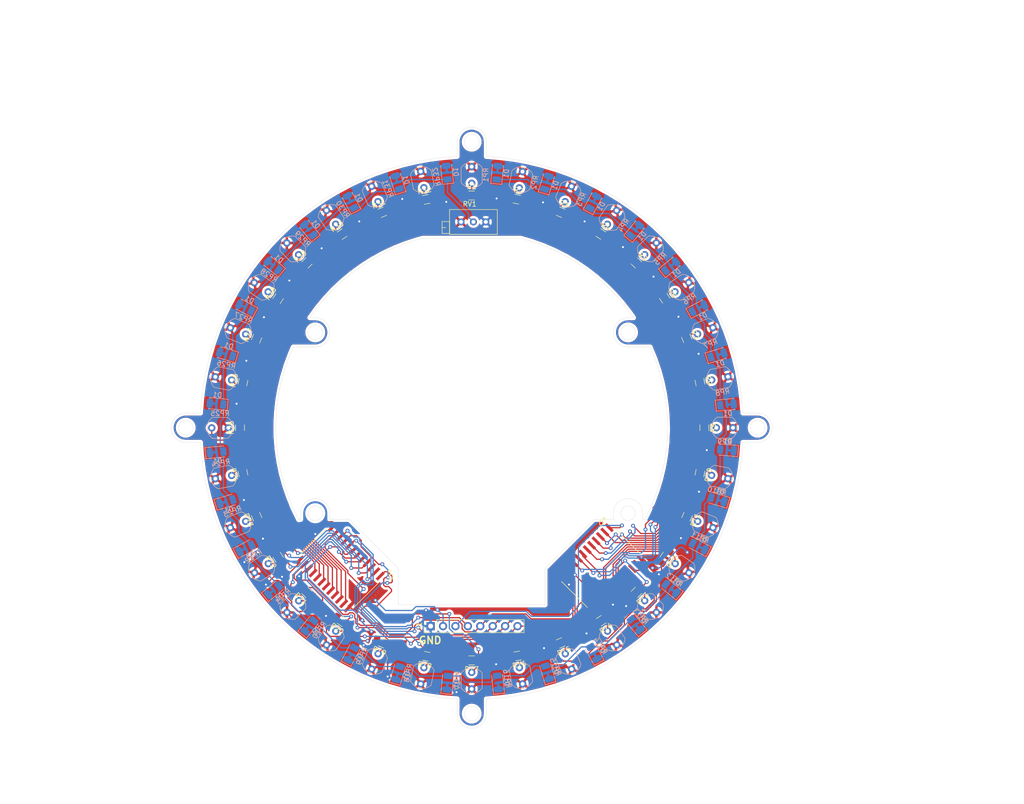
<source format=kicad_pcb>
(kicad_pcb (version 20171130) (host pcbnew "(5.1.6)-1")
  (layers (0 F.Cu signal) (31 B.Cu signal) (34 B.Paste user) (35 F.Paste user) (36 B.SilkS user) (37 F.SilkS user) (38 B.Mask user) (39 F.Mask user) (44 Edge.Cuts user))
  (net 0 "")
  (net 1 "Net-(J1-Pad8)")
  (net 2 "Net-(J1-Pad7)")
  (net 3 "Net-(J1-Pad6)")
  (net 4 "Net-(J1-Pad5)")
  (net 5 "Net-(J1-Pad4)")
  (net 6 "Net-(J1-Pad3)")
  (net 7 +3V3)
  (net 8 GND)
  (net 9 "Net-(Multiplexer-1-Pad23)")
  (net 10 "Net-(Multiplexer-1-Pad22)")
  (net 11 "Net-(Multiplexer-1-Pad21)")
  (net 12 "Net-(Multiplexer-1-Pad20)")
  (net 13 "Net-(Multiplexer-1-Pad19)")
  (net 14 "Net-(Multiplexer-1-Pad18)")
  (net 15 "Net-(Multiplexer-1-Pad17)")
  (net 16 "Net-(Multiplexer-1-Pad16)")
  (net 17 "Net-(Multiplexer-1-Pad9)")
  (net 18 "Net-(Multiplexer-1-Pad8)")
  (net 19 "Net-(Multiplexer-1-Pad7)")
  (net 20 "Net-(Multiplexer-1-Pad6)")
  (net 21 "Net-(Multiplexer-1-Pad5)")
  (net 22 "Net-(Multiplexer-1-Pad4)")
  (net 23 "Net-(Multiplexer-1-Pad3)")
  (net 24 "Net-(Multiplexer-1-Pad2)")
  (net 25 "Net-(Multiplexer-2-Pad23)")
  (net 26 "Net-(Multiplexer-2-Pad22)")
  (net 27 "Net-(Multiplexer-2-Pad21)")
  (net 28 "Net-(Multiplexer-2-Pad20)")
  (net 29 "Net-(Multiplexer-2-Pad19)")
  (net 30 "Net-(Multiplexer-2-Pad18)")
  (net 31 "Net-(Multiplexer-2-Pad17)")
  (net 32 "Net-(Multiplexer-2-Pad16)")
  (net 33 "Net-(Multiplexer-2-Pad9)")
  (net 34 "Net-(Multiplexer-2-Pad8)")
  (net 35 "Net-(Multiplexer-2-Pad7)")
  (net 36 "Net-(Multiplexer-2-Pad6)")
  (net 37 "Net-(Multiplexer-2-Pad5)")
  (net 38 "Net-(Multiplexer-2-Pad4)")
  (net 39 "Net-(Multiplexer-2-Pad3)")
  (net 40 "Net-(Multiplexer-2-Pad2)")
  (net 41 "Net-(D1-PadA)")
  (module Resistor_SMD:R_1206_3216Metric (layer F.Cu) (at 120.23 157.03 157.5)
    (fp_text reference R19 (at 0 -1.82 157.5) (layer F.SilkS))
    (fp_text value RC1210FR-0710KL)
    (pad 2 smd roundrect (at 1.4 0 157.5) (size 1.25 1.75) (layers F.Cu F.Paste F.Mask) (roundrect_rratio 0.2) (net 8 GND))
    (pad 1 smd roundrect (at -1.4 0 157.5) (size 1.25 1.75) (layers F.Cu F.Paste F.Mask) (roundrect_rratio 0.2) (net 35 "Net-(Multiplexer-2-Pad7)"))
  )
  (module Libraries:SOIC127P1030X265-24N (layer F.Cu) (at 111.506 141.732 225)
    (fp_text reference Multiplexer-2 (at -0.089095 -8.995812 45) (layer F.SilkS) (effects (font (thickness 0.015))))
    (fp_text value CD74HC4067M96)
    (pad 24 smd rect (at 4.64 -6.985 225) (size 2.06 0.6) (layers F.Cu F.Paste F.Mask) (net 7 +3V3))
    (pad 23 smd rect (at 4.64 -5.715 225) (size 2.06 0.6) (layers F.Cu F.Paste F.Mask) (net 25 "Net-(Multiplexer-2-Pad23)"))
    (pad 22 smd rect (at 4.64 -4.445 225) (size 2.06 0.6) (layers F.Cu F.Paste F.Mask) (net 26 "Net-(Multiplexer-2-Pad22)"))
    (pad 21 smd rect (at 4.64 -3.175 225) (size 2.06 0.6) (layers F.Cu F.Paste F.Mask) (net 27 "Net-(Multiplexer-2-Pad21)"))
    (pad 20 smd rect (at 4.64 -1.905 225) (size 2.06 0.6) (layers F.Cu F.Paste F.Mask) (net 28 "Net-(Multiplexer-2-Pad20)"))
    (pad 19 smd rect (at 4.64 -0.635 225) (size 2.06 0.6) (layers F.Cu F.Paste F.Mask) (net 29 "Net-(Multiplexer-2-Pad19)"))
    (pad 18 smd rect (at 4.64 0.635 225) (size 2.06 0.6) (layers F.Cu F.Paste F.Mask) (net 30 "Net-(Multiplexer-2-Pad18)"))
    (pad 17 smd rect (at 4.64 1.905 225) (size 2.06 0.6) (layers F.Cu F.Paste F.Mask) (net 31 "Net-(Multiplexer-2-Pad17)"))
    (pad 16 smd rect (at 4.64 3.175 225) (size 2.06 0.6) (layers F.Cu F.Paste F.Mask) (net 32 "Net-(Multiplexer-2-Pad16)"))
    (pad 15 smd rect (at 4.64 4.445 225) (size 2.06 0.6) (layers F.Cu F.Paste F.Mask) (net 8 GND))
    (pad 14 smd rect (at 4.64 5.715 225) (size 2.06 0.6) (layers F.Cu F.Paste F.Mask) (net 2 "Net-(J1-Pad7)"))
    (pad 13 smd rect (at 4.64 6.985 225) (size 2.06 0.6) (layers F.Cu F.Paste F.Mask) (net 1 "Net-(J1-Pad8)"))
    (pad 12 smd rect (at -4.64 6.985 225) (size 2.06 0.6) (layers F.Cu F.Paste F.Mask) (net 8 GND))
    (pad 11 smd rect (at -4.64 5.715 225) (size 2.06 0.6) (layers F.Cu F.Paste F.Mask) (net 3 "Net-(J1-Pad6)"))
    (pad 10 smd rect (at -4.64 4.445 225) (size 2.06 0.6) (layers F.Cu F.Paste F.Mask) (net 4 "Net-(J1-Pad5)"))
    (pad 9 smd rect (at -4.64 3.175 225) (size 2.06 0.6) (layers F.Cu F.Paste F.Mask) (net 33 "Net-(Multiplexer-2-Pad9)"))
    (pad 8 smd rect (at -4.64 1.905 225) (size 2.06 0.6) (layers F.Cu F.Paste F.Mask) (net 34 "Net-(Multiplexer-2-Pad8)"))
    (pad 7 smd rect (at -4.64 0.635 225) (size 2.06 0.6) (layers F.Cu F.Paste F.Mask) (net 35 "Net-(Multiplexer-2-Pad7)"))
    (pad 6 smd rect (at -4.64 -0.635 225) (size 2.06 0.6) (layers F.Cu F.Paste F.Mask) (net 36 "Net-(Multiplexer-2-Pad6)"))
    (pad 5 smd rect (at -4.64 -1.905 225) (size 2.06 0.6) (layers F.Cu F.Paste F.Mask) (net 37 "Net-(Multiplexer-2-Pad5)"))
    (pad 4 smd rect (at -4.64 -3.175 225) (size 2.06 0.6) (layers F.Cu F.Paste F.Mask) (net 38 "Net-(Multiplexer-2-Pad4)"))
    (pad 3 smd rect (at -4.64 -4.445 225) (size 2.06 0.6) (layers F.Cu F.Paste F.Mask) (net 39 "Net-(Multiplexer-2-Pad3)"))
    (pad 2 smd rect (at -4.64 -5.715 225) (size 2.06 0.6) (layers F.Cu F.Paste F.Mask) (net 40 "Net-(Multiplexer-2-Pad2)"))
    (pad 1 smd rect (at -4.64 -6.985 225) (size 2.06 0.6) (layers F.Cu F.Paste F.Mask) (net 5 "Net-(J1-Pad4)"))
  )
  (module LED_SMD:LED_1206_3216Metric (layer B.Cu) (at 92.174399 137.699495 27.9)
    (fp_text reference D1 (at 0 1.82 207.9) (layer B.SilkS) (effects (justify mirror)))
    (fp_text value LTW-150TK)
    (pad 1 smd roundrect (at -1.4 0 27.9) (size 1.25 1.75) (layers B.Cu B.Paste B.Mask) (roundrect_rratio 0.2) (net 8 GND))
    (pad 2 smd roundrect (at 1.4 0 27.9) (size 1.25 1.75) (layers B.Cu B.Paste B.Mask) (roundrect_rratio 0.2) (net 41 "Net-(D1-PadA)"))
  )
  (module LED_SMD:LED_1206_3216Metric (layer B.Cu) (at 113.691385 66.805542 118.3)
    (fp_text reference D1 (at 0 1.82 298.3) (layer B.SilkS) (effects (justify mirror)))
    (fp_text value LTW-150TK)
    (pad 1 smd roundrect (at -1.4 0 118.3) (size 1.25 1.75) (layers B.Cu B.Paste B.Mask) (roundrect_rratio 0.2) (net 41 "Net-(D1-PadA)"))
    (pad 2 smd roundrect (at 1.4 0 118.3) (size 1.25 1.75) (layers B.Cu B.Paste B.Mask) (roundrect_rratio 0.2) (net 8 GND))
  )
  (module Resistor_SMD:R_1206_3216Metric (layer F.Cu) (at 185.13 103.73 281.2)
    (fp_text reference R9 (at 0 -1.82 101.2) (layer F.SilkS))
    (fp_text value RC1210FR-0710KL)
    (pad 1 smd roundrect (at -1.4 0 281.2) (size 1.25 1.75) (layers F.Cu F.Paste F.Mask) (roundrect_rratio 0.2) (net 8 GND))
    (pad 2 smd roundrect (at 1.4 0 281.2) (size 1.25 1.75) (layers F.Cu F.Paste F.Mask) (roundrect_rratio 0.2) (net 24 "Net-(Multiplexer-1-Pad2)"))
  )
  (module Resistor_SMD:R_1206_3216Metric (layer F.Cu) (at 91.63 122.33 101.2)
    (fp_text reference R24 (at 0 -1.82 101.2) (layer F.SilkS))
    (fp_text value RC1210FR-0710KL)
    (pad 1 smd roundrect (at -1.4 0 101.2) (size 1.25 1.75) (layers F.Cu F.Paste F.Mask) (roundrect_rratio 0.2) (net 8 GND))
    (pad 2 smd roundrect (at 1.4 0 101.2) (size 1.25 1.75) (layers F.Cu F.Paste F.Mask) (roundrect_rratio 0.2) (net 40 "Net-(Multiplexer-2-Pad2)"))
  )
  (module LED_SMD:LED_1206_3216Metric (layer B.Cu) (at 190.651242 117.624176 174.8)
    (fp_text reference D1 (at 0 1.82 354.8) (layer B.SilkS) (effects (justify mirror)))
    (fp_text value LTW-150TK)
    (pad 1 smd roundrect (at -1.4 0 174.8) (size 1.25 1.75) (layers B.Cu B.Paste B.Mask) (roundrect_rratio 0.2) (net 8 GND))
    (pad 2 smd roundrect (at 1.4 0 174.8) (size 1.25 1.75) (layers B.Cu B.Paste B.Mask) (roundrect_rratio 0.2) (net 41 "Net-(D1-PadA)"))
  )
  (module LED_SMD:LED_1206_3216Metric (layer B.Cu) (at 188.738705 127.767668 163.5)
    (fp_text reference D1 (at 0 1.82 343.5) (layer B.SilkS) (effects (justify mirror)))
    (fp_text value LTW-150TK)
    (pad 1 smd roundrect (at -1.4 0.000001 163.5) (size 1.25 1.75) (layers B.Cu B.Paste B.Mask) (roundrect_rratio 0.2) (net 8 GND))
    (pad 2 smd roundrect (at 1.4 -0.000001 163.5) (size 1.25 1.75) (layers B.Cu B.Paste B.Mask) (roundrect_rratio 0.2) (net 41 "Net-(D1-PadA)"))
  )
  (module LED_SMD:LED_1206_3216Metric (layer B.Cu) (at 184.875664 137.33977 152.2)
    (fp_text reference D1 (at 0 1.82 332.2) (layer B.SilkS) (effects (justify mirror)))
    (fp_text value LTW-150TK)
    (pad 1 smd roundrect (at -1.4 0 152.2) (size 1.25 1.75) (layers B.Cu B.Paste B.Mask) (roundrect_rratio 0.2) (net 8 GND))
    (pad 2 smd roundrect (at 1.4 0 152.2) (size 1.25 1.75) (layers B.Cu B.Paste B.Mask) (roundrect_rratio 0.2) (net 41 "Net-(D1-PadA)"))
  )
  (module LED_SMD:LED_1206_3216Metric (layer B.Cu) (at 179.211893 145.969365 140.9)
    (fp_text reference D1 (at 0 1.82 320.9) (layer B.SilkS) (effects (justify mirror)))
    (fp_text value LTW-150TK)
    (pad 1 smd roundrect (at -1.4 0 140.9) (size 1.25 1.75) (layers B.Cu B.Paste B.Mask) (roundrect_rratio 0.2) (net 8 GND))
    (pad 2 smd roundrect (at 1.4 0 140.9) (size 1.25 1.75) (layers B.Cu B.Paste B.Mask) (roundrect_rratio 0.2) (net 41 "Net-(D1-PadA)"))
  )
  (module LED_SMD:LED_1206_3216Metric (layer B.Cu) (at 171.966981 153.321879 129.6)
    (fp_text reference D1 (at 0 1.82 309.6) (layer B.SilkS) (effects (justify mirror)))
    (fp_text value LTW-150TK)
    (pad 1 smd roundrect (at -1.400001 0 129.6) (size 1.25 1.75) (layers B.Cu B.Paste B.Mask) (roundrect_rratio 0.2) (net 8 GND))
    (pad 2 smd roundrect (at 1.400001 0 129.6) (size 1.25 1.75) (layers B.Cu B.Paste B.Mask) (roundrect_rratio 0.2) (net 41 "Net-(D1-PadA)"))
  )
  (module LED_SMD:LED_1206_3216Metric (layer B.Cu) (at 163.421816 159.11225 118.3)
    (fp_text reference D1 (at 0 1.82 298.3) (layer B.SilkS) (effects (justify mirror)))
    (fp_text value LTW-150TK)
    (pad 1 smd roundrect (at -1.4 0 118.3) (size 1.25 1.75) (layers B.Cu B.Paste B.Mask) (roundrect_rratio 0.2) (net 8 GND))
    (pad 2 smd roundrect (at 1.4 0 118.3) (size 1.25 1.75) (layers B.Cu B.Paste B.Mask) (roundrect_rratio 0.2) (net 41 "Net-(D1-PadA)"))
  )
  (module LED_SMD:LED_1206_3216Metric (layer B.Cu) (at 153.907702 163.115979 107)
    (fp_text reference D1 (at 0 1.82 287) (layer B.SilkS) (effects (justify mirror)))
    (fp_text value LTW-150TK)
    (pad 1 smd roundrect (at -1.4 0 107) (size 1.25 1.75) (layers B.Cu B.Paste B.Mask) (roundrect_rratio 0.2) (net 8 GND))
    (pad 2 smd roundrect (at 1.4 0 107) (size 1.25 1.75) (layers B.Cu B.Paste B.Mask) (roundrect_rratio 0.2) (net 41 "Net-(D1-PadA)"))
  )
  (module LED_SMD:LED_1206_3216Metric (layer B.Cu) (at 143.793507 165.177842 95.7)
    (fp_text reference D1 (at 0 1.82 275.7) (layer B.SilkS) (effects (justify mirror)))
    (fp_text value LTW-150TK)
    (pad 1 smd roundrect (at -1.4 0 95.7) (size 1.25 1.75) (layers B.Cu B.Paste B.Mask) (roundrect_rratio 0.2) (net 8 GND))
    (pad 2 smd roundrect (at 1.4 0 95.7) (size 1.25 1.75) (layers B.Cu B.Paste B.Mask) (roundrect_rratio 0.2) (net 41 "Net-(D1-PadA)"))
  )
  (module LED_SMD:LED_1206_3216Metric (layer B.Cu) (at 133.471365 165.217897 84.4)
    (fp_text reference D1 (at 0 1.82 264.4) (layer B.SilkS) (effects (justify mirror)))
    (fp_text value LTW-150TK)
    (pad 1 smd roundrect (at -1.4 0 84.4) (size 1.25 1.75) (layers B.Cu B.Paste B.Mask) (roundrect_rratio 0.2) (net 8 GND))
    (pad 2 smd roundrect (at 1.4 0 84.4) (size 1.25 1.75) (layers B.Cu B.Paste B.Mask) (roundrect_rratio 0.2) (net 41 "Net-(D1-PadA)"))
  )
  (module LED_SMD:LED_1206_3216Metric (layer B.Cu) (at 123.341473 163.234591 73.1)
    (fp_text reference D1 (at 0 1.82 253.1) (layer B.SilkS) (effects (justify mirror)))
    (fp_text value LTW-150TK)
    (pad 1 smd roundrect (at -1.4 0 73.1) (size 1.25 1.75) (layers B.Cu B.Paste B.Mask) (roundrect_rratio 0.2) (net 8 GND))
    (pad 2 smd roundrect (at 1.4 0 73.1) (size 1.25 1.75) (layers B.Cu B.Paste B.Mask) (roundrect_rratio 0.2) (net 41 "Net-(D1-PadA)"))
  )
  (module LED_SMD:LED_1206_3216Metric (layer B.Cu) (at 113.796573 159.304819 61.8)
    (fp_text reference D1 (at 0 1.82 241.8) (layer B.SilkS) (effects (justify mirror)))
    (fp_text value LTW-150TK)
    (pad 1 smd roundrect (at -1.4 0 61.8) (size 1.25 1.75) (layers B.Cu B.Paste B.Mask) (roundrect_rratio 0.2) (net 8 GND))
    (pad 2 smd roundrect (at 1.4 0 61.8) (size 1.25 1.75) (layers B.Cu B.Paste B.Mask) (roundrect_rratio 0.2) (net 41 "Net-(D1-PadA)"))
  )
  (module LED_SMD:LED_1206_3216Metric (layer B.Cu) (at 105.206728 153.580941 50.5)
    (fp_text reference D1 (at 0 1.82 230.5) (layer B.SilkS) (effects (justify mirror)))
    (fp_text value LTW-150TK)
    (pad 1 smd roundrect (at -1.4 -0.000001 50.5) (size 1.25 1.75) (layers B.Cu B.Paste B.Mask) (roundrect_rratio 0.2) (net 8 GND))
    (pad 2 smd roundrect (at 1.4 0.000001 50.5) (size 1.25 1.75) (layers B.Cu B.Paste B.Mask) (roundrect_rratio 0.2) (net 41 "Net-(D1-PadA)"))
  )
  (module LED_SMD:LED_1206_3216Metric (layer B.Cu) (at 97.904972 146.284875 39.2)
    (fp_text reference D1 (at 0 1.82 219.2) (layer B.SilkS) (effects (justify mirror)))
    (fp_text value LTW-150TK)
    (pad 1 smd roundrect (at -1.4 0 39.2) (size 1.25 1.75) (layers B.Cu B.Paste B.Mask) (roundrect_rratio 0.2) (net 8 GND))
    (pad 2 smd roundrect (at 1.4 0 39.2) (size 1.25 1.75) (layers B.Cu B.Paste B.Mask) (roundrect_rratio 0.2) (net 41 "Net-(D1-PadA)"))
  )
  (module LED_SMD:LED_1206_3216Metric (layer B.Cu) (at 88.237187 128.157662 16.6)
    (fp_text reference D1 (at 0 1.82 196.6) (layer B.SilkS) (effects (justify mirror)))
    (fp_text value LTW-150TK)
    (pad 1 smd roundrect (at -1.4 0 16.6) (size 1.25 1.75) (layers B.Cu B.Paste B.Mask) (roundrect_rratio 0.2) (net 8 GND))
    (pad 2 smd roundrect (at 1.4 0 16.6) (size 1.25 1.75) (layers B.Cu B.Paste B.Mask) (roundrect_rratio 0.2) (net 41 "Net-(D1-PadA)"))
  )
  (module LED_SMD:LED_1206_3216Metric (layer B.Cu) (at 86.245985 118.029319 5.3)
    (fp_text reference D1 (at 0 1.82 185.3) (layer B.SilkS) (effects (justify mirror)))
    (fp_text value LTW-150TK)
    (pad 2 smd roundrect (at 1.4 0 5.3) (size 1.25 1.75) (layers B.Cu B.Paste B.Mask) (roundrect_rratio 0.2) (net 41 "Net-(D1-PadA)"))
    (pad 1 smd roundrect (at -1.4 0 5.3) (size 1.25 1.75) (layers B.Cu B.Paste B.Mask) (roundrect_rratio 0.2) (net 8 GND))
  )
  (module LED_SMD:LED_1206_3216Metric (layer B.Cu) (at 86.229923 108.146193 174.8)
    (fp_text reference D1 (at 0 1.82 354.8) (layer B.SilkS) (effects (justify mirror)))
    (fp_text value LTW-150TK)
    (pad 1 smd roundrect (at -1.4 0 174.8) (size 1.25 1.75) (layers B.Cu B.Paste B.Mask) (roundrect_rratio 0.2) (net 41 "Net-(D1-PadA)"))
    (pad 2 smd roundrect (at 1.4 0 174.8) (size 1.25 1.75) (layers B.Cu B.Paste B.Mask) (roundrect_rratio 0.2) (net 8 GND))
  )
  (module LED_SMD:LED_1206_3216Metric (layer B.Cu) (at 88.198803 98.012463 163.5)
    (fp_text reference D1 (at 0 1.82 343.5) (layer B.SilkS) (effects (justify mirror)))
    (fp_text value LTW-150TK)
    (pad 1 smd roundrect (at -1.4 0.000001 163.5) (size 1.25 1.75) (layers B.Cu B.Paste B.Mask) (roundrect_rratio 0.2) (net 41 "Net-(D1-PadA)"))
    (pad 2 smd roundrect (at 1.4 -0.000001 163.5) (size 1.25 1.75) (layers B.Cu B.Paste B.Mask) (roundrect_rratio 0.2) (net 8 GND))
  )
  (module LED_SMD:LED_1206_3216Metric (layer B.Cu) (at 92.11518 88.460974 152.2)
    (fp_text reference D1 (at 0 1.82 332.2) (layer B.SilkS) (effects (justify mirror)))
    (fp_text value LTW-150TK)
    (pad 1 smd roundrect (at -1.4 0 152.2) (size 1.25 1.75) (layers B.Cu B.Paste B.Mask) (roundrect_rratio 0.2) (net 41 "Net-(D1-PadA)"))
    (pad 2 smd roundrect (at 1.4 0 152.2) (size 1.25 1.75) (layers B.Cu B.Paste B.Mask) (roundrect_rratio 0.2) (net 8 GND))
  )
  (module LED_SMD:LED_1206_3216Metric (layer B.Cu) (at 97.827214 79.862042 140.9)
    (fp_text reference D1 (at 0 1.82 320.9) (layer B.SilkS) (effects (justify mirror)))
    (fp_text value LTW-150TK)
    (pad 1 smd roundrect (at -1.4 0 140.9) (size 1.25 1.75) (layers B.Cu B.Paste B.Mask) (roundrect_rratio 0.2) (net 41 "Net-(D1-PadA)"))
    (pad 2 smd roundrect (at 1.4 0 140.9) (size 1.25 1.75) (layers B.Cu B.Paste B.Mask) (roundrect_rratio 0.2) (net 8 GND))
  )
  (module LED_SMD:LED_1206_3216Metric (layer B.Cu) (at 105.113447 72.549055 129.6)
    (fp_text reference D1 (at 0 1.82 309.6) (layer B.SilkS) (effects (justify mirror)))
    (fp_text value LTW-150TK)
    (pad 1 smd roundrect (at -1.400001 0 129.6) (size 1.25 1.75) (layers B.Cu B.Paste B.Mask) (roundrect_rratio 0.2) (net 41 "Net-(D1-PadA)"))
    (pad 2 smd roundrect (at 1.400001 0 129.6) (size 1.25 1.75) (layers B.Cu B.Paste B.Mask) (roundrect_rratio 0.2) (net 8 GND))
  )
  (module LED_SMD:LED_1206_3216Metric (layer B.Cu) (at 123.228455 62.854183 107)
    (fp_text reference D1 (at 0 1.82 287) (layer B.SilkS) (effects (justify mirror)))
    (fp_text value LTW-150TK)
    (pad 1 smd roundrect (at -1.4 0 107) (size 1.25 1.75) (layers B.Cu B.Paste B.Mask) (roundrect_rratio 0.2) (net 41 "Net-(D1-PadA)"))
    (pad 2 smd roundrect (at 1.4 0 107) (size 1.25 1.75) (layers B.Cu B.Paste B.Mask) (roundrect_rratio 0.2) (net 8 GND))
  )
  (module LED_SMD:LED_1206_3216Metric (layer B.Cu) (at 133.3549 60.848174 95.7)
    (fp_text reference D1 (at 0 1.82 275.7) (layer B.SilkS) (effects (justify mirror)))
    (fp_text value LTW-150TK)
    (pad 1 smd roundrect (at -1.4 0 95.7) (size 1.25 1.75) (layers B.Cu B.Paste B.Mask) (roundrect_rratio 0.2) (net 41 "Net-(D1-PadA)"))
    (pad 2 smd roundrect (at 1.4 0 95.7) (size 1.25 1.75) (layers B.Cu B.Paste B.Mask) (roundrect_rratio 0.2) (net 8 GND))
  )
  (module LED_SMD:LED_1206_3216Metric (layer B.Cu) (at 143.678111 60.86529 84.4)
    (fp_text reference D1 (at 0 1.82 264.4) (layer B.SilkS) (effects (justify mirror)))
    (fp_text value LTW-150TK)
    (pad 1 smd roundrect (at -1.4 0 84.4) (size 1.25 1.75) (layers B.Cu B.Paste B.Mask) (roundrect_rratio 0.2) (net 41 "Net-(D1-PadA)"))
    (pad 2 smd roundrect (at 1.4 0 84.4) (size 1.25 1.75) (layers B.Cu B.Paste B.Mask) (roundrect_rratio 0.2) (net 8 GND))
  )
  (module LED_SMD:LED_1206_3216Metric (layer B.Cu) (at 153.797848 62.904868 73.1)
    (fp_text reference D1 (at 0 1.82 253.1) (layer B.SilkS) (effects (justify mirror)))
    (fp_text value LTW-150TK)
    (pad 1 smd roundrect (at -1.4 0 73.1) (size 1.25 1.75) (layers B.Cu B.Paste B.Mask) (roundrect_rratio 0.2) (net 41 "Net-(D1-PadA)"))
    (pad 2 smd roundrect (at 1.4 0 73.1) (size 1.25 1.75) (layers B.Cu B.Paste B.Mask) (roundrect_rratio 0.2) (net 8 GND))
  )
  (module LED_SMD:LED_1206_3216Metric (layer B.Cu) (at 163.321763 66.887831 61.8)
    (fp_text reference D1 (at 0 1.82 241.8) (layer B.SilkS) (effects (justify mirror)))
    (fp_text value LTW-150TK)
    (pad 1 smd roundrect (at -1.4 0 61.8) (size 1.25 1.75) (layers B.Cu B.Paste B.Mask) (roundrect_rratio 0.2) (net 41 "Net-(D1-PadA)"))
    (pad 2 smd roundrect (at 1.4 0 61.8) (size 1.25 1.75) (layers B.Cu B.Paste B.Mask) (roundrect_rratio 0.2) (net 8 GND))
  )
  (module LED_SMD:LED_1206_3216Metric (layer B.Cu) (at 171.880608 72.659758 50.5)
    (fp_text reference D1 (at 0 1.82 230.5) (layer B.SilkS) (effects (justify mirror)))
    (fp_text value LTW-150TK)
    (pad 1 smd roundrect (at -1.4 -0.000001 50.5) (size 1.25 1.75) (layers B.Cu B.Paste B.Mask) (roundrect_rratio 0.2) (net 41 "Net-(D1-PadA)"))
    (pad 2 smd roundrect (at 1.4 0.000001 50.5) (size 1.25 1.75) (layers B.Cu B.Paste B.Mask) (roundrect_rratio 0.2) (net 8 GND))
  )
  (module LED_SMD:LED_1206_3216Metric (layer B.Cu) (at 179.14255 79.996867 39.2)
    (fp_text reference D1 (at 0 1.82 219.2) (layer B.SilkS) (effects (justify mirror)))
    (fp_text value LTW-150TK)
    (pad 1 smd roundrect (at -1.4 0 39.2) (size 1.25 1.75) (layers B.Cu B.Paste B.Mask) (roundrect_rratio 0.2) (net 41 "Net-(D1-PadA)"))
    (pad 2 smd roundrect (at 1.4 0 39.2) (size 1.25 1.75) (layers B.Cu B.Paste B.Mask) (roundrect_rratio 0.2) (net 8 GND))
  )
  (module LED_SMD:LED_1206_3216Metric (layer B.Cu) (at 184.826038 88.614692 27.9)
    (fp_text reference D1 (at 0 1.82 207.9) (layer B.SilkS) (effects (justify mirror)))
    (fp_text value LTW-150TK)
    (pad 1 smd roundrect (at -1.4 0 27.9) (size 1.25 1.75) (layers B.Cu B.Paste B.Mask) (roundrect_rratio 0.2) (net 41 "Net-(D1-PadA)"))
    (pad 2 smd roundrect (at 1.4 0 27.9) (size 1.25 1.75) (layers B.Cu B.Paste B.Mask) (roundrect_rratio 0.2) (net 8 GND))
  )
  (module LED_SMD:LED_1206_3216Metric (layer B.Cu) (at 188.710721 98.179116 16.6)
    (fp_text reference D1 (at 0 1.82 196.6) (layer B.SilkS) (effects (justify mirror)))
    (fp_text value LTW-150TK)
    (pad 1 smd roundrect (at -1.4 0 16.6) (size 1.25 1.75) (layers B.Cu B.Paste B.Mask) (roundrect_rratio 0.2) (net 41 "Net-(D1-PadA)"))
    (pad 2 smd roundrect (at 1.4 0 16.6) (size 1.25 1.75) (layers B.Cu B.Paste B.Mask) (roundrect_rratio 0.2) (net 8 GND))
  )
  (module OptoDevice:R_LDR_5.1x4.3mm_P3.4mm_Vertical (layer B.Cu) (at 157.55 66.79 67.5)
    (fp_text reference RP3 (at 1.7 2.9 247.5) (layer B.SilkS) (effects (justify mirror)))
    (fp_text value LDR07)
    (pad 2 thru_hole circle (at 3.4 0 67.5) (size 1.5 1.5) (drill 0.8) (layers *.Cu *.Mask) (net 7 +3V3))
    (pad 1 thru_hole circle (at 0 0 67.5) (size 1.5 1.5) (drill 0.8) (layers *.Cu *.Mask) (net 19 "Net-(Multiplexer-1-Pad7)"))
  )
  (module Potentiometer_THT:Potentiometer_Bourns_3296X_Horizontal (layer F.Cu) (at 141.33 70.93)
    (fp_text reference RV1 (at -3.3 -3.66) (layer F.SilkS))
    (fp_text value R_POT)
    (pad 3 thru_hole circle (at -5.08 0) (size 1.44 1.44) (drill 0.8) (layers *.Cu *.Mask) (net 7 +3V3))
    (pad 2 thru_hole circle (at -2.54 0) (size 1.44 1.44) (drill 0.8) (layers *.Cu *.Mask) (net 41 "Net-(D1-PadA)"))
    (pad 1 thru_hole circle (at 0 0) (size 1.44 1.44) (drill 0.8) (layers *.Cu *.Mask) (net 8 GND))
  )
  (module OptoDevice:R_LDR_5.1x4.3mm_P3.4mm_Vertical (layer B.Cu) (at 128.66 63.94 101.3)
    (fp_text reference RP32 (at 1.7 2.9 281.3) (layer B.SilkS) (effects (justify mirror)))
    (fp_text value LDR07)
    (pad 2 thru_hole circle (at 3.4 0 101.3) (size 1.5 1.5) (drill 0.8) (layers *.Cu *.Mask) (net 7 +3V3))
    (pad 1 thru_hole circle (at 0 0 101.3) (size 1.5 1.5) (drill 0.8) (layers *.Cu *.Mask) (net 25 "Net-(Multiplexer-2-Pad23)"))
  )
  (module OptoDevice:R_LDR_5.1x4.3mm_P3.4mm_Vertical (layer B.Cu) (at 119.26 66.79 112.5)
    (fp_text reference RP31 (at 1.7 2.9 292.5) (layer B.SilkS) (effects (justify mirror)))
    (fp_text value LDR07)
    (pad 2 thru_hole circle (at 3.4 0 112.5) (size 1.5 1.5) (drill 0.8) (layers *.Cu *.Mask) (net 7 +3V3))
    (pad 1 thru_hole circle (at 0 0 112.5) (size 1.5 1.5) (drill 0.8) (layers *.Cu *.Mask) (net 26 "Net-(Multiplexer-2-Pad22)"))
  )
  (module OptoDevice:R_LDR_5.1x4.3mm_P3.4mm_Vertical (layer B.Cu) (at 110.61 71.4 123.8)
    (fp_text reference RP30 (at 1.7 2.9 303.8) (layer B.SilkS) (effects (justify mirror)))
    (fp_text value LDR07)
    (pad 2 thru_hole circle (at 3.4 0 123.8) (size 1.5 1.5) (drill 0.8) (layers *.Cu *.Mask) (net 7 +3V3))
    (pad 1 thru_hole circle (at 0 0 123.8) (size 1.5 1.5) (drill 0.8) (layers *.Cu *.Mask) (net 27 "Net-(Multiplexer-2-Pad21)"))
  )
  (module OptoDevice:R_LDR_5.1x4.3mm_P3.4mm_Vertical (layer B.Cu) (at 103.02 77.65 135)
    (fp_text reference RP29 (at 1.7 2.9 315) (layer B.SilkS) (effects (justify mirror)))
    (fp_text value LDR07)
    (pad 2 thru_hole circle (at 3.4 0 135) (size 1.5 1.5) (drill 0.8) (layers *.Cu *.Mask) (net 7 +3V3))
    (pad 1 thru_hole circle (at 0 0 135) (size 1.5 1.5) (drill 0.8) (layers *.Cu *.Mask) (net 28 "Net-(Multiplexer-2-Pad20)"))
  )
  (module OptoDevice:R_LDR_5.1x4.3mm_P3.4mm_Vertical (layer B.Cu) (at 96.78 85.25 146.3)
    (fp_text reference RP28 (at 1.7 2.9 326.3) (layer B.SilkS) (effects (justify mirror)))
    (fp_text value LDR07)
    (pad 2 thru_hole circle (at 3.4 0 146.3) (size 1.5 1.5) (drill 0.8) (layers *.Cu *.Mask) (net 7 +3V3))
    (pad 1 thru_hole circle (at 0 0 146.3) (size 1.5 1.5) (drill 0.8) (layers *.Cu *.Mask) (net 29 "Net-(Multiplexer-2-Pad19)"))
  )
  (module OptoDevice:R_LDR_5.1x4.3mm_P3.4mm_Vertical (layer B.Cu) (at 92.2 93.9 157.5)
    (fp_text reference RP27 (at 1.7 2.9 337.5) (layer B.SilkS) (effects (justify mirror)))
    (fp_text value LDR07)
    (pad 2 thru_hole circle (at 3.4 0 157.5) (size 1.5 1.5) (drill 0.8) (layers *.Cu *.Mask) (net 7 +3V3))
    (pad 1 thru_hole circle (at 0 0 157.5) (size 1.5 1.5) (drill 0.8) (layers *.Cu *.Mask) (net 30 "Net-(Multiplexer-2-Pad18)"))
  )
  (module OptoDevice:R_LDR_5.1x4.3mm_P3.4mm_Vertical (layer B.Cu) (at 89.32 103.29 168.8)
    (fp_text reference RP26 (at 1.7 2.9 348.8) (layer B.SilkS) (effects (justify mirror)))
    (fp_text value LDR07)
    (pad 2 thru_hole circle (at 3.4 0 168.8) (size 1.5 1.5) (drill 0.8) (layers *.Cu *.Mask) (net 7 +3V3))
    (pad 1 thru_hole circle (at 0 0 168.8) (size 1.5 1.5) (drill 0.8) (layers *.Cu *.Mask) (net 31 "Net-(Multiplexer-2-Pad17)"))
  )
  (module OptoDevice:R_LDR_5.1x4.3mm_P3.4mm_Vertical (layer B.Cu) (at 85.25 113.07)
    (fp_text reference RP25 (at 1.7 -2.96) (layer B.SilkS) (effects (justify mirror)))
    (fp_text value LDR07)
    (pad 2 thru_hole circle (at 3.4 0) (size 1.5 1.5) (drill 0.8) (layers *.Cu *.Mask) (net 7 +3V3))
    (pad 1 thru_hole circle (at 0 0) (size 1.5 1.5) (drill 0.8) (layers *.Cu *.Mask) (net 32 "Net-(Multiplexer-2-Pad16)"))
  )
  (module OptoDevice:R_LDR_5.1x4.3mm_P3.4mm_Vertical (layer B.Cu) (at 89.33 122.8 191.2)
    (fp_text reference RP24 (at 1.7 2.9 191.2) (layer B.SilkS) (effects (justify mirror)))
    (fp_text value LDR07)
    (pad 2 thru_hole circle (at 3.4 0 191.2) (size 1.5 1.5) (drill 0.8) (layers *.Cu *.Mask) (net 7 +3V3))
    (pad 1 thru_hole circle (at 0 0 191.2) (size 1.5 1.5) (drill 0.8) (layers *.Cu *.Mask) (net 40 "Net-(Multiplexer-2-Pad2)"))
  )
  (module OptoDevice:R_LDR_5.1x4.3mm_P3.4mm_Vertical (layer B.Cu) (at 92.19 132.19 202.5)
    (fp_text reference RP23 (at 1.7 2.9 202.5) (layer B.SilkS) (effects (justify mirror)))
    (fp_text value LDR07)
    (pad 2 thru_hole circle (at 3.4 0 202.5) (size 1.5 1.5) (drill 0.8) (layers *.Cu *.Mask) (net 7 +3V3))
    (pad 1 thru_hole circle (at 0 0 202.5) (size 1.5 1.5) (drill 0.8) (layers *.Cu *.Mask) (net 39 "Net-(Multiplexer-2-Pad3)"))
  )
  (module OptoDevice:R_LDR_5.1x4.3mm_P3.4mm_Vertical (layer B.Cu) (at 96.83 140.83 213.8)
    (fp_text reference RP22 (at 1.7 2.9 213.8) (layer B.SilkS) (effects (justify mirror)))
    (fp_text value LDR07)
    (pad 2 thru_hole circle (at 3.4 0 213.8) (size 1.5 1.5) (drill 0.8) (layers *.Cu *.Mask) (net 7 +3V3))
    (pad 1 thru_hole circle (at 0 0 213.8) (size 1.5 1.5) (drill 0.8) (layers *.Cu *.Mask) (net 38 "Net-(Multiplexer-2-Pad4)"))
  )
  (module OptoDevice:R_LDR_5.1x4.3mm_P3.4mm_Vertical (layer B.Cu) (at 103.05 148.43 225)
    (fp_text reference RP21 (at 1.7 2.9 225) (layer B.SilkS) (effects (justify mirror)))
    (fp_text value LDR07)
    (pad 2 thru_hole circle (at 3.4 0 225) (size 1.5 1.5) (drill 0.8) (layers *.Cu *.Mask) (net 7 +3V3))
    (pad 1 thru_hole circle (at 0 0 225) (size 1.5 1.5) (drill 0.8) (layers *.Cu *.Mask) (net 37 "Net-(Multiplexer-2-Pad5)"))
  )
  (module OptoDevice:R_LDR_5.1x4.3mm_P3.4mm_Vertical (layer B.Cu) (at 110.63 154.65 236.3)
    (fp_text reference RP20 (at 1.7 2.9 236.3) (layer B.SilkS) (effects (justify mirror)))
    (fp_text value LDR07)
    (pad 2 thru_hole circle (at 3.4 0 236.3) (size 1.5 1.5) (drill 0.8) (layers *.Cu *.Mask) (net 7 +3V3))
    (pad 1 thru_hole circle (at 0 0 236.3) (size 1.5 1.5) (drill 0.8) (layers *.Cu *.Mask) (net 36 "Net-(Multiplexer-2-Pad6)"))
  )
  (module OptoDevice:R_LDR_5.1x4.3mm_P3.4mm_Vertical (layer B.Cu) (at 119.28 159.27 247.5)
    (fp_text reference RP19 (at 1.7 2.9 247.5) (layer B.SilkS) (effects (justify mirror)))
    (fp_text value LDR07)
    (pad 2 thru_hole circle (at 3.4 0 247.5) (size 1.5 1.5) (drill 0.8) (layers *.Cu *.Mask) (net 7 +3V3))
    (pad 1 thru_hole circle (at 0 0 247.5) (size 1.5 1.5) (drill 0.8) (layers *.Cu *.Mask) (net 35 "Net-(Multiplexer-2-Pad7)"))
  )
  (module OptoDevice:R_LDR_5.1x4.3mm_P3.4mm_Vertical (layer B.Cu) (at 128.66 162.12 258.8)
    (fp_text reference RP18 (at 1.7 2.9 258.8) (layer B.SilkS) (effects (justify mirror)))
    (fp_text value LDR07)
    (pad 2 thru_hole circle (at 3.4 0 258.8) (size 1.5 1.5) (drill 0.8) (layers *.Cu *.Mask) (net 7 +3V3))
    (pad 1 thru_hole circle (at 0 0 258.8) (size 1.5 1.5) (drill 0.8) (layers *.Cu *.Mask) (net 34 "Net-(Multiplexer-2-Pad8)"))
  )
  (module OptoDevice:R_LDR_5.1x4.3mm_P3.4mm_Vertical (layer B.Cu) (at 138.43 163.09 270)
    (fp_text reference RP17 (at 1.7 2.9 270) (layer B.SilkS) (effects (justify mirror)))
    (fp_text value LDR07)
    (pad 2 thru_hole circle (at 3.4 0 270) (size 1.5 1.5) (drill 0.8) (layers *.Cu *.Mask) (net 7 +3V3))
    (pad 1 thru_hole circle (at 0 0 270) (size 1.5 1.5) (drill 0.8) (layers *.Cu *.Mask) (net 33 "Net-(Multiplexer-2-Pad9)"))
  )
  (module OptoDevice:R_LDR_5.1x4.3mm_P3.4mm_Vertical (layer B.Cu) (at 148.19 162.12 281.3)
    (fp_text reference RP16 (at 1.7 2.9 281.3) (layer B.SilkS) (effects (justify mirror)))
    (fp_text value LDR07)
    (pad 2 thru_hole circle (at 3.4 0 281.3) (size 1.5 1.5) (drill 0.8) (layers *.Cu *.Mask) (net 7 +3V3))
    (pad 1 thru_hole circle (at 0 0 281.3) (size 1.5 1.5) (drill 0.8) (layers *.Cu *.Mask) (net 9 "Net-(Multiplexer-1-Pad23)"))
  )
  (module OptoDevice:R_LDR_5.1x4.3mm_P3.4mm_Vertical (layer B.Cu) (at 157.58 159.27 292.5)
    (fp_text reference RP15 (at 1.7 2.9 292.5) (layer B.SilkS) (effects (justify mirror)))
    (fp_text value LDR07)
    (pad 2 thru_hole circle (at 3.4 0 292.5) (size 1.5 1.5) (drill 0.8) (layers *.Cu *.Mask) (net 7 +3V3))
    (pad 1 thru_hole circle (at 0 0 292.5) (size 1.5 1.5) (drill 0.8) (layers *.Cu *.Mask) (net 10 "Net-(Multiplexer-1-Pad22)"))
  )
  (module OptoDevice:R_LDR_5.1x4.3mm_P3.4mm_Vertical (layer B.Cu) (at 166.23 154.64 303.7)
    (fp_text reference RP14 (at 1.7 2.9 303.7) (layer B.SilkS) (effects (justify mirror)))
    (fp_text value LDR07)
    (pad 2 thru_hole circle (at 3.4 0 303.7) (size 1.5 1.5) (drill 0.8) (layers *.Cu *.Mask) (net 7 +3V3))
    (pad 1 thru_hole circle (at 0 0 303.7) (size 1.5 1.5) (drill 0.8) (layers *.Cu *.Mask) (net 11 "Net-(Multiplexer-1-Pad21)"))
  )
  (module OptoDevice:R_LDR_5.1x4.3mm_P3.4mm_Vertical (layer B.Cu) (at 173.82 148.42 315)
    (fp_text reference RP13 (at 1.7 2.9 315) (layer B.SilkS) (effects (justify mirror)))
    (fp_text value LDR07)
    (pad 2 thru_hole circle (at 3.4 0 315) (size 1.5 1.5) (drill 0.8) (layers *.Cu *.Mask) (net 7 +3V3))
    (pad 1 thru_hole circle (at 0 0 315) (size 1.5 1.5) (drill 0.8) (layers *.Cu *.Mask) (net 12 "Net-(Multiplexer-1-Pad20)"))
  )
  (module OptoDevice:R_LDR_5.1x4.3mm_P3.4mm_Vertical (layer B.Cu) (at 180.05 140.84 326.3)
    (fp_text reference RP12 (at 1.7 2.9 326.3) (layer B.SilkS) (effects (justify mirror)))
    (fp_text value LDR07)
    (pad 2 thru_hole circle (at 3.4 0 326.3) (size 1.5 1.5) (drill 0.8) (layers *.Cu *.Mask) (net 7 +3V3))
    (pad 1 thru_hole circle (at 0 0 326.3) (size 1.5 1.5) (drill 0.8) (layers *.Cu *.Mask) (net 13 "Net-(Multiplexer-1-Pad19)"))
  )
  (module OptoDevice:R_LDR_5.1x4.3mm_P3.4mm_Vertical (layer B.Cu) (at 184.66 132.18 337.5)
    (fp_text reference RP11 (at 1.7 2.9 337.5) (layer B.SilkS) (effects (justify mirror)))
    (fp_text value LDR07)
    (pad 2 thru_hole circle (at 3.4 0 337.5) (size 1.5 1.5) (drill 0.8) (layers *.Cu *.Mask) (net 7 +3V3))
    (pad 1 thru_hole circle (at 0 0 337.5) (size 1.5 1.5) (drill 0.8) (layers *.Cu *.Mask) (net 14 "Net-(Multiplexer-1-Pad18)"))
  )
  (module OptoDevice:R_LDR_5.1x4.3mm_P3.4mm_Vertical (layer B.Cu) (at 187.51 122.79 348.8)
    (fp_text reference RP10 (at 1.7 2.9 348.8) (layer B.SilkS) (effects (justify mirror)))
    (fp_text value LDR07)
    (pad 2 thru_hole circle (at 3.4 0 348.8) (size 1.5 1.5) (drill 0.8) (layers *.Cu *.Mask) (net 7 +3V3))
    (pad 1 thru_hole circle (at 0 0 348.8) (size 1.5 1.5) (drill 0.8) (layers *.Cu *.Mask) (net 15 "Net-(Multiplexer-1-Pad17)"))
  )
  (module OptoDevice:R_LDR_5.1x4.3mm_P3.4mm_Vertical (layer B.Cu) (at 188.49 113.04)
    (fp_text reference RP9 (at 1.7 2.9) (layer B.SilkS) (effects (justify mirror)))
    (fp_text value LDR07)
    (pad 2 thru_hole circle (at 3.4 0) (size 1.5 1.5) (drill 0.8) (layers *.Cu *.Mask) (net 7 +3V3))
    (pad 1 thru_hole circle (at 0 0) (size 1.5 1.5) (drill 0.8) (layers *.Cu *.Mask) (net 16 "Net-(Multiplexer-1-Pad16)"))
  )
  (module OptoDevice:R_LDR_5.1x4.3mm_P3.4mm_Vertical (layer B.Cu) (at 187.524752 103.270397 11.3)
    (fp_text reference RP8 (at 1.7 2.9 191.3) (layer B.SilkS) (effects (justify mirror)))
    (fp_text value LDR07)
    (pad 2 thru_hole circle (at 3.4 0 11.3) (size 1.5 1.5) (drill 0.8) (layers *.Cu *.Mask) (net 7 +3V3))
    (pad 1 thru_hole circle (at 0 0 11.3) (size 1.5 1.5) (drill 0.8) (layers *.Cu *.Mask) (net 24 "Net-(Multiplexer-1-Pad2)"))
  )
  (module OptoDevice:R_LDR_5.1x4.3mm_P3.4mm_Vertical (layer B.Cu) (at 184.65 93.87 22.5)
    (fp_text reference RP7 (at 1.7 2.9 202.5) (layer B.SilkS) (effects (justify mirror)))
    (fp_text value LDR07)
    (pad 2 thru_hole circle (at 3.4 0 22.5) (size 1.5 1.5) (drill 0.8) (layers *.Cu *.Mask) (net 7 +3V3))
    (pad 1 thru_hole circle (at 0 0 22.5) (size 1.5 1.5) (drill 0.8) (layers *.Cu *.Mask) (net 23 "Net-(Multiplexer-1-Pad3)"))
  )
  (module OptoDevice:R_LDR_5.1x4.3mm_P3.4mm_Vertical (layer B.Cu) (at 180.02 85.23 33.8)
    (fp_text reference RP6 (at 1.7 2.9 213.8) (layer B.SilkS) (effects (justify mirror)))
    (fp_text value LDR07)
    (pad 2 thru_hole circle (at 3.4 0 33.8) (size 1.5 1.5) (drill 0.8) (layers *.Cu *.Mask) (net 7 +3V3))
    (pad 1 thru_hole circle (at 0 0 33.8) (size 1.5 1.5) (drill 0.8) (layers *.Cu *.Mask) (net 22 "Net-(Multiplexer-1-Pad4)"))
  )
  (module OptoDevice:R_LDR_5.1x4.3mm_P3.4mm_Vertical (layer B.Cu) (at 173.81 77.63 45)
    (fp_text reference RP5 (at 1.7 2.9 225) (layer B.SilkS) (effects (justify mirror)))
    (fp_text value LDR07)
    (pad 2 thru_hole circle (at 3.4 0 45) (size 1.5 1.5) (drill 0.8) (layers *.Cu *.Mask) (net 7 +3V3))
    (pad 1 thru_hole circle (at 0 0 45) (size 1.5 1.5) (drill 0.8) (layers *.Cu *.Mask) (net 21 "Net-(Multiplexer-1-Pad5)"))
  )
  (module OptoDevice:R_LDR_5.1x4.3mm_P3.4mm_Vertical (layer B.Cu) (at 166.2 71.42 56.2)
    (fp_text reference RP4 (at 1.7 2.9 236.2) (layer B.SilkS) (effects (justify mirror)))
    (fp_text value LDR07)
    (pad 2 thru_hole circle (at 3.4 0 56.2) (size 1.5 1.5) (drill 0.8) (layers *.Cu *.Mask) (net 7 +3V3))
    (pad 1 thru_hole circle (at 0 0 56.2) (size 1.5 1.5) (drill 0.8) (layers *.Cu *.Mask) (net 20 "Net-(Multiplexer-1-Pad6)"))
  )
  (module OptoDevice:R_LDR_5.1x4.3mm_P3.4mm_Vertical (layer B.Cu) (at 148.17 63.97 78.8)
    (fp_text reference RP2 (at 1.7 2.9 258.8) (layer B.SilkS) (effects (justify mirror)))
    (fp_text value LDR07)
    (pad 2 thru_hole circle (at 3.4 0 78.8) (size 1.5 1.5) (drill 0.8) (layers *.Cu *.Mask) (net 7 +3V3))
    (pad 1 thru_hole circle (at 0 0 78.8) (size 1.5 1.5) (drill 0.8) (layers *.Cu *.Mask) (net 18 "Net-(Multiplexer-1-Pad8)"))
  )
  (module OptoDevice:R_LDR_5.1x4.3mm_P3.4mm_Vertical (layer B.Cu) (at 138.43 63.03 90)
    (fp_text reference RP1 (at 1.7 2.9 270) (layer B.SilkS) (effects (justify mirror)))
    (fp_text value LDR07)
    (pad 2 thru_hole circle (at 3.4 0 90) (size 1.5 1.5) (drill 0.8) (layers *.Cu *.Mask) (net 7 +3V3))
    (pad 1 thru_hole circle (at 0 0 90) (size 1.5 1.5) (drill 0.8) (layers *.Cu *.Mask) (net 17 "Net-(Multiplexer-1-Pad9)"))
  )
  (module Resistor_SMD:R_1206_3216Metric (layer F.Cu) (at 129.13 66.33 11.2)
    (fp_text reference R32 (at 0 -1.82 11.2) (layer F.SilkS))
    (fp_text value RC1210FR-0710KL)
    (pad 2 smd roundrect (at 1.4 0 11.2) (size 1.25 1.75) (layers F.Cu F.Paste F.Mask) (roundrect_rratio 0.2) (net 8 GND))
    (pad 1 smd roundrect (at -1.4 0 11.2) (size 1.25 1.75) (layers F.Cu F.Paste F.Mask) (roundrect_rratio 0.2) (net 25 "Net-(Multiplexer-2-Pad23)"))
  )
  (module Resistor_SMD:R_1206_3216Metric (layer F.Cu) (at 120.136569 68.965757 22.5)
    (fp_text reference R31 (at 0 -1.82 22.5) (layer F.SilkS))
    (fp_text value RC1210FR-0710KL)
    (pad 2 smd roundrect (at 1.4 0 22.5) (size 1.25 1.75) (layers F.Cu F.Paste F.Mask) (roundrect_rratio 0.2) (net 8 GND))
    (pad 1 smd roundrect (at -1.4 0 22.5) (size 1.25 1.75) (layers F.Cu F.Paste F.Mask) (roundrect_rratio 0.2) (net 26 "Net-(Multiplexer-2-Pad22)"))
  )
  (module Resistor_SMD:R_1206_3216Metric (layer F.Cu) (at 111.93 73.43 33.7)
    (fp_text reference R30 (at 0 -1.82 33.7) (layer F.SilkS))
    (fp_text value RC1210FR-0710KL)
    (pad 2 smd roundrect (at 1.4 0 33.7) (size 1.25 1.75) (layers F.Cu F.Paste F.Mask) (roundrect_rratio 0.2) (net 8 GND))
    (pad 1 smd roundrect (at -1.4 0 33.7) (size 1.25 1.75) (layers F.Cu F.Paste F.Mask) (roundrect_rratio 0.2) (net 27 "Net-(Multiplexer-2-Pad21)"))
  )
  (module Resistor_SMD:R_1206_3216Metric (layer F.Cu) (at 104.73 79.33 45)
    (fp_text reference R29 (at 0 -1.82 45) (layer F.SilkS))
    (fp_text value RC1210FR-0710KL)
    (pad 2 smd roundrect (at 1.4 0 45) (size 1.25 1.75) (layers F.Cu F.Paste F.Mask) (roundrect_rratio 0.2) (net 8 GND))
    (pad 1 smd roundrect (at -1.4 0 45) (size 1.25 1.75) (layers F.Cu F.Paste F.Mask) (roundrect_rratio 0.2) (net 28 "Net-(Multiplexer-2-Pad20)"))
  )
  (module Resistor_SMD:R_1206_3216Metric (layer F.Cu) (at 98.83 86.63 56.2)
    (fp_text reference R28 (at 0 -1.82 56.2) (layer F.SilkS))
    (fp_text value RC1210FR-0710KL)
    (pad 2 smd roundrect (at 1.4 0 56.2) (size 1.25 1.75) (layers F.Cu F.Paste F.Mask) (roundrect_rratio 0.2) (net 8 GND))
    (pad 1 smd roundrect (at -1.4 0 56.2) (size 1.25 1.75) (layers F.Cu F.Paste F.Mask) (roundrect_rratio 0.2) (net 29 "Net-(Multiplexer-2-Pad19)"))
  )
  (module Resistor_SMD:R_1206_3216Metric (layer F.Cu) (at 94.43 94.83 67.5)
    (fp_text reference R27 (at 0 -1.82 67.5) (layer F.SilkS))
    (fp_text value RC1210FR-0710KL)
    (pad 2 smd roundrect (at 1.4 0 67.5) (size 1.25 1.75) (layers F.Cu F.Paste F.Mask) (roundrect_rratio 0.2) (net 8 GND))
    (pad 1 smd roundrect (at -1.4 0 67.5) (size 1.25 1.75) (layers F.Cu F.Paste F.Mask) (roundrect_rratio 0.2) (net 30 "Net-(Multiplexer-2-Pad18)"))
  )
  (module Resistor_SMD:R_1206_3216Metric (layer F.Cu) (at 91.63 103.73 78.7)
    (fp_text reference R26 (at 0 -1.82 78.7) (layer F.SilkS))
    (fp_text value RC1210FR-0710KL)
    (pad 2 smd roundrect (at 1.4 0 78.7) (size 1.25 1.75) (layers F.Cu F.Paste F.Mask) (roundrect_rratio 0.2) (net 8 GND))
    (pad 1 smd roundrect (at -1.4 0 78.7) (size 1.25 1.75) (layers F.Cu F.Paste F.Mask) (roundrect_rratio 0.2) (net 31 "Net-(Multiplexer-2-Pad17)"))
  )
  (module Resistor_SMD:R_1206_3216Metric (layer F.Cu) (at 91.03 113.03 90)
    (fp_text reference R25 (at 0 -1.82 90) (layer F.SilkS))
    (fp_text value RC1210FR-0710KL)
    (pad 2 smd roundrect (at 1.4 0 90) (size 1.25 1.75) (layers F.Cu F.Paste F.Mask) (roundrect_rratio 0.2) (net 8 GND))
    (pad 1 smd roundrect (at -1.4 0 90) (size 1.25 1.75) (layers F.Cu F.Paste F.Mask) (roundrect_rratio 0.2) (net 32 "Net-(Multiplexer-2-Pad16)"))
  )
  (module Resistor_SMD:R_1206_3216Metric (layer F.Cu) (at 94.43 131.23 112.5)
    (fp_text reference R23 (at 0 -1.82 112.5) (layer F.SilkS))
    (fp_text value RC1210FR-0710KL)
    (pad 2 smd roundrect (at 1.4 0 112.5) (size 1.25 1.75) (layers F.Cu F.Paste F.Mask) (roundrect_rratio 0.2) (net 8 GND))
    (pad 1 smd roundrect (at -1.4 0 112.5) (size 1.25 1.75) (layers F.Cu F.Paste F.Mask) (roundrect_rratio 0.2) (net 39 "Net-(Multiplexer-2-Pad3)"))
  )
  (module Resistor_SMD:R_1206_3216Metric (layer F.Cu) (at 98.83 139.53 123.7)
    (fp_text reference R22 (at 0 -1.82 123.7) (layer F.SilkS))
    (fp_text value RC1210FR-0710KL)
    (pad 2 smd roundrect (at 1.4 0 123.7) (size 1.25 1.75) (layers F.Cu F.Paste F.Mask) (roundrect_rratio 0.2) (net 8 GND))
    (pad 1 smd roundrect (at -1.4 0 123.7) (size 1.25 1.75) (layers F.Cu F.Paste F.Mask) (roundrect_rratio 0.2) (net 38 "Net-(Multiplexer-2-Pad4)"))
  )
  (module Resistor_SMD:R_1206_3216Metric (layer F.Cu) (at 104.73 146.73 135)
    (fp_text reference R21 (at 0 -1.82 135) (layer F.SilkS))
    (fp_text value RC1210FR-0710KL)
    (pad 2 smd roundrect (at 1.4 0 135) (size 1.25 1.75) (layers F.Cu F.Paste F.Mask) (roundrect_rratio 0.2) (net 8 GND))
    (pad 1 smd roundrect (at -1.4 0 135) (size 1.25 1.75) (layers F.Cu F.Paste F.Mask) (roundrect_rratio 0.2) (net 37 "Net-(Multiplexer-2-Pad5)"))
  )
  (module Resistor_SMD:R_1206_3216Metric (layer F.Cu) (at 111.93 152.63 146.2)
    (fp_text reference R20 (at 0 -1.82 146.2) (layer F.SilkS))
    (fp_text value RC1210FR-0710KL)
    (pad 2 smd roundrect (at 1.4 0 146.2) (size 1.25 1.75) (layers F.Cu F.Paste F.Mask) (roundrect_rratio 0.2) (net 8 GND))
    (pad 1 smd roundrect (at -1.4 0 146.2) (size 1.25 1.75) (layers F.Cu F.Paste F.Mask) (roundrect_rratio 0.2) (net 36 "Net-(Multiplexer-2-Pad6)"))
  )
  (module Resistor_SMD:R_1206_3216Metric (layer F.Cu) (at 129.157139 159.804325 168.7)
    (fp_text reference R18 (at 0 -1.82 168.7) (layer F.SilkS))
    (fp_text value RC1210FR-0710KL)
    (pad 2 smd roundrect (at 1.4 0 168.7) (size 1.25 1.75) (layers F.Cu F.Paste F.Mask) (roundrect_rratio 0.2) (net 8 GND))
    (pad 1 smd roundrect (at -1.4 0 168.7) (size 1.25 1.75) (layers F.Cu F.Paste F.Mask) (roundrect_rratio 0.2) (net 34 "Net-(Multiplexer-2-Pad8)"))
  )
  (module Resistor_SMD:R_1206_3216Metric (layer F.Cu) (at 138.43 160.63 180)
    (fp_text reference R17 (at 0 -1.82) (layer F.SilkS))
    (fp_text value RC1210FR-0710KL)
    (pad 2 smd roundrect (at 1.4 0 180) (size 1.25 1.75) (layers F.Cu F.Paste F.Mask) (roundrect_rratio 0.2) (net 8 GND))
    (pad 1 smd roundrect (at -1.4 0 180) (size 1.25 1.75) (layers F.Cu F.Paste F.Mask) (roundrect_rratio 0.2) (net 33 "Net-(Multiplexer-2-Pad9)"))
  )
  (module Resistor_SMD:R_1206_3216Metric (layer F.Cu) (at 147.83 159.73 191.2)
    (fp_text reference R16 (at 0 -1.82 11.2) (layer F.SilkS))
    (fp_text value RC1210FR-0710KL)
    (pad 2 smd roundrect (at 1.4 0 191.2) (size 1.25 1.75) (layers F.Cu F.Paste F.Mask) (roundrect_rratio 0.2) (net 8 GND))
    (pad 1 smd roundrect (at -1.4 0 191.2) (size 1.25 1.75) (layers F.Cu F.Paste F.Mask) (roundrect_rratio 0.2) (net 9 "Net-(Multiplexer-1-Pad23)"))
  )
  (module Resistor_SMD:R_1206_3216Metric (layer F.Cu) (at 156.636569 157.065757 202.5)
    (fp_text reference R15 (at 0 -1.82 22.5) (layer F.SilkS))
    (fp_text value RC1210FR-0710KL)
    (pad 2 smd roundrect (at 1.4 0 202.5) (size 1.25 1.75) (layers F.Cu F.Paste F.Mask) (roundrect_rratio 0.2) (net 8 GND))
    (pad 1 smd roundrect (at -1.4 0 202.5) (size 1.25 1.75) (layers F.Cu F.Paste F.Mask) (roundrect_rratio 0.2) (net 10 "Net-(Multiplexer-1-Pad22)"))
  )
  (module Resistor_SMD:R_1206_3216Metric (layer F.Cu) (at 164.93 152.53 213.7)
    (fp_text reference R14 (at 0 -1.82 33.7) (layer F.SilkS))
    (fp_text value RC1210FR-0710KL)
    (pad 2 smd roundrect (at 1.4 0 213.7) (size 1.25 1.75) (layers F.Cu F.Paste F.Mask) (roundrect_rratio 0.2) (net 8 GND))
    (pad 1 smd roundrect (at -1.4 0 213.7) (size 1.25 1.75) (layers F.Cu F.Paste F.Mask) (roundrect_rratio 0.2) (net 11 "Net-(Multiplexer-1-Pad21)"))
  )
  (module Resistor_SMD:R_1206_3216Metric (layer F.Cu) (at 172.140051 146.719949 225)
    (fp_text reference R13 (at 0 -1.82 45) (layer F.SilkS))
    (fp_text value RC1210FR-0710KL)
    (pad 2 smd roundrect (at 1.4 0 225) (size 1.25 1.75) (layers F.Cu F.Paste F.Mask) (roundrect_rratio 0.2) (net 8 GND))
    (pad 1 smd roundrect (at -1.4 0 225) (size 1.25 1.75) (layers F.Cu F.Paste F.Mask) (roundrect_rratio 0.2) (net 12 "Net-(Multiplexer-1-Pad20)"))
  )
  (module Resistor_SMD:R_1206_3216Metric (layer F.Cu) (at 178.051186 139.493378 236.2)
    (fp_text reference R12 (at 0 -1.82 56.2) (layer F.SilkS))
    (fp_text value RC1210FR-0710KL)
    (pad 2 smd roundrect (at 1.4 0 236.2) (size 1.25 1.75) (layers F.Cu F.Paste F.Mask) (roundrect_rratio 0.2) (net 8 GND))
    (pad 1 smd roundrect (at -1.4 0 236.2) (size 1.25 1.75) (layers F.Cu F.Paste F.Mask) (roundrect_rratio 0.2) (net 13 "Net-(Multiplexer-1-Pad19)"))
  )
  (module Resistor_SMD:R_1206_3216Metric (layer F.Cu) (at 182.494243 131.223431 247.5)
    (fp_text reference R11 (at 0 -1.82 67.5) (layer F.SilkS))
    (fp_text value RC1210FR-0710KL)
    (pad 2 smd roundrect (at 1.4 0 247.5) (size 1.25 1.75) (layers F.Cu F.Paste F.Mask) (roundrect_rratio 0.2) (net 8 GND))
    (pad 1 smd roundrect (at -1.4 0 247.5) (size 1.25 1.75) (layers F.Cu F.Paste F.Mask) (roundrect_rratio 0.2) (net 14 "Net-(Multiplexer-1-Pad18)"))
  )
  (module Resistor_SMD:R_1206_3216Metric (layer F.Cu) (at 185.13 122.33 258.7)
    (fp_text reference R10 (at 0 -1.82 78.7) (layer F.SilkS))
    (fp_text value RC1210FR-0710KL)
    (pad 2 smd roundrect (at 1.4 0 258.7) (size 1.25 1.75) (layers F.Cu F.Paste F.Mask) (roundrect_rratio 0.2) (net 8 GND))
    (pad 1 smd roundrect (at -1.4 0 258.7) (size 1.25 1.75) (layers F.Cu F.Paste F.Mask) (roundrect_rratio 0.2) (net 15 "Net-(Multiplexer-1-Pad17)"))
  )
  (module Resistor_SMD:R_1206_3216Metric (layer F.Cu) (at 186.03 113.03 270)
    (fp_text reference R9 (at 0 -1.82 90) (layer F.SilkS))
    (fp_text value RC1210FR-0710KL)
    (pad 2 smd roundrect (at 1.4 0 270) (size 1.25 1.75) (layers F.Cu F.Paste F.Mask) (roundrect_rratio 0.2) (net 8 GND))
    (pad 1 smd roundrect (at -1.4 0 270) (size 1.25 1.75) (layers F.Cu F.Paste F.Mask) (roundrect_rratio 0.2) (net 16 "Net-(Multiplexer-1-Pad16)"))
  )
  (module Resistor_SMD:R_1206_3216Metric (layer F.Cu) (at 182.43 94.73 292.5)
    (fp_text reference R7 (at 0 -1.82 112.5) (layer F.SilkS))
    (fp_text value RC1210FR-0710KL)
    (pad 2 smd roundrect (at 1.4 0 292.5) (size 1.25 1.75) (layers F.Cu F.Paste F.Mask) (roundrect_rratio 0.2) (net 8 GND))
    (pad 1 smd roundrect (at -1.4 0 292.5) (size 1.25 1.75) (layers F.Cu F.Paste F.Mask) (roundrect_rratio 0.2) (net 23 "Net-(Multiplexer-1-Pad3)"))
  )
  (module Resistor_SMD:R_1206_3216Metric (layer F.Cu) (at 177.93 86.565264 303.7)
    (fp_text reference R6 (at 0 -1.82 123.7) (layer F.SilkS))
    (fp_text value RC1210FR-0710KL)
    (pad 2 smd roundrect (at 1.4 0 303.7) (size 1.25 1.75) (layers F.Cu F.Paste F.Mask) (roundrect_rratio 0.2) (net 8 GND))
    (pad 1 smd roundrect (at -1.4 0 303.7) (size 1.25 1.75) (layers F.Cu F.Paste F.Mask) (roundrect_rratio 0.2) (net 22 "Net-(Multiplexer-1-Pad4)"))
  )
  (module Resistor_SMD:R_1206_3216Metric (layer F.Cu) (at 172.140051 79.319949 315)
    (fp_text reference R5 (at 0 -1.82 135) (layer F.SilkS))
    (fp_text value RC1210FR-0710KL)
    (pad 2 smd roundrect (at 1.4 0 315) (size 1.25 1.75) (layers F.Cu F.Paste F.Mask) (roundrect_rratio 0.2) (net 8 GND))
    (pad 1 smd roundrect (at -1.4 0 315) (size 1.25 1.75) (layers F.Cu F.Paste F.Mask) (roundrect_rratio 0.2) (net 21 "Net-(Multiplexer-1-Pad5)"))
  )
  (module Resistor_SMD:R_1206_3216Metric (layer F.Cu) (at 164.83 73.406782 326.2)
    (fp_text reference R4 (at 0 -1.82 146.2) (layer F.SilkS))
    (fp_text value RC1210FR-0710KL)
    (pad 2 smd roundrect (at 1.4 0 326.2) (size 1.25 1.75) (layers F.Cu F.Paste F.Mask) (roundrect_rratio 0.2) (net 8 GND))
    (pad 1 smd roundrect (at -1.4 0 326.2) (size 1.25 1.75) (layers F.Cu F.Paste F.Mask) (roundrect_rratio 0.2) (net 20 "Net-(Multiplexer-1-Pad6)"))
  )
  (module Resistor_SMD:R_1206_3216Metric (layer F.Cu) (at 156.636569 68.965757 337.5)
    (fp_text reference R3 (at 0 -1.82 157.5) (layer F.SilkS))
    (fp_text value RC1210FR-0710KL)
    (pad 2 smd roundrect (at 1.4 0 337.5) (size 1.25 1.75) (layers F.Cu F.Paste F.Mask) (roundrect_rratio 0.2) (net 8 GND))
    (pad 1 smd roundrect (at -1.4 0 337.5) (size 1.25 1.75) (layers F.Cu F.Paste F.Mask) (roundrect_rratio 0.2) (net 19 "Net-(Multiplexer-1-Pad7)"))
  )
  (module Resistor_SMD:R_1206_3216Metric (layer F.Cu) (at 147.657139 66.28 348.7)
    (fp_text reference R2 (at 0 -1.82 168.7) (layer F.SilkS))
    (fp_text value RC1210FR-0710KL)
    (pad 2 smd roundrect (at 1.4 0 348.7) (size 1.25 1.75) (layers F.Cu F.Paste F.Mask) (roundrect_rratio 0.2) (net 8 GND))
    (pad 1 smd roundrect (at -1.4 0 348.7) (size 1.25 1.75) (layers F.Cu F.Paste F.Mask) (roundrect_rratio 0.2) (net 18 "Net-(Multiplexer-1-Pad8)"))
  )
  (module Resistor_SMD:R_1206_3216Metric (layer F.Cu) (at 138.43 65.53)
    (fp_text reference R1 (at 0 -1.82) (layer F.SilkS))
    (fp_text value RC1210FR-0710KL)
    (pad 2 smd roundrect (at 1.4 0) (size 1.25 1.75) (layers F.Cu F.Paste F.Mask) (roundrect_rratio 0.2) (net 8 GND))
    (pad 1 smd roundrect (at -1.4 0) (size 1.25 1.75) (layers F.Cu F.Paste F.Mask) (roundrect_rratio 0.2) (net 17 "Net-(Multiplexer-1-Pad9)"))
  )
  (module Libraries:SOIC127P1030X265-24N (layer F.Cu) (at 164.907961 141.712089 315)
    (fp_text reference Multiplexer-1 (at -0.113172 -8.629622 135) (layer F.SilkS) (effects (font (thickness 0.015))))
    (fp_text value CD74HC4067M96)
    (pad 24 smd rect (at 4.64 -6.985 315) (size 2.06 0.6) (layers F.Cu F.Paste F.Mask) (net 7 +3V3))
    (pad 23 smd rect (at 4.64 -5.715 315) (size 2.06 0.6) (layers F.Cu F.Paste F.Mask) (net 9 "Net-(Multiplexer-1-Pad23)"))
    (pad 22 smd rect (at 4.64 -4.445 315) (size 2.06 0.6) (layers F.Cu F.Paste F.Mask) (net 10 "Net-(Multiplexer-1-Pad22)"))
    (pad 21 smd rect (at 4.64 -3.175 315) (size 2.06 0.6) (layers F.Cu F.Paste F.Mask) (net 11 "Net-(Multiplexer-1-Pad21)"))
    (pad 20 smd rect (at 4.64 -1.905 315) (size 2.06 0.6) (layers F.Cu F.Paste F.Mask) (net 12 "Net-(Multiplexer-1-Pad20)"))
    (pad 19 smd rect (at 4.64 -0.635 315) (size 2.06 0.6) (layers F.Cu F.Paste F.Mask) (net 13 "Net-(Multiplexer-1-Pad19)"))
    (pad 18 smd rect (at 4.64 0.635 315) (size 2.06 0.6) (layers F.Cu F.Paste F.Mask) (net 14 "Net-(Multiplexer-1-Pad18)"))
    (pad 17 smd rect (at 4.64 1.905 315) (size 2.06 0.6) (layers F.Cu F.Paste F.Mask) (net 15 "Net-(Multiplexer-1-Pad17)"))
    (pad 16 smd rect (at 4.64 3.175 315) (size 2.06 0.6) (layers F.Cu F.Paste F.Mask) (net 16 "Net-(Multiplexer-1-Pad16)"))
    (pad 15 smd rect (at 4.64 4.445 315) (size 2.06 0.6) (layers F.Cu F.Paste F.Mask) (net 8 GND))
    (pad 14 smd rect (at 4.64 5.715 315) (size 2.06 0.6) (layers F.Cu F.Paste F.Mask) (net 2 "Net-(J1-Pad7)"))
    (pad 13 smd rect (at 4.64 6.985 315) (size 2.06 0.6) (layers F.Cu F.Paste F.Mask) (net 1 "Net-(J1-Pad8)"))
    (pad 12 smd rect (at -4.64 6.985 315) (size 2.06 0.6) (layers F.Cu F.Paste F.Mask) (net 8 GND))
    (pad 11 smd rect (at -4.64 5.715 315) (size 2.06 0.6) (layers F.Cu F.Paste F.Mask) (net 3 "Net-(J1-Pad6)"))
    (pad 10 smd rect (at -4.64 4.445 315) (size 2.06 0.6) (layers F.Cu F.Paste F.Mask) (net 4 "Net-(J1-Pad5)"))
    (pad 9 smd rect (at -4.64 3.175 315) (size 2.06 0.6) (layers F.Cu F.Paste F.Mask) (net 17 "Net-(Multiplexer-1-Pad9)"))
    (pad 8 smd rect (at -4.64 1.905 315) (size 2.06 0.6) (layers F.Cu F.Paste F.Mask) (net 18 "Net-(Multiplexer-1-Pad8)"))
    (pad 7 smd rect (at -4.64 0.635 315) (size 2.06 0.6) (layers F.Cu F.Paste F.Mask) (net 19 "Net-(Multiplexer-1-Pad7)"))
    (pad 6 smd rect (at -4.64 -0.635 315) (size 2.06 0.6) (layers F.Cu F.Paste F.Mask) (net 20 "Net-(Multiplexer-1-Pad6)"))
    (pad 5 smd rect (at -4.64 -1.905 315) (size 2.06 0.6) (layers F.Cu F.Paste F.Mask) (net 21 "Net-(Multiplexer-1-Pad5)"))
    (pad 4 smd rect (at -4.64 -3.175 315) (size 2.06 0.6) (layers F.Cu F.Paste F.Mask) (net 22 "Net-(Multiplexer-1-Pad4)"))
    (pad 3 smd rect (at -4.64 -4.445 315) (size 2.06 0.6) (layers F.Cu F.Paste F.Mask) (net 23 "Net-(Multiplexer-1-Pad3)"))
    (pad 2 smd rect (at -4.64 -5.715 315) (size 2.06 0.6) (layers F.Cu F.Paste F.Mask) (net 24 "Net-(Multiplexer-1-Pad2)"))
    (pad 1 smd rect (at -4.64 -6.985 315) (size 2.06 0.6) (layers F.Cu F.Paste F.Mask) (net 6 "Net-(J1-Pad3)"))
  )
  (module Connector_PinHeader_2.54mm:PinHeader_1x08_P2.54mm_Vertical (layer F.Cu) (at 130.03 153.63 90)
    (fp_text reference J1 (at 0 -2.33 90) (layer F.SilkS))
    (fp_text value Conn_01x08_MountingPin)
    (pad 8 thru_hole oval (at 0 17.78 90) (size 1.7 1.7) (drill 1) (layers *.Cu *.Mask) (net 1 "Net-(J1-Pad8)"))
    (pad 7 thru_hole oval (at 0 15.24 90) (size 1.7 1.7) (drill 1) (layers *.Cu *.Mask) (net 2 "Net-(J1-Pad7)"))
    (pad 6 thru_hole oval (at 0 12.7 90) (size 1.7 1.7) (drill 1) (layers *.Cu *.Mask) (net 3 "Net-(J1-Pad6)"))
    (pad 5 thru_hole oval (at 0 10.16 90) (size 1.7 1.7) (drill 1) (layers *.Cu *.Mask) (net 4 "Net-(J1-Pad5)"))
    (pad 4 thru_hole oval (at 0 7.62 90) (size 1.7 1.7) (drill 1) (layers *.Cu *.Mask) (net 5 "Net-(J1-Pad4)"))
    (pad 3 thru_hole oval (at 0 5.08 90) (size 1.7 1.7) (drill 1) (layers *.Cu *.Mask) (net 6 "Net-(J1-Pad3)"))
    (pad 2 thru_hole oval (at 0 2.54 90) (size 1.7 1.7) (drill 1) (layers *.Cu *.Mask) (net 7 +3V3))
    (pad 1 thru_hole rect (at 0 0 90) (size 1.7 1.7) (drill 1) (layers *.Cu *.Mask) (net 8 GND))
  )
  (module LED_SMD:LED_1206_3216Metric (layer B.Cu) (at 190.645985 108.319319 5.3)
    (fp_text reference D1 (at 0 1.82 185.3) (layer B.SilkS) (effects (justify mirror)))
    (fp_text value LTW-150TK)
    (pad 2 smd roundrect (at 1.4 0 5.3) (size 1.25 1.75) (layers B.Cu B.Paste B.Mask) (roundrect_rratio 0.2) (net 8 GND))
    (pad 1 smd roundrect (at -1.4 0 5.3) (size 1.25 1.75) (layers B.Cu B.Paste B.Mask) (roundrect_rratio 0.2) (net 41 "Net-(D1-PadA)"))
  )
  (gr_text "O\n" (at 164.93 132.53) (layer F.SilkS) (effects (font (size 1 1))))
  (gr_text O (at 121.93 143.53) (layer F.SilkS) (effects (font (size 1 1))))
  (gr_text "GND\n" (at 129.93 156.53) (layer F.SilkS) (effects (font (size 1.5 1.5) (thickness 0.3))))
  (gr_line (start 106.43 90.53) (end 105.333075 90.53209) (layer Edge.Cuts) (width 0.05))
  (gr_arc (start 170.43 93.53) (end 170.43 90.53) (angle -180) (layer Edge.Cuts) (width 0.05))
  (gr_arc (start 106.43 93.53) (end 106.43 96.53) (angle -180) (layer Edge.Cuts) (width 0.05))
  (gr_arc (start 138.43 113.03) (end 128.430001 74.280001) (angle -41.32347414) (layer Edge.Cuts) (width 0.05))
  (gr_arc (start 138.43 113.03) (end 171.529999 90.530001) (angle -41.32347414) (layer Edge.Cuts) (width 0.05))
  (gr_line (start 103.18 131.78) (end 103.065479 131.840916) (layer Edge.Cuts) (width 0.05))
  (gr_line (start 173.68 131.78) (end 173.79452 131.840915) (layer Edge.Cuts) (width 0.05))
  (gr_arc (start 138.43 113.03) (end 173.79452 131.840915) (angle -52.33475196) (layer Edge.Cuts) (width 0.05))
  (gr_arc (start 138.43 113.03) (end 101.930001 96.530001) (angle -52.33475157) (layer Edge.Cuts) (width 0.05))
  (gr_line (start 170.43 90.53) (end 171.53 90.53) (layer Edge.Cuts) (width 0.05))
  (gr_line (start 170.43 96.53) (end 174.93 96.53) (layer Edge.Cuts) (width 0.05))
  (gr_line (start 106.43 96.53) (end 101.93 96.53) (layer Edge.Cuts) (width 0.05))
  (gr_circle (center 170.43 93.53) (end 170.43 92.03) (layer Edge.Cuts) (width 0.05))
  (gr_line (start 103.43 131.78) (end 103.18 131.78) (layer Edge.Cuts) (width 0.05))
  (gr_circle (center 106.43 93.53) (end 107.93 93.53) (layer Edge.Cuts) (width 0.05))
  (gr_arc (start 106.43 130.53) (end 109.43 130.53) (angle -180) (layer Edge.Cuts) (width 0.05))
  (gr_arc (start 170.43 130.53) (end 173.43 130.53) (angle -180) (layer Edge.Cuts) (width 0.05))
  (gr_line (start 109.43 131.78) (end 113.43 131.78) (layer Edge.Cuts) (width 0.05))
  (gr_line (start 109.43 130.53) (end 109.43 131.78) (layer Edge.Cuts) (width 0.05))
  (gr_line (start 103.43 130.53) (end 103.43 131.78) (layer Edge.Cuts) (width 0.05))
  (gr_line (start 167.43 131.78) (end 163.43 131.78) (layer Edge.Cuts) (width 0.05))
  (gr_line (start 167.43 130.53) (end 167.43 131.78) (layer Edge.Cuts) (width 0.05))
  (gr_line (start 173.43 131.78) (end 173.68 131.78) (layer Edge.Cuts) (width 0.05))
  (gr_line (start 173.43 130.53) (end 173.43 131.78) (layer Edge.Cuts) (width 0.05))
  (gr_circle (center 170.43 130.53) (end 170.43 129.03) (layer Edge.Cuts) (width 0.05))
  (gr_circle (center 106.43 130.53) (end 106.43 129.03) (layer Edge.Cuts) (width 0.05))
  (gr_line (start 153.43 141.78) (end 163.43 131.78) (layer Edge.Cuts) (width 0.05))
  (gr_line (start 153.43 149.28) (end 153.43 141.78) (layer Edge.Cuts) (width 0.05))
  (gr_line (start 150.93 149.28) (end 153.43 149.28) (layer Edge.Cuts) (width 0.05))
  (gr_line (start 123.43 141.78) (end 113.43 131.78) (layer Edge.Cuts) (width 0.05))
  (gr_line (start 123.43 149.28) (end 123.43 141.78) (layer Edge.Cuts) (width 0.05))
  (gr_line (start 125.93 149.28) (end 123.43 149.28) (layer Edge.Cuts) (width 0.05))
  (gr_line (start 125.93 149.28) (end 150.93 149.28) (layer Edge.Cuts) (width 0.05))
  (gr_line (start 128.43 74.28) (end 148.43 74.28) (layer Edge.Cuts) (width 0.05))
  (gr_circle (center 138.43 171.53) (end 138.43 170.03) (layer Edge.Cuts) (width 0.05))
  (gr_circle (center 79.93 113.03) (end 79.93 111.53) (layer Edge.Cuts) (width 0.05))
  (gr_circle (center 138.43 54.53) (end 138.43 53.03) (layer Edge.Cuts) (width 0.05))
  (gr_circle (center 196.93 113.03) (end 196.93 111.53) (layer Edge.Cuts) (width 0.05))
  (gr_arc (start 138.43 113.03) (end 141.429999 168.529999) (angle -83.81188388) (layer Edge.Cuts) (width 0.05))
  (gr_arc (start 138.43 113.03) (end 82.930001 116.029999) (angle -83.81188388) (layer Edge.Cuts) (width 0.05))
  (gr_arc (start 138.43 113.03) (end 135.430001 57.530001) (angle -83.81188388) (layer Edge.Cuts) (width 0.05))
  (gr_arc (start 138.43 113.03) (end 193.929999 110.030001) (angle -83.81188388) (layer Edge.Cuts) (width 0.05))
  (gr_line (start 141.43 171.53) (end 141.43 168.53) (layer Edge.Cuts) (width 0.05))
  (gr_line (start 135.43 171.53) (end 135.43 168.53) (layer Edge.Cuts) (width 0.05))
  (gr_line (start 79.93 116.03) (end 82.93 116.03) (layer Edge.Cuts) (width 0.05))
  (gr_line (start 79.93 110.03) (end 82.93 110.03) (layer Edge.Cuts) (width 0.05))
  (gr_line (start 141.43 54.53) (end 141.43 57.53) (layer Edge.Cuts) (width 0.05))
  (gr_line (start 135.43 54.53) (end 135.43 57.53) (layer Edge.Cuts) (width 0.05))
  (gr_line (start 196.93 110.03) (end 193.93 110.03) (layer Edge.Cuts) (width 0.05))
  (gr_line (start 196.93 116.03) (end 193.93 116.03) (layer Edge.Cuts) (width 0.05))
  (gr_arc (start 138.43 171.53) (end 135.43 171.53) (angle -180) (layer Edge.Cuts) (width 0.05))
  (gr_arc (start 79.93 113.03) (end 79.93 110.03) (angle -180) (layer Edge.Cuts) (width 0.05))
  (gr_arc (start 138.43 54.53) (end 141.43 54.53) (angle -180) (layer Edge.Cuts) (width 0.05))
  (gr_arc (start 196.93 113.03) (end 196.93 116.03) (angle -180) (layer Edge.Cuts) (width 0.05))
  (segment (start 159.552001 153.63) (end 163.249796 149.932205) (width 0.25) (layer F.Cu) (net 1))
  (segment (start 147.81 153.63) (end 159.552001 153.63) (width 0.25) (layer F.Cu) (net 1))
  (segment (start 103.285884 140.611118) (end 100.838 143.059002) (width 0.25) (layer F.Cu) (net 1))
  (segment (start 103.285884 140.073835) (end 103.285884 140.611118) (width 0.25) (layer F.Cu) (net 1))
  (segment (start 100.838 143.059002) (end 100.838 147.828) (width 0.25) (layer F.Cu) (net 1))
  (segment (start 100.838 147.828) (end 101.6 148.59) (width 0.25) (layer F.Cu) (net 1))
  (segment (start 101.6 148.59) (end 101.6 149.352) (width 0.25) (layer F.Cu) (net 1))
  (segment (start 101.6 149.352) (end 102.87 150.622) (width 0.25) (layer F.Cu) (net 1))
  (segment (start 102.87 150.622) (end 106.68 150.622) (width 0.25) (layer F.Cu) (net 1))
  (segment (start 106.68 150.622) (end 108.712 152.654) (width 0.25) (layer F.Cu) (net 1))
  (segment (start 108.712 152.654) (end 108.712 154.94) (width 0.25) (layer F.Cu) (net 1))
  (segment (start 109.497001 155.725001) (end 116.562999 155.725001) (width 0.25) (layer F.Cu) (net 1))
  (segment (start 108.712 154.94) (end 109.497001 155.725001) (width 0.25) (layer F.Cu) (net 1))
  (segment (start 116.562999 155.725001) (end 116.562999 155.725001) (width 0.25) (layer F.Cu) (net 1))
  (via (at 116.562999 155.725001) (size 0.8) (drill 0.4) (layers F.Cu B.Cu) (net 1))
  (segment (start 116.562999 155.725001) (end 124.483001 155.725001) (width 0.25) (layer B.Cu) (net 1))
  (segment (start 124.483001 155.725001) (end 125.984 157.226) (width 0.25) (layer B.Cu) (net 1))
  (segment (start 125.984 157.226) (end 125.984 157.226) (width 0.25) (layer B.Cu) (net 1))
  (via (at 125.984 157.226) (size 0.8) (drill 0.4) (layers F.Cu B.Cu) (net 1))
  (segment (start 126.861981 156.348019) (end 125.984 157.226) (width 0.25) (layer F.Cu) (net 1))
  (segment (start 147.81 153.63) (end 145.091981 156.348019) (width 0.25) (layer F.Cu) (net 1))
  (segment (start 145.091981 156.348019) (end 126.861981 156.348019) (width 0.25) (layer F.Cu) (net 1))
  (segment (start 162.941641 147.828) (end 164.147821 149.03418) (width 0.25) (layer F.Cu) (net 2))
  (segment (start 160.02 152.525591) (end 160.02 149.606) (width 0.25) (layer F.Cu) (net 2))
  (segment (start 161.798 147.828) (end 162.941641 147.828) (width 0.25) (layer F.Cu) (net 2))
  (segment (start 160.02 149.606) (end 161.798 147.828) (width 0.25) (layer F.Cu) (net 2))
  (segment (start 146.754 152.146) (end 149.098 152.146) (width 0.25) (layer F.Cu) (net 2))
  (segment (start 145.27 153.63) (end 146.754 152.146) (width 0.25) (layer F.Cu) (net 2))
  (segment (start 149.098 152.146) (end 150.114 153.162) (width 0.25) (layer F.Cu) (net 2))
  (segment (start 159.383591 153.162) (end 160.02 152.525591) (width 0.25) (layer F.Cu) (net 2))
  (segment (start 150.114 153.162) (end 159.383591 153.162) (width 0.25) (layer F.Cu) (net 2))
  (segment (start 104.183909 140.97186) (end 103.816473 141.339296) (width 0.25) (layer F.Cu) (net 2))
  (segment (start 143.00199 155.89801) (end 145.27 153.63) (width 0.25) (layer F.Cu) (net 2))
  (segment (start 115.684993 153.473991) (end 119.015168 153.473991) (width 0.25) (layer F.Cu) (net 2))
  (segment (start 114.898999 153.198999) (end 115.410001 153.198999) (width 0.25) (layer F.Cu) (net 2))
  (segment (start 114.73 153.03) (end 114.898999 153.198999) (width 0.25) (layer F.Cu) (net 2))
  (segment (start 114.73 152.155998) (end 114.73 153.03) (width 0.25) (layer F.Cu) (net 2))
  (segment (start 114.517001 151.942999) (end 114.73 152.155998) (width 0.25) (layer F.Cu) (net 2))
  (segment (start 114.517001 151.289999) (end 114.517001 151.942999) (width 0.25) (layer F.Cu) (net 2))
  (segment (start 119.015168 153.473991) (end 121.439187 155.89801) (width 0.25) (layer F.Cu) (net 2))
  (segment (start 114.140001 150.912999) (end 114.517001 151.289999) (width 0.25) (layer F.Cu) (net 2))
  (segment (start 113.443999 150.912999) (end 114.140001 150.912999) (width 0.25) (layer F.Cu) (net 2))
  (segment (start 102.13 143.856998) (end 102.803002 144.53) (width 0.25) (layer F.Cu) (net 2))
  (segment (start 113.13942 151.217578) (end 113.443999 150.912999) (width 0.25) (layer F.Cu) (net 2))
  (segment (start 104.183909 140.97186) (end 102.13 143.025769) (width 0.25) (layer F.Cu) (net 2))
  (segment (start 103.33 144.23) (end 105.13 144.23) (width 0.25) (layer F.Cu) (net 2))
  (segment (start 102.803002 144.53) (end 103.03 144.53) (width 0.25) (layer F.Cu) (net 2))
  (segment (start 115.410001 153.198999) (end 115.684993 153.473991) (width 0.25) (layer F.Cu) (net 2))
  (segment (start 102.13 143.025769) (end 102.13 143.856998) (width 0.25) (layer F.Cu) (net 2))
  (segment (start 105.13 144.23) (end 107.82159 146.92159) (width 0.25) (layer F.Cu) (net 2))
  (segment (start 121.439187 155.89801) (end 143.00199 155.89801) (width 0.25) (layer F.Cu) (net 2))
  (segment (start 103.03 144.53) (end 103.33 144.23) (width 0.25) (layer F.Cu) (net 2))
  (segment (start 107.82159 146.92159) (end 107.82159 146.93759) (width 0.25) (layer F.Cu) (net 2))
  (segment (start 107.82159 146.93759) (end 112.101578 151.217578) (width 0.25) (layer F.Cu) (net 2))
  (segment (start 112.101578 151.217578) (end 113.13942 151.217578) (width 0.25) (layer F.Cu) (net 2))
  (segment (start 142.73 153.63) (end 144.722 151.638) (width 0.25) (layer F.Cu) (net 3))
  (segment (start 144.722 151.638) (end 149.22641 151.638) (width 0.25) (layer F.Cu) (net 3))
  (segment (start 149.22641 151.638) (end 150.24241 152.654) (width 0.25) (layer F.Cu) (net 3))
  (segment (start 159.004 152.654) (end 159.56999 152.08801) (width 0.25) (layer F.Cu) (net 3))
  (segment (start 150.24241 152.654) (end 159.004 152.654) (width 0.25) (layer F.Cu) (net 3))
  (segment (start 159.56999 144.456349) (end 157.58587 142.472229) (width 0.25) (layer F.Cu) (net 3))
  (segment (start 159.56999 152.08801) (end 159.56999 144.456349) (width 0.25) (layer F.Cu) (net 3))
  (segment (start 142.73 153.63) (end 140.912 155.448) (width 0.25) (layer F.Cu) (net 3))
  (segment (start 140.912 155.448) (end 129.032 155.448) (width 0.25) (layer F.Cu) (net 3))
  (segment (start 110.74586 134.409909) (end 110.74586 134.36414) (width 0.25) (layer F.Cu) (net 3))
  (segment (start 125.476 153.924) (end 127.508 153.924) (width 0.25) (layer B.Cu) (net 3))
  (segment (start 127.508 153.924) (end 127.508 153.924) (width 0.25) (layer B.Cu) (net 3))
  (via (at 127.508 153.924) (size 0.8) (drill 0.4) (layers F.Cu B.Cu) (net 3))
  (segment (start 129.032 155.448) (end 127.508 153.924) (width 0.25) (layer F.Cu) (net 3))
  (segment (start 115.62799 147.51601) (end 115.62799 149.66117) (width 0.25) (layer B.Cu) (net 3))
  (segment (start 120.14482 154.178) (end 125.222 154.178) (width 0.25) (layer B.Cu) (net 3))
  (segment (start 125.222 154.178) (end 125.476 153.924) (width 0.25) (layer B.Cu) (net 3))
  (segment (start 115.62799 149.66117) (end 120.14482 154.178) (width 0.25) (layer B.Cu) (net 3))
  (segment (start 115.62799 147.51601) (end 115.62799 146.73201) (width 0.25) (layer B.Cu) (net 3))
  (segment (start 115.62799 146.73201) (end 116.33 146.03) (width 0.25) (layer B.Cu) (net 3))
  (segment (start 116.33 146.03) (end 116.33 146.03) (width 0.25) (layer B.Cu) (net 3))
  (via (at 116.33 146.03) (size 0.8) (drill 0.4) (layers F.Cu B.Cu) (net 3))
  (segment (start 113.083585 142.783585) (end 113.083585 142.282305) (width 0.25) (layer F.Cu) (net 3))
  (segment (start 108.458 136.652) (end 110.700091 134.409909) (width 0.25) (layer F.Cu) (net 3))
  (segment (start 110.700091 134.409909) (end 110.74586 134.409909) (width 0.25) (layer F.Cu) (net 3))
  (segment (start 116.33 146.03) (end 113.083585 142.783585) (width 0.25) (layer F.Cu) (net 3))
  (segment (start 113.083585 142.282305) (end 108.458 137.65672) (width 0.25) (layer F.Cu) (net 3))
  (segment (start 108.458 137.65672) (end 108.458 136.652) (width 0.25) (layer F.Cu) (net 3))
  (segment (start 157.625693 140.716) (end 158.483896 141.574203) (width 0.25) (layer F.Cu) (net 4))
  (segment (start 154.94 143.002) (end 157.226 140.716) (width 0.25) (layer F.Cu) (net 4))
  (segment (start 154.94 143.51) (end 154.94 143.002) (width 0.25) (layer F.Cu) (net 4))
  (segment (start 159.11998 147.68998) (end 154.94 143.51) (width 0.25) (layer F.Cu) (net 4))
  (segment (start 159.11998 151.77602) (end 159.11998 147.68998) (width 0.25) (layer F.Cu) (net 4))
  (segment (start 142.69 151.13) (end 149.54942 151.13) (width 0.25) (layer F.Cu) (net 4))
  (segment (start 158.75 152.146) (end 159.11998 151.77602) (width 0.25) (layer F.Cu) (net 4))
  (segment (start 140.19 153.63) (end 142.69 151.13) (width 0.25) (layer F.Cu) (net 4))
  (segment (start 149.54942 151.13) (end 150.56542 152.146) (width 0.25) (layer F.Cu) (net 4))
  (segment (start 157.226 140.716) (end 157.625693 140.716) (width 0.25) (layer F.Cu) (net 4))
  (segment (start 150.56542 152.146) (end 158.75 152.146) (width 0.25) (layer F.Cu) (net 4))
  (segment (start 140.19 153.63) (end 139.014999 154.805001) (width 0.25) (layer F.Cu) (net 4))
  (segment (start 137.085999 154.805001) (end 136.474999 154.194001) (width 0.25) (layer F.Cu) (net 4))
  (segment (start 139.014999 154.805001) (end 137.085999 154.805001) (width 0.25) (layer F.Cu) (net 4))
  (segment (start 136.474999 154.194001) (end 136.474999 153.255997) (width 0.25) (layer F.Cu) (net 4))
  (segment (start 136.474999 153.255997) (end 135.619002 152.4) (width 0.25) (layer F.Cu) (net 4))
  (segment (start 111.643886 135.307935) (end 111.834065 135.307935) (width 0.25) (layer F.Cu) (net 4))
  (segment (start 111.834065 135.307935) (end 113.03 134.112) (width 0.25) (layer F.Cu) (net 4))
  (segment (start 113.03 134.112) (end 113.03 134.112) (width 0.25) (layer F.Cu) (net 4))
  (via (at 113.03 134.112) (size 0.8) (drill 0.4) (layers F.Cu B.Cu) (net 4))
  (segment (start 126.746 154.686) (end 126.746 154.686) (width 0.25) (layer B.Cu) (net 4))
  (via (at 126.746 154.686) (size 0.8) (drill 0.4) (layers F.Cu B.Cu) (net 4))
  (segment (start 127.725001 153.198999) (end 127.159999 153.198999) (width 0.25) (layer F.Cu) (net 4))
  (segment (start 135.619002 152.4) (end 128.524 152.4) (width 0.25) (layer F.Cu) (net 4))
  (segment (start 128.524 152.4) (end 127.725001 153.198999) (width 0.25) (layer F.Cu) (net 4))
  (segment (start 126.746 153.612998) (end 126.746 154.686) (width 0.25) (layer F.Cu) (net 4))
  (segment (start 127.159999 153.198999) (end 126.746 153.612998) (width 0.25) (layer F.Cu) (net 4))
  (segment (start 115.062 145.92441) (end 115.062 149.73159) (width 0.25) (layer B.Cu) (net 4))
  (segment (start 118.269011 138.968601) (end 118.26901 145.0034) (width 0.25) (layer B.Cu) (net 4))
  (segment (start 116.332 145.034) (end 115.95241 145.034) (width 0.25) (layer B.Cu) (net 4))
  (segment (start 115.533001 136.232591) (end 118.269011 138.968601) (width 0.25) (layer B.Cu) (net 4))
  (segment (start 120.01641 154.686) (end 126.746 154.686) (width 0.25) (layer B.Cu) (net 4))
  (segment (start 116.491011 145.193011) (end 116.332 145.034) (width 0.25) (layer B.Cu) (net 4))
  (segment (start 115.95241 145.034) (end 115.062 145.92441) (width 0.25) (layer B.Cu) (net 4))
  (segment (start 113.03 134.112) (end 114.336999 135.418999) (width 0.25) (layer B.Cu) (net 4))
  (segment (start 115.533001 135.795999) (end 115.533001 136.232591) (width 0.25) (layer B.Cu) (net 4))
  (segment (start 115.156001 135.418999) (end 115.533001 135.795999) (width 0.25) (layer B.Cu) (net 4))
  (segment (start 114.336999 135.418999) (end 115.156001 135.418999) (width 0.25) (layer B.Cu) (net 4))
  (segment (start 118.26901 145.0034) (end 118.2566 145.0034) (width 0.25) (layer B.Cu) (net 4))
  (segment (start 118.066989 145.193011) (end 116.491011 145.193011) (width 0.25) (layer B.Cu) (net 4))
  (segment (start 118.2566 145.0034) (end 118.066989 145.193011) (width 0.25) (layer B.Cu) (net 4))
  (segment (start 115.062 149.73159) (end 120.01641 154.686) (width 0.25) (layer B.Cu) (net 4))
  (segment (start 127.508 151.892) (end 127.508 151.892) (width 0.25) (layer F.Cu) (net 5))
  (segment (start 135.912 151.892) (end 137.65 153.63) (width 0.25) (layer F.Cu) (net 5))
  (segment (start 127.508 151.892) (end 135.912 151.892) (width 0.25) (layer F.Cu) (net 5))
  (via (at 127.508 151.892) (size 0.8) (drill 0.4) (layers F.Cu B.Cu) (net 5))
  (segment (start 121.158 144.78) (end 121.158 144.78) (width 0.25) (layer B.Cu) (net 5))
  (via (at 121.158 144.78) (size 0.8) (drill 0.4) (layers F.Cu B.Cu) (net 5))
  (segment (start 119.753835 143.390165) (end 119.726116 143.390165) (width 0.25) (layer F.Cu) (net 5))
  (segment (start 120.65 142.494) (end 119.753835 143.390165) (width 0.25) (layer F.Cu) (net 5))
  (segment (start 121.158 144.78) (end 121.92 144.78) (width 0.25) (layer F.Cu) (net 5))
  (segment (start 122.174 144.526) (end 122.174 143.452998) (width 0.25) (layer F.Cu) (net 5))
  (segment (start 121.92 144.78) (end 122.174 144.526) (width 0.25) (layer F.Cu) (net 5))
  (segment (start 122.174 143.452998) (end 121.215002 142.494) (width 0.25) (layer F.Cu) (net 5))
  (segment (start 121.215002 142.494) (end 120.65 142.494) (width 0.25) (layer F.Cu) (net 5))
  (segment (start 125.92601 153.47399) (end 127.508 151.892) (width 0.25) (layer B.Cu) (net 5))
  (segment (start 125.289599 153.473991) (end 125.92601 153.47399) (width 0.25) (layer B.Cu) (net 5))
  (segment (start 125.0356 153.72799) (end 125.289599 153.473991) (width 0.25) (layer B.Cu) (net 5))
  (segment (start 120.142 144.78) (end 116.078 148.844) (width 0.25) (layer B.Cu) (net 5))
  (segment (start 116.078 149.47477) (end 120.33122 153.72799) (width 0.25) (layer B.Cu) (net 5))
  (segment (start 121.158 144.78) (end 120.142 144.78) (width 0.25) (layer B.Cu) (net 5))
  (segment (start 116.078 148.844) (end 116.078 149.47477) (width 0.25) (layer B.Cu) (net 5))
  (segment (start 120.33122 153.72799) (end 125.0356 153.72799) (width 0.25) (layer B.Cu) (net 5))
  (segment (start 166.566126 133.491973) (end 168.718027 133.491973) (width 0.25) (layer F.Cu) (net 6))
  (segment (start 168.718027 133.491973) (end 169.18 133.03) (width 0.25) (layer F.Cu) (net 6))
  (segment (start 169.18 133.03) (end 169.18 133.03) (width 0.25) (layer F.Cu) (net 6))
  (via (at 169.18 133.03) (size 0.8) (drill 0.4) (layers F.Cu B.Cu) (net 6))
  (segment (start 149.606 150.622) (end 138.118 150.622) (width 0.25) (layer B.Cu) (net 6))
  (segment (start 138.118 150.622) (end 135.11 153.63) (width 0.25) (layer B.Cu) (net 6))
  (segment (start 150.622 151.638) (end 149.606 150.622) (width 0.25) (layer B.Cu) (net 6))
  (segment (start 164.658 133.03) (end 160.274 137.414) (width 0.25) (layer B.Cu) (net 6))
  (segment (start 169.18 133.03) (end 164.658 133.03) (width 0.25) (layer B.Cu) (net 6))
  (segment (start 160.274 137.414) (end 160.274 149.606) (width 0.25) (layer B.Cu) (net 6))
  (segment (start 160.274 149.606) (end 158.242 151.638) (width 0.25) (layer B.Cu) (net 6))
  (segment (start 158.242 151.638) (end 150.622 151.638) (width 0.25) (layer B.Cu) (net 6))
  (via (at 131.43 150.28) (size 0.8) (drill 0.4) (layers F.Cu B.Cu) (net 7))
  (segment (start 132.57 151.42) (end 131.43 150.28) (width 0.25) (layer B.Cu) (net 7))
  (segment (start 132.57 153.63) (end 132.57 151.42) (width 0.25) (layer B.Cu) (net 7))
  (segment (start 173.128077 140.053924) (end 173.753924 140.053924) (width 0.25) (layer F.Cu) (net 7))
  (segment (start 173.753924 140.053924) (end 175.43 141.73) (width 0.25) (layer F.Cu) (net 7))
  (segment (start 175.43 141.73) (end 175.43 141.73) (width 0.25) (layer F.Cu) (net 7))
  (via (at 175.43 141.73) (size 0.8) (drill 0.4) (layers F.Cu B.Cu) (net 7))
  (segment (start 175.43 141.73) (end 176.83 141.73) (width 0.25) (layer B.Cu) (net 7))
  (segment (start 176.83 141.73) (end 181.03 137.53) (width 0.25) (layer B.Cu) (net 7))
  (segment (start 181.03 137.53) (end 181.53 137.53) (width 0.25) (layer B.Cu) (net 7))
  (segment (start 181.53 137.53) (end 182.53 138.53) (width 0.25) (layer B.Cu) (net 7))
  (segment (start 182.53 138.53) (end 182.53 138.53) (width 0.25) (layer B.Cu) (net 7))
  (via (at 182.53 138.53) (size 0.8) (drill 0.4) (layers F.Cu B.Cu) (net 7))
  (segment (start 182.53 142.386058) (end 182.875347 142.731405) (width 0.25) (layer F.Cu) (net 7))
  (segment (start 182.53 138.53) (end 182.53 142.386058) (width 0.25) (layer F.Cu) (net 7))
  (segment (start 107.287021 157.475347) (end 100.645837 150.834163) (width 0.25) (layer F.Cu) (net 7))
  (segment (start 108.738595 157.475347) (end 107.287021 157.475347) (width 0.25) (layer F.Cu) (net 7))
  (segment (start 114.414007 148.27801) (end 115.75358 148.27801) (width 0.25) (layer F.Cu) (net 7))
  (segment (start 113.164165 149.952116) (end 113.164165 149.527852) (width 0.25) (layer F.Cu) (net 7))
  (segment (start 113.164165 149.527852) (end 114.414007 148.27801) (width 0.25) (layer F.Cu) (net 7))
  (segment (start 115.75358 148.27801) (end 116.215795 147.815795) (width 0.25) (layer F.Cu) (net 7))
  (segment (start 116.215795 147.815795) (end 118.215795 147.815795) (width 0.25) (layer F.Cu) (net 7))
  (segment (start 118.215795 147.815795) (end 118.73 148.33) (width 0.25) (layer F.Cu) (net 7))
  (segment (start 118.73 148.33) (end 118.73 148.33) (width 0.25) (layer F.Cu) (net 7))
  (via (at 118.73 148.33) (size 0.8) (drill 0.4) (layers F.Cu B.Cu) (net 7))
  (segment (start 118.73 148.33) (end 120.83 150.43) (width 0.25) (layer B.Cu) (net 7))
  (segment (start 126.23 150.43) (end 127.02999 149.63001) (width 0.25) (layer B.Cu) (net 7))
  (segment (start 120.83 150.43) (end 126.23 150.43) (width 0.25) (layer B.Cu) (net 7))
  (segment (start 130.78001 149.63001) (end 131.43 150.28) (width 0.25) (layer B.Cu) (net 7))
  (segment (start 127.02999 149.63001) (end 130.78001 149.63001) (width 0.25) (layer B.Cu) (net 7))
  (segment (start 108.738595 157.475347) (end 114.484653 157.475347) (width 0.25) (layer F.Cu) (net 7))
  (segment (start 114.484653 157.475347) (end 115.284653 157.475347) (width 0.25) (layer F.Cu) (net 7))
  (segment (start 115.284653 157.475347) (end 116.13 156.63) (width 0.25) (layer F.Cu) (net 7))
  (segment (start 116.13 156.63) (end 117.13 156.63) (width 0.25) (layer F.Cu) (net 7))
  (segment (start 117.13 156.63) (end 117.13 156.63) (width 0.25) (layer F.Cu) (net 7))
  (via (at 117.13 156.63) (size 0.8) (drill 0.4) (layers F.Cu B.Cu) (net 7))
  (segment (start 117.13 156.63) (end 117.93 155.83) (width 0.25) (layer F.Cu) (net 7))
  (segment (start 117.93 155.83) (end 117.93 154.73) (width 0.25) (layer F.Cu) (net 7))
  (segment (start 117.93 154.73) (end 117.93 154.73) (width 0.25) (layer F.Cu) (net 7))
  (via (at 117.93 154.73) (size 0.8) (drill 0.4) (layers F.Cu B.Cu) (net 7))
  (segment (start 117.93 154.73) (end 116.13 152.93) (width 0.25) (layer B.Cu) (net 7))
  (segment (start 116.13 152.93) (end 116.13 152.53) (width 0.25) (layer B.Cu) (net 7))
  (segment (start 116.13 152.53) (end 116.03 152.43) (width 0.25) (layer B.Cu) (net 7))
  (segment (start 116.03 152.43) (end 116.03 152.43) (width 0.25) (layer B.Cu) (net 7))
  (via (at 116.03 152.43) (size 0.8) (drill 0.4) (layers F.Cu B.Cu) (net 7))
  (segment (start 113.815528 149.952116) (end 113.164165 149.952116) (width 0.25) (layer F.Cu) (net 7))
  (segment (start 115.430121 151.566709) (end 113.815528 149.952116) (width 0.25) (layer F.Cu) (net 7))
  (segment (start 115.430121 151.830121) (end 115.430121 151.566709) (width 0.25) (layer F.Cu) (net 7))
  (segment (start 116.03 152.43) (end 115.430121 151.830121) (width 0.25) (layer F.Cu) (net 7))
  (segment (start 186.114077 137.992711) (end 186.114077 137.735923) (width 0.25) (layer B.Cu) (net 8))
  (segment (start 192.30406 118.009642) (end 192.04548 117.751062) (width 0.25) (layer B.Cu) (net 8))
  (segment (start 113.412031 65.572874) (end 113.027662 65.572874) (width 0.25) (layer B.Cu) (net 8))
  (segment (start 90.937127 137.927127) (end 90.937127 138.354597) (width 0.25) (layer B.Cu) (net 8))
  (segment (start 96.369716 147.169716) (end 96.82005 147.169716) (width 0.25) (layer B.Cu) (net 8))
  (segment (start 163.505082 160.344918) (end 164.085539 160.344918) (width 0.25) (layer B.Cu) (net 8))
  (segment (start 172.859375 154.800625) (end 172.859375 154.400598) (width 0.25) (layer B.Cu) (net 8))
  (segment (start 130.03 153.63) (end 130.03 152.382) (width 0.25) (layer B.Cu) (net 8))
  (segment (start 109.847835 133.511884) (end 109.948116 133.511884) (width 0.25) (layer F.Cu) (net 8))
  (segment (start 109.948116 133.511884) (end 110.43 133.03) (width 0.25) (layer F.Cu) (net 8))
  (segment (start 110.43 132.78) (end 109.93 132.28) (width 0.25) (layer F.Cu) (net 8))
  (segment (start 110.43 133.03) (end 110.43 132.78) (width 0.25) (layer F.Cu) (net 8))
  (segment (start 109.93 132.28) (end 108.93 132.28) (width 0.25) (layer F.Cu) (net 8))
  (segment (start 108.93 132.28) (end 106.43 134.78) (width 0.25) (layer F.Cu) (net 8))
  (segment (start 106.43 134.78) (end 106.43 134.78) (width 0.25) (layer F.Cu) (net 8))
  (via (at 106.43 134.78) (size 0.8) (drill 0.4) (layers F.Cu B.Cu) (net 8))
  (segment (start 106.43 134.78) (end 104.68 134.78) (width 0.25) (layer B.Cu) (net 8))
  (segment (start 104.68 134.78) (end 101.93 137.53) (width 0.25) (layer B.Cu) (net 8))
  (segment (start 101.93 137.53) (end 95.68 137.53) (width 0.25) (layer B.Cu) (net 8))
  (segment (start 95.68 137.53) (end 94.68 138.53) (width 0.25) (layer B.Cu) (net 8))
  (segment (start 94.68 138.53) (end 94.68 138.53) (width 0.25) (layer B.Cu) (net 8))
  (via (at 94.68 138.53) (size 0.8) (drill 0.4) (layers F.Cu B.Cu) (net 8))
  (segment (start 94.68 138.53) (end 93.93 138.53) (width 0.25) (layer F.Cu) (net 8))
  (segment (start 93.93 138.53) (end 91.93 140.53) (width 0.25) (layer F.Cu) (net 8))
  (segment (start 91.93 140.53) (end 91.93 140.53) (width 0.25) (layer F.Cu) (net 8))
  (via (at 91.93 140.53) (size 0.8) (drill 0.4) (layers F.Cu B.Cu) (net 8))
  (segment (start 91.93 139.34747) (end 90.937127 138.354597) (width 0.25) (layer B.Cu) (net 8))
  (segment (start 91.93 140.53) (end 91.93 139.34747) (width 0.25) (layer B.Cu) (net 8))
  (segment (start 105.081935 141.869886) (end 104.690114 141.869886) (width 0.25) (layer F.Cu) (net 8))
  (segment (start 104.690114 141.869886) (end 103.63 142.93) (width 0.25) (layer F.Cu) (net 8))
  (segment (start 103.63 142.93) (end 103.13 143.43) (width 0.25) (layer F.Cu) (net 8))
  (segment (start 103.13 143.43) (end 102.93 143.63) (width 0.25) (layer F.Cu) (net 8))
  (via (at 103.13 143.43) (size 0.8) (drill 0.4) (layers F.Cu B.Cu) (net 8))
  (segment (start 103.13 143.43) (end 103.13 144.73) (width 0.25) (layer B.Cu) (net 8))
  (segment (start 103.13 144.73) (end 101.73 146.13) (width 0.25) (layer B.Cu) (net 8))
  (segment (start 101.73 146.13) (end 101.13 146.13) (width 0.25) (layer B.Cu) (net 8))
  (segment (start 101.13 146.13) (end 99.63 144.63) (width 0.25) (layer B.Cu) (net 8))
  (segment (start 99.63 144.63) (end 99.63 143.53) (width 0.25) (layer B.Cu) (net 8))
  (segment (start 99.63 143.53) (end 99.63 143.53) (width 0.25) (layer B.Cu) (net 8))
  (via (at 99.63 143.53) (size 0.8) (drill 0.4) (layers F.Cu B.Cu) (net 8))
  (segment (start 99.63 143.53) (end 97.93 143.53) (width 0.25) (layer F.Cu) (net 8))
  (segment (start 97.93 143.53) (end 96.33 145.13) (width 0.25) (layer F.Cu) (net 8))
  (segment (start 96.33 145.13) (end 96.33 145.13) (width 0.25) (layer F.Cu) (net 8))
  (via (at 96.33 145.13) (size 0.8) (drill 0.4) (layers F.Cu B.Cu) (net 8))
  (segment (start 96.33 146.679666) (end 96.82005 147.169716) (width 0.25) (layer B.Cu) (net 8))
  (segment (start 96.33 145.13) (end 96.33 146.679666) (width 0.25) (layer B.Cu) (net 8))
  (segment (start 103.740051 145.740051) (end 105.940051 145.740051) (width 0.25) (layer F.Cu) (net 8))
  (segment (start 105.940051 145.740051) (end 107.93 147.73) (width 0.25) (layer F.Cu) (net 8))
  (segment (start 107.93 147.73) (end 107.93 149.73) (width 0.25) (layer F.Cu) (net 8))
  (segment (start 110.051186 151.851186) (end 110.766622 151.851186) (width 0.25) (layer F.Cu) (net 8))
  (segment (start 107.93 149.73) (end 110.051186 151.851186) (width 0.25) (layer F.Cu) (net 8))
  (segment (start 110.766622 151.851186) (end 108.951186 151.851186) (width 0.25) (layer F.Cu) (net 8))
  (segment (start 108.951186 151.851186) (end 108.63 151.53) (width 0.25) (layer F.Cu) (net 8))
  (segment (start 108.63 151.53) (end 108.63 151.53) (width 0.25) (layer F.Cu) (net 8))
  (via (at 108.63 151.53) (size 0.8) (drill 0.4) (layers F.Cu B.Cu) (net 8))
  (segment (start 108.63 151.53) (end 109.43 151.53) (width 0.25) (layer B.Cu) (net 8))
  (segment (start 109.43 151.53) (end 114.63 156.73) (width 0.25) (layer B.Cu) (net 8))
  (segment (start 118.500812 156.93) (end 118.936569 156.494243) (width 0.25) (layer F.Cu) (net 8))
  (segment (start 127.784278 159.53) (end 123.13 159.53) (width 0.25) (layer F.Cu) (net 8))
  (segment (start 123.13 159.53) (end 121.23 161.43) (width 0.25) (layer F.Cu) (net 8))
  (segment (start 121.23 161.43) (end 121.23 163.93) (width 0.25) (layer F.Cu) (net 8))
  (segment (start 121.23 163.93) (end 121.23 163.93) (width 0.25) (layer F.Cu) (net 8))
  (via (at 121.23 163.93) (size 0.8) (drill 0.4) (layers F.Cu B.Cu) (net 8))
  (segment (start 137.03 160.63) (end 137.03 161.83) (width 0.25) (layer F.Cu) (net 8))
  (segment (start 137.03 161.83) (end 135.33 163.53) (width 0.25) (layer F.Cu) (net 8))
  (segment (start 135.33 163.53) (end 135.33 167.03) (width 0.25) (layer F.Cu) (net 8))
  (segment (start 135.33 167.03) (end 135.33 167.13) (width 0.25) (layer F.Cu) (net 8))
  (segment (start 135.33 167.13) (end 135.33 167.13) (width 0.25) (layer F.Cu) (net 8))
  (via (at 135.33 167.13) (size 0.8) (drill 0.4) (layers F.Cu B.Cu) (net 8))
  (segment (start 146.456663 160.001928) (end 144.858072 160.001928) (width 0.25) (layer F.Cu) (net 8))
  (segment (start 144.858072 160.001928) (end 143.43 161.43) (width 0.25) (layer F.Cu) (net 8))
  (segment (start 143.43 161.43) (end 143.43 161.43) (width 0.25) (layer F.Cu) (net 8))
  (via (at 143.43 161.43) (size 0.8) (drill 0.4) (layers F.Cu B.Cu) (net 8))
  (segment (start 155.343138 157.601514) (end 153.758486 157.601514) (width 0.25) (layer F.Cu) (net 8))
  (segment (start 153.758486 157.601514) (end 153.23 158.13) (width 0.25) (layer F.Cu) (net 8))
  (segment (start 153.23 158.13) (end 153.23 158.13) (width 0.25) (layer F.Cu) (net 8))
  (via (at 153.23 158.13) (size 0.8) (drill 0.4) (layers F.Cu B.Cu) (net 8))
  (segment (start 163.765264 153.306782) (end 161.942046 155.13) (width 0.25) (layer F.Cu) (net 8))
  (segment (start 161.942046 155.13) (end 161.93 155.13) (width 0.25) (layer F.Cu) (net 8))
  (segment (start 161.93 155.13) (end 161.93 155.13) (width 0.25) (layer F.Cu) (net 8))
  (via (at 161.93 155.13) (size 0.8) (drill 0.4) (layers F.Cu B.Cu) (net 8))
  (segment (start 171.150102 147.709898) (end 170.03 148.83) (width 0.25) (layer F.Cu) (net 8))
  (segment (start 170.03 148.83) (end 170.03 149.53) (width 0.25) (layer F.Cu) (net 8))
  (segment (start 170.03 149.53) (end 170.03 149.63) (width 0.25) (layer F.Cu) (net 8))
  (via (at 170.03 149.53) (size 0.8) (drill 0.4) (layers F.Cu B.Cu) (net 8))
  (segment (start 177.272372 140.656756) (end 177.272372 142.487628) (width 0.25) (layer F.Cu) (net 8))
  (segment (start 177.272372 142.487628) (end 176.73 143.03) (width 0.25) (layer F.Cu) (net 8))
  (segment (start 176.73 143.03) (end 176.73 143.03) (width 0.25) (layer F.Cu) (net 8))
  (via (at 176.73 143.03) (size 0.8) (drill 0.4) (layers F.Cu B.Cu) (net 8))
  (segment (start 181.958486 132.516862) (end 181.958486 134.901514) (width 0.25) (layer F.Cu) (net 8))
  (segment (start 181.958486 134.901514) (end 181.23 135.63) (width 0.25) (layer F.Cu) (net 8))
  (segment (start 181.23 135.63) (end 181.23 135.63) (width 0.25) (layer F.Cu) (net 8))
  (via (at 181.23 135.63) (size 0.8) (drill 0.4) (layers F.Cu B.Cu) (net 8))
  (segment (start 184.855675 123.702861) (end 184.855675 126.055675) (width 0.25) (layer F.Cu) (net 8))
  (segment (start 184.855675 126.055675) (end 184.93 126.13) (width 0.25) (layer F.Cu) (net 8))
  (segment (start 184.93 126.13) (end 184.93 126.13) (width 0.25) (layer F.Cu) (net 8))
  (via (at 184.93 126.13) (size 0.8) (drill 0.4) (layers F.Cu B.Cu) (net 8))
  (segment (start 186.03 114.43) (end 186.03 117.13) (width 0.25) (layer F.Cu) (net 8))
  (segment (start 186.03 117.13) (end 186.53 117.63) (width 0.25) (layer F.Cu) (net 8))
  (segment (start 186.53 117.63) (end 186.53 117.63) (width 0.25) (layer F.Cu) (net 8))
  (via (at 186.53 117.63) (size 0.8) (drill 0.4) (layers F.Cu B.Cu) (net 8))
  (segment (start 184.858072 97.915746) (end 184.858072 97.915746) (width 0.25) (layer F.Cu) (net 8))
  (segment (start 182.965757 96.023431) (end 184.858072 97.915746) (width 0.25) (layer F.Cu) (net 8))
  (segment (start 184.858072 97.915746) (end 184.858072 102.356663) (width 0.25) (layer F.Cu) (net 8))
  (via (at 184.858072 97.915746) (size 0.8) (drill 0.4) (layers F.Cu B.Cu) (net 8))
  (segment (start 178.706782 87.73) (end 180.73 89.753218) (width 0.25) (layer F.Cu) (net 8))
  (segment (start 180.73 89.753218) (end 180.73 90.33) (width 0.25) (layer F.Cu) (net 8))
  (segment (start 180.73 90.33) (end 180.73 90.33) (width 0.25) (layer F.Cu) (net 8))
  (via (at 180.73 90.33) (size 0.8) (drill 0.4) (layers F.Cu B.Cu) (net 8))
  (segment (start 173.13 80.309898) (end 174.950102 82.13) (width 0.25) (layer F.Cu) (net 8))
  (segment (start 174.950102 82.13) (end 175.63 82.13) (width 0.25) (layer F.Cu) (net 8))
  (segment (start 175.63 82.13) (end 175.63 82.13) (width 0.25) (layer F.Cu) (net 8))
  (via (at 175.63 82.13) (size 0.8) (drill 0.4) (layers F.Cu B.Cu) (net 8))
  (segment (start 165.993378 74.185596) (end 167.485596 74.185596) (width 0.25) (layer F.Cu) (net 8))
  (segment (start 167.485596 74.185596) (end 169.38 76.08) (width 0.25) (layer F.Cu) (net 8))
  (segment (start 169.38 76.08) (end 169.43 76.13) (width 0.25) (layer F.Cu) (net 8))
  (via (at 169.38 76.08) (size 0.8) (drill 0.4) (layers F.Cu B.Cu) (net 8))
  (segment (start 157.93 69.501514) (end 160.201514 69.501514) (width 0.25) (layer F.Cu) (net 8))
  (segment (start 160.201514 69.501514) (end 161.53 70.83) (width 0.25) (layer F.Cu) (net 8))
  (segment (start 161.53 70.83) (end 161.53 70.83) (width 0.25) (layer F.Cu) (net 8))
  (via (at 161.53 70.83) (size 0.8) (drill 0.4) (layers F.Cu B.Cu) (net 8))
  (segment (start 149.03 66.554325) (end 152.654325 66.554325) (width 0.25) (layer F.Cu) (net 8))
  (segment (start 152.654325 66.554325) (end 153.03 66.93) (width 0.25) (layer F.Cu) (net 8))
  (segment (start 153.03 66.93) (end 153.03 66.93) (width 0.25) (layer F.Cu) (net 8))
  (via (at 153.03 66.93) (size 0.8) (drill 0.4) (layers F.Cu B.Cu) (net 8))
  (segment (start 139.83 65.53) (end 142.93 65.53) (width 0.25) (layer F.Cu) (net 8))
  (segment (start 142.93 65.53) (end 143.53 66.13) (width 0.25) (layer F.Cu) (net 8))
  (segment (start 143.53 66.13) (end 143.53 66.13) (width 0.25) (layer F.Cu) (net 8))
  (via (at 143.53 66.13) (size 0.8) (drill 0.4) (layers F.Cu B.Cu) (net 8))
  (segment (start 130.503337 66.058072) (end 132.458072 66.058072) (width 0.25) (layer F.Cu) (net 8))
  (segment (start 132.458072 66.058072) (end 133.23 66.83) (width 0.25) (layer F.Cu) (net 8))
  (segment (start 133.23 66.83) (end 133.23 66.83) (width 0.25) (layer F.Cu) (net 8))
  (via (at 133.23 66.83) (size 0.8) (drill 0.4) (layers F.Cu B.Cu) (net 8))
  (segment (start 121.43 68.43) (end 123.63 66.23) (width 0.25) (layer F.Cu) (net 8))
  (segment (start 123.63 66.23) (end 124.23 66.23) (width 0.25) (layer F.Cu) (net 8))
  (segment (start 124.23 66.23) (end 124.23 66.23) (width 0.25) (layer F.Cu) (net 8))
  (via (at 124.23 66.23) (size 0.8) (drill 0.4) (layers F.Cu B.Cu) (net 8))
  (segment (start 113.094736 72.653218) (end 114.917954 70.83) (width 0.25) (layer F.Cu) (net 8))
  (segment (start 114.917954 70.83) (end 115.43 70.83) (width 0.25) (layer F.Cu) (net 8))
  (segment (start 105.719949 78.340051) (end 107.73 76.33) (width 0.25) (layer F.Cu) (net 8))
  (segment (start 99.608814 85.466622) (end 99.608814 84.451186) (width 0.25) (layer F.Cu) (net 8))
  (segment (start 99.608814 84.451186) (end 101.13 82.93) (width 0.25) (layer F.Cu) (net 8))
  (segment (start 94.965757 93.536569) (end 94.965757 91.394243) (width 0.25) (layer F.Cu) (net 8))
  (segment (start 94.965757 91.394243) (end 95.93 90.43) (width 0.25) (layer F.Cu) (net 8))
  (segment (start 91.904325 102.357139) (end 91.904325 99.755675) (width 0.25) (layer F.Cu) (net 8))
  (segment (start 91.904325 99.755675) (end 92.33 99.33) (width 0.25) (layer F.Cu) (net 8))
  (segment (start 90.33 110.93) (end 91.03 111.63) (width 0.25) (layer F.Cu) (net 8))
  (segment (start 90.33 108.13) (end 90.33 108.13) (width 0.25) (layer F.Cu) (net 8))
  (segment (start 93.894243 129.936569) (end 91.83 127.872326) (width 0.25) (layer F.Cu) (net 8))
  (segment (start 91.83 123.775265) (end 91.901928 123.703337) (width 0.25) (layer F.Cu) (net 8))
  (segment (start 91.83 127.872326) (end 91.83 127.83) (width 0.25) (layer F.Cu) (net 8))
  (segment (start 95.73 136.042046) (end 98.053218 138.365264) (width 0.25) (layer F.Cu) (net 8))
  (segment (start 95.73 135.73) (end 95.73 135.73) (width 0.25) (layer F.Cu) (net 8))
  (segment (start 95.73 135.73) (end 95.73 136.042046) (width 0.25) (layer F.Cu) (net 8))
  (via (at 95.73 135.73) (size 0.8) (drill 0.4) (layers F.Cu B.Cu) (net 8))
  (segment (start 91.83 127.83) (end 91.83 123.775265) (width 0.25) (layer F.Cu) (net 8))
  (via (at 91.83 127.83) (size 0.8) (drill 0.4) (layers F.Cu B.Cu) (net 8))
  (segment (start 90.33 108.13) (end 90.33 110.93) (width 0.25) (layer F.Cu) (net 8))
  (via (at 90.33 108.13) (size 0.8) (drill 0.4) (layers F.Cu B.Cu) (net 8))
  (segment (start 92.33 99.33) (end 92.33 99.33) (width 0.25) (layer F.Cu) (net 8))
  (via (at 92.33 99.33) (size 0.8) (drill 0.4) (layers F.Cu B.Cu) (net 8))
  (segment (start 95.93 90.43) (end 95.93 90.43) (width 0.25) (layer F.Cu) (net 8))
  (via (at 95.93 90.43) (size 0.8) (drill 0.4) (layers F.Cu B.Cu) (net 8))
  (segment (start 101.13 82.93) (end 101.13 82.93) (width 0.25) (layer F.Cu) (net 8))
  (via (at 101.13 82.93) (size 0.8) (drill 0.4) (layers F.Cu B.Cu) (net 8))
  (segment (start 107.73 76.33) (end 107.73 76.33) (width 0.25) (layer F.Cu) (net 8))
  (via (at 107.73 76.33) (size 0.8) (drill 0.4) (layers F.Cu B.Cu) (net 8))
  (segment (start 115.43 70.83) (end 115.43 70.83) (width 0.25) (layer F.Cu) (net 8))
  (via (at 115.43 70.83) (size 0.8) (drill 0.4) (layers F.Cu B.Cu) (net 8))
  (segment (start 156.687845 143.370254) (end 156.687845 143.487845) (width 0.25) (layer F.Cu) (net 8))
  (segment (start 156.687845 143.487845) (end 158.33 145.13) (width 0.25) (layer F.Cu) (net 8))
  (segment (start 158.33 145.13) (end 158.33 145.13) (width 0.25) (layer F.Cu) (net 8))
  (via (at 158.33 145.13) (size 0.8) (drill 0.4) (layers F.Cu B.Cu) (net 8))
  (segment (start 158.33 145.13) (end 158.33 144.33) (width 0.25) (layer B.Cu) (net 8))
  (segment (start 158.33 144.33) (end 159.53 143.13) (width 0.25) (layer B.Cu) (net 8))
  (segment (start 159.53 143.13) (end 159.53 143.13) (width 0.25) (layer B.Cu) (net 8))
  (via (at 159.53 143.13) (size 0.8) (drill 0.4) (layers F.Cu B.Cu) (net 8))
  (segment (start 164.536154 148.136154) (end 165.045847 148.136154) (width 0.25) (layer F.Cu) (net 8))
  (segment (start 159.53 143.13) (end 164.536154 148.136154) (width 0.25) (layer F.Cu) (net 8))
  (segment (start 165.045847 148.136154) (end 166.139693 149.23) (width 0.25) (layer F.Cu) (net 8))
  (segment (start 166.139693 149.23) (end 167.33 149.23) (width 0.25) (layer F.Cu) (net 8))
  (segment (start 167.33 149.23) (end 167.33 149.23) (width 0.25) (layer F.Cu) (net 8))
  (via (at 167.33 149.23) (size 0.8) (drill 0.4) (layers F.Cu B.Cu) (net 8))
  (segment (start 169.73 149.23) (end 170.03 149.53) (width 0.25) (layer B.Cu) (net 8))
  (segment (start 167.33 149.23) (end 169.73 149.23) (width 0.25) (layer B.Cu) (net 8))
  (segment (start 130.03 152.382) (end 130.03 151.33) (width 0.25) (layer B.Cu) (net 8))
  (segment (start 130.03 151.33) (end 129.08 150.38) (width 0.25) (layer B.Cu) (net 8))
  (segment (start 129.08 150.38) (end 129.03 150.33) (width 0.25) (layer B.Cu) (net 8))
  (via (at 129.08 150.38) (size 0.8) (drill 0.4) (layers F.Cu B.Cu) (net 8))
  (segment (start 118.936569 156.494243) (end 117.400812 158.03) (width 0.25) (layer F.Cu) (net 8))
  (segment (start 117.400812 158.03) (end 116.83 158.03) (width 0.25) (layer F.Cu) (net 8))
  (segment (start 116.83 158.03) (end 116.33 157.53) (width 0.25) (layer F.Cu) (net 8))
  (segment (start 116.33 157.53) (end 116.33 157.53) (width 0.25) (layer F.Cu) (net 8))
  (via (at 116.33 157.53) (size 0.8) (drill 0.4) (layers F.Cu B.Cu) (net 8))
  (segment (start 115.53 156.73) (end 116.33 157.53) (width 0.25) (layer B.Cu) (net 8))
  (segment (start 114.63 156.73) (end 115.53 156.73) (width 0.25) (layer B.Cu) (net 8))
  (segment (start 148.19 160.471409) (end 149.203337 159.458072) (width 0.25) (layer F.Cu) (net 9))
  (segment (start 148.19 162.12) (end 148.19 160.471409) (width 0.25) (layer F.Cu) (net 9))
  (segment (start 160.782 160.782) (end 164.90399 156.66001) (width 0.25) (layer F.Cu) (net 9))
  (segment (start 176.21801 148.5224) (end 176.21801 144.21401) (width 0.25) (layer F.Cu) (net 9))
  (segment (start 176.21801 144.21401) (end 172.955949 140.951949) (width 0.25) (layer F.Cu) (net 9))
  (segment (start 164.90399 156.66001) (end 166.437403 156.660009) (width 0.25) (layer F.Cu) (net 9))
  (segment (start 172.955949 140.951949) (end 172.230052 140.951949) (width 0.25) (layer F.Cu) (net 9))
  (segment (start 155.702 160.782) (end 160.782 160.782) (width 0.25) (layer F.Cu) (net 9))
  (segment (start 149.203337 159.458072) (end 154.378072 159.458072) (width 0.25) (layer F.Cu) (net 9))
  (segment (start 154.378072 159.458072) (end 155.702 160.782) (width 0.25) (layer F.Cu) (net 9))
  (segment (start 166.437403 156.660009) (end 169.672 153.425412) (width 0.25) (layer F.Cu) (net 9))
  (segment (start 169.672 153.425412) (end 169.672 152.27441) (width 0.25) (layer F.Cu) (net 9))
  (segment (start 169.672 152.27441) (end 171.3824 150.56401) (width 0.25) (layer F.Cu) (net 9))
  (segment (start 171.3824 150.56401) (end 174.176401 150.564009) (width 0.25) (layer F.Cu) (net 9))
  (segment (start 174.176401 150.564009) (end 176.21801 148.5224) (width 0.25) (layer F.Cu) (net 9))
  (segment (start 157.58 156.88) (end 157.93 156.53) (width 0.25) (layer F.Cu) (net 10))
  (segment (start 157.58 159.27) (end 157.58 156.88) (width 0.25) (layer F.Cu) (net 10))
  (segment (start 162.325901 156.53) (end 162.645901 156.21) (width 0.25) (layer F.Cu) (net 10))
  (segment (start 157.93 156.53) (end 162.325901 156.53) (width 0.25) (layer F.Cu) (net 10))
  (segment (start 166.251002 156.21) (end 169.164 153.297002) (width 0.25) (layer F.Cu) (net 10))
  (segment (start 162.645901 156.21) (end 166.251002 156.21) (width 0.25) (layer F.Cu) (net 10))
  (segment (start 169.164 153.297002) (end 169.164 152.146) (width 0.25) (layer F.Cu) (net 10))
  (segment (start 169.164 152.146) (end 171.196 150.114) (width 0.25) (layer F.Cu) (net 10))
  (segment (start 171.196 150.114) (end 173.99 150.114) (width 0.25) (layer F.Cu) (net 10))
  (segment (start 173.99 150.114) (end 175.768 148.336) (width 0.25) (layer F.Cu) (net 10))
  (segment (start 175.768 148.336) (end 175.768 144.78) (width 0.25) (layer F.Cu) (net 10))
  (segment (start 171.699462 142.217411) (end 171.332026 141.849975) (width 0.25) (layer F.Cu) (net 10))
  (segment (start 173.205411 142.217411) (end 171.699462 142.217411) (width 0.25) (layer F.Cu) (net 10))
  (segment (start 175.768 144.78) (end 173.205411 142.217411) (width 0.25) (layer F.Cu) (net 10))
  (segment (start 166.23 151.888482) (end 166.094736 151.753218) (width 0.25) (layer F.Cu) (net 11))
  (segment (start 166.23 154.64) (end 166.23 151.888482) (width 0.25) (layer F.Cu) (net 11))
  (segment (start 171.704 144.018) (end 170.434 142.748) (width 0.25) (layer F.Cu) (net 11))
  (segment (start 171.704 145.034) (end 171.704 144.018) (width 0.25) (layer F.Cu) (net 11))
  (segment (start 169.418 147.32) (end 171.704 145.034) (width 0.25) (layer F.Cu) (net 11))
  (segment (start 166.094736 151.753218) (end 169.418 148.429954) (width 0.25) (layer F.Cu) (net 11))
  (segment (start 169.418 148.429954) (end 169.418 147.32) (width 0.25) (layer F.Cu) (net 11))
  (segment (start 173.82 146.42) (end 173.13 145.73) (width 0.25) (layer F.Cu) (net 12))
  (segment (start 173.82 148.42) (end 173.82 146.42) (width 0.25) (layer F.Cu) (net 12))
  (segment (start 168.966014 143.411937) (end 168.811937 143.411937) (width 0.25) (layer F.Cu) (net 12))
  (segment (start 173.13 145.73) (end 174.244 144.616) (width 0.25) (layer F.Cu) (net 12))
  (segment (start 174.244 144.616) (end 174.244 144.616) (width 0.25) (layer F.Cu) (net 12))
  (via (at 174.244 144.616) (size 0.8) (drill 0.4) (layers F.Cu B.Cu) (net 12))
  (segment (start 174.244 144.616) (end 169.836 140.208) (width 0.25) (layer B.Cu) (net 12))
  (segment (start 169.836 140.208) (end 169.836 140.208) (width 0.25) (layer B.Cu) (net 12))
  (via (at 169.836 140.208) (size 0.8) (drill 0.4) (layers F.Cu B.Cu) (net 12))
  (segment (start 169.836 140.208) (end 168.402 141.642) (width 0.25) (layer F.Cu) (net 12))
  (segment (start 168.402 142.512051) (end 169.535975 143.646026) (width 0.25) (layer F.Cu) (net 12))
  (segment (start 168.402 141.642) (end 168.402 142.512051) (width 0.25) (layer F.Cu) (net 12))
  (segment (start 180.05 139.55) (end 178.83 138.33) (width 0.25) (layer F.Cu) (net 13))
  (segment (start 180.05 140.84) (end 180.05 139.55) (width 0.25) (layer F.Cu) (net 13))
  (segment (start 170.640998 138.33) (end 167.95199 141.019008) (width 0.25) (layer F.Cu) (net 13))
  (segment (start 167.95199 143.858093) (end 168.637949 144.544052) (width 0.25) (layer F.Cu) (net 13))
  (segment (start 167.95199 141.019008) (end 167.95199 143.858093) (width 0.25) (layer F.Cu) (net 13))
  (segment (start 178.83 138.33) (end 170.640998 138.33) (width 0.25) (layer F.Cu) (net 13))
  (segment (start 183.03 130.55) (end 183.03 129.93) (width 0.25) (layer F.Cu) (net 14))
  (segment (start 184.66 132.18) (end 183.03 130.55) (width 0.25) (layer F.Cu) (net 14))
  (segment (start 182.082907 129.93) (end 180.086 131.926907) (width 0.25) (layer F.Cu) (net 14))
  (segment (start 183.03 129.93) (end 182.082907 129.93) (width 0.25) (layer F.Cu) (net 14))
  (segment (start 180.086 134.874) (end 177.08001 137.87999) (width 0.25) (layer F.Cu) (net 14))
  (segment (start 180.086 131.926907) (end 180.086 134.874) (width 0.25) (layer F.Cu) (net 14))
  (segment (start 167.372487 140.962101) (end 167.372487 145.07464) (width 0.25) (layer F.Cu) (net 14))
  (segment (start 170.454597 137.879991) (end 167.372487 140.962101) (width 0.25) (layer F.Cu) (net 14))
  (segment (start 167.372487 145.07464) (end 167.739924 145.442077) (width 0.25) (layer F.Cu) (net 14))
  (segment (start 177.08001 137.87999) (end 170.454597 137.879991) (width 0.25) (layer F.Cu) (net 14))
  (segment (start 185.677139 120.957139) (end 185.404325 120.957139) (width 0.25) (layer F.Cu) (net 15))
  (segment (start 187.51 122.79) (end 185.677139 120.957139) (width 0.25) (layer F.Cu) (net 15))
  (segment (start 185.404325 120.957139) (end 183.388 122.973464) (width 0.25) (layer F.Cu) (net 15))
  (segment (start 183.388 122.973464) (end 183.388 127.254) (width 0.25) (layer F.Cu) (net 15))
  (segment (start 183.388 127.254) (end 179.63599 131.00601) (width 0.25) (layer F.Cu) (net 15))
  (segment (start 179.63599 131.00601) (end 179.63599 134.6876) (width 0.25) (layer F.Cu) (net 15))
  (segment (start 179.63599 134.6876) (end 176.893609 137.429981) (width 0.25) (layer F.Cu) (net 15))
  (segment (start 176.893609 137.429981) (end 170.268196 137.429982) (width 0.25) (layer F.Cu) (net 15))
  (segment (start 165.862 145.360205) (end 166.841898 146.340103) (width 0.25) (layer F.Cu) (net 15))
  (segment (start 165.862 141.836178) (end 165.862 145.360205) (width 0.25) (layer F.Cu) (net 15))
  (segment (start 170.268196 137.429982) (end 165.862 141.836178) (width 0.25) (layer F.Cu) (net 15))
  (segment (start 187.08 111.63) (end 186.03 111.63) (width 0.25) (layer F.Cu) (net 16))
  (segment (start 188.49 113.04) (end 187.08 111.63) (width 0.25) (layer F.Cu) (net 16))
  (segment (start 165.41199 141.649778) (end 165.41199 146.706246) (width 0.25) (layer F.Cu) (net 16))
  (segment (start 183.896 121.829054) (end 182.93799 122.787064) (width 0.25) (layer F.Cu) (net 16))
  (segment (start 184.404 119.634) (end 183.896 120.142) (width 0.25) (layer F.Cu) (net 16))
  (segment (start 179.18598 134.5012) (end 176.707207 136.979973) (width 0.25) (layer F.Cu) (net 16))
  (segment (start 183.896 120.142) (end 183.896 121.829054) (width 0.25) (layer F.Cu) (net 16))
  (segment (start 186.03 111.63) (end 184.404 113.256) (width 0.25) (layer F.Cu) (net 16))
  (segment (start 165.41199 146.706246) (end 165.943872 147.238128) (width 0.25) (layer F.Cu) (net 16))
  (segment (start 184.404 113.256) (end 184.404 119.634) (width 0.25) (layer F.Cu) (net 16))
  (segment (start 182.93799 122.787064) (end 182.93799 127.0676) (width 0.25) (layer F.Cu) (net 16))
  (segment (start 182.93799 127.0676) (end 179.18598 130.81961) (width 0.25) (layer F.Cu) (net 16))
  (segment (start 179.18598 130.81961) (end 179.18598 134.5012) (width 0.25) (layer F.Cu) (net 16))
  (segment (start 176.707207 136.979973) (end 170.081795 136.979973) (width 0.25) (layer F.Cu) (net 16))
  (segment (start 170.081795 136.979973) (end 165.41199 141.649778) (width 0.25) (layer F.Cu) (net 16))
  (segment (start 138.43 64.13) (end 137.03 65.53) (width 0.25) (layer F.Cu) (net 17))
  (segment (start 138.43 63.03) (end 138.43 64.13) (width 0.25) (layer F.Cu) (net 17))
  (segment (start 137.03 65.53) (end 139.064 67.564) (width 0.25) (layer F.Cu) (net 17))
  (segment (start 147.206193 67.564) (end 148.222193 68.58) (width 0.25) (layer F.Cu) (net 17))
  (segment (start 139.064 67.564) (end 147.206193 67.564) (width 0.25) (layer F.Cu) (net 17))
  (segment (start 152.77959 68.58) (end 157.48961 73.29002) (width 0.25) (layer F.Cu) (net 17))
  (segment (start 148.222193 68.58) (end 152.77959 68.58) (width 0.25) (layer F.Cu) (net 17))
  (segment (start 161.04279 73.29002) (end 168.0968 80.34403) (width 0.25) (layer F.Cu) (net 17))
  (segment (start 157.48961 73.29002) (end 161.04279 73.29002) (width 0.25) (layer F.Cu) (net 17))
  (segment (start 168.0968 80.34403) (end 168.47639 80.34403) (width 0.25) (layer F.Cu) (net 17))
  (segment (start 173.459963 85.327603) (end 173.459964 88.508819) (width 0.25) (layer F.Cu) (net 17))
  (segment (start 168.47639 80.34403) (end 173.459963 85.327603) (width 0.25) (layer F.Cu) (net 17))
  (segment (start 173.459964 88.508819) (end 178.089952 93.138807) (width 0.25) (layer F.Cu) (net 17))
  (segment (start 178.089952 93.138807) (end 178.089952 96.52) (width 0.25) (layer F.Cu) (net 17))
  (segment (start 178.089952 96.52) (end 178.089953 97.326413) (width 0.25) (layer F.Cu) (net 17))
  (segment (start 178.089953 97.326413) (end 179.925944 99.162404) (width 0.25) (layer F.Cu) (net 17))
  (segment (start 179.925944 99.162404) (end 179.925944 111.100404) (width 0.25) (layer F.Cu) (net 17))
  (segment (start 179.925944 111.100404) (end 180.70998 111.88444) (width 0.25) (layer F.Cu) (net 17))
  (segment (start 180.70998 111.88444) (end 180.70998 114.554) (width 0.25) (layer F.Cu) (net 17))
  (segment (start 180.70998 114.554) (end 180.70998 118.23674) (width 0.25) (layer F.Cu) (net 17))
  (segment (start 180.70998 118.23674) (end 180.25997 118.68675) (width 0.25) (layer F.Cu) (net 17))
  (segment (start 180.25997 120.0908) (end 179.33791 121.01286) (width 0.25) (layer F.Cu) (net 17))
  (segment (start 180.25997 118.68675) (end 180.25997 120.0908) (width 0.25) (layer F.Cu) (net 17))
  (segment (start 179.33791 125.5764) (end 175.54995 129.36436) (width 0.25) (layer F.Cu) (net 17))
  (segment (start 179.33791 121.01286) (end 179.33791 125.5764) (width 0.25) (layer F.Cu) (net 17))
  (segment (start 175.54995 131.225048) (end 173.99 132.784998) (width 0.25) (layer F.Cu) (net 17))
  (segment (start 175.54995 129.36436) (end 175.54995 131.225048) (width 0.25) (layer F.Cu) (net 17))
  (segment (start 173.99 132.784998) (end 173.99 133.858) (width 0.25) (layer F.Cu) (net 17))
  (segment (start 173.99 133.858) (end 173.99 133.858) (width 0.25) (layer F.Cu) (net 17))
  (via (at 173.99 133.858) (size 0.8) (drill 0.4) (layers F.Cu B.Cu) (net 17))
  (segment (start 173.99 133.858) (end 173.99 137.78398) (width 0.25) (layer B.Cu) (net 17))
  (segment (start 173.99 137.78398) (end 172.974 138.79998) (width 0.25) (layer B.Cu) (net 17))
  (segment (start 170.5568 138.58298) (end 169.01102 138.58298) (width 0.25) (layer B.Cu) (net 17))
  (segment (start 172.974 138.79998) (end 170.773802 138.79998) (width 0.25) (layer B.Cu) (net 17))
  (segment (start 170.773802 138.79998) (end 170.5568 138.58298) (width 0.25) (layer B.Cu) (net 17))
  (segment (start 165.571001 142.022999) (end 161.253001 142.022999) (width 0.25) (layer B.Cu) (net 17))
  (segment (start 169.01102 138.58298) (end 165.571001 142.022999) (width 0.25) (layer B.Cu) (net 17))
  (segment (start 161.253001 142.022999) (end 161.036 142.24) (width 0.25) (layer B.Cu) (net 17))
  (segment (start 161.036 142.24) (end 161.036 142.24) (width 0.25) (layer B.Cu) (net 17))
  (via (at 161.036 142.24) (size 0.8) (drill 0.4) (layers F.Cu B.Cu) (net 17))
  (segment (start 160.945744 142.24) (end 159.381922 140.676178) (width 0.25) (layer F.Cu) (net 17))
  (segment (start 161.036 142.24) (end 160.945744 142.24) (width 0.25) (layer F.Cu) (net 17))
  (segment (start 146.284278 66.005675) (end 148.350603 68.072) (width 0.25) (layer F.Cu) (net 18))
  (segment (start 148.350603 68.072) (end 152.908 68.072) (width 0.25) (layer F.Cu) (net 18))
  (segment (start 152.908 68.072) (end 157.67601 72.84001) (width 0.25) (layer F.Cu) (net 18))
  (segment (start 157.67601 72.84001) (end 161.22919 72.84001) (width 0.25) (layer F.Cu) (net 18))
  (segment (start 161.22919 72.84001) (end 168.2832 79.89402) (width 0.25) (layer F.Cu) (net 18))
  (segment (start 168.2832 79.89402) (end 168.66279 79.89402) (width 0.25) (layer F.Cu) (net 18))
  (segment (start 173.909973 85.141203) (end 173.909973 88.322418) (width 0.25) (layer F.Cu) (net 18))
  (segment (start 168.66279 79.89402) (end 173.909973 85.141203) (width 0.25) (layer F.Cu) (net 18))
  (segment (start 173.909973 88.322418) (end 178.539962 92.952407) (width 0.25) (layer F.Cu) (net 18))
  (segment (start 178.539962 92.952407) (end 178.539962 97.140012) (width 0.25) (layer F.Cu) (net 18))
  (segment (start 178.539962 97.140012) (end 180.375954 98.976004) (width 0.25) (layer F.Cu) (net 18))
  (segment (start 180.375954 98.976004) (end 180.375954 108.930046) (width 0.25) (layer F.Cu) (net 18))
  (segment (start 180.375954 108.930046) (end 180.375955 110.914005) (width 0.25) (layer F.Cu) (net 18))
  (segment (start 180.375955 110.914005) (end 181.102 111.64005) (width 0.25) (layer F.Cu) (net 18))
  (segment (start 181.102 111.64005) (end 181.15999 111.69804) (width 0.25) (layer F.Cu) (net 18))
  (segment (start 181.15999 111.69804) (end 181.15999 118.364) (width 0.25) (layer F.Cu) (net 18))
  (segment (start 181.15999 118.42314) (end 180.70998 118.87315) (width 0.25) (layer F.Cu) (net 18))
  (segment (start 181.15999 118.364) (end 181.15999 118.42314) (width 0.25) (layer F.Cu) (net 18))
  (segment (start 180.70998 120.2772) (end 179.78792 121.19926) (width 0.25) (layer F.Cu) (net 18))
  (segment (start 180.70998 118.87315) (end 180.70998 120.2772) (width 0.25) (layer F.Cu) (net 18))
  (segment (start 179.78792 125.7628) (end 175.99996 129.55076) (width 0.25) (layer F.Cu) (net 18))
  (segment (start 179.78792 121.19926) (end 179.78792 125.7628) (width 0.25) (layer F.Cu) (net 18))
  (segment (start 175.99996 129.55076) (end 175.99996 131.572) (width 0.25) (layer F.Cu) (net 18))
  (segment (start 175.99996 131.572) (end 175.99996 131.84804) (width 0.25) (layer F.Cu) (net 18))
  (segment (start 175.99996 131.84804) (end 175.006 132.842) (width 0.25) (layer F.Cu) (net 18))
  (segment (start 175.006 132.842) (end 175.006 132.842) (width 0.25) (layer F.Cu) (net 18))
  (via (at 175.006 132.842) (size 0.8) (drill 0.4) (layers F.Cu B.Cu) (net 18))
  (segment (start 175.006 132.842) (end 175.006 134.112) (width 0.25) (layer B.Cu) (net 18))
  (segment (start 175.006 134.112) (end 175.514 134.62) (width 0.25) (layer B.Cu) (net 18))
  (segment (start 175.514 134.62) (end 175.514 138.80959) (width 0.25) (layer B.Cu) (net 18))
  (segment (start 175.0736 139.24999) (end 174.9384 139.24999) (width 0.25) (layer B.Cu) (net 18))
  (segment (start 175.514 138.80959) (end 175.0736 139.24999) (width 0.25) (layer B.Cu) (net 18))
  (segment (start 169.301598 139.03299) (end 168.656 139.678588) (width 0.25) (layer B.Cu) (net 18))
  (segment (start 170.370401 139.032989) (end 169.301598 139.03299) (width 0.25) (layer B.Cu) (net 18))
  (segment (start 174.9384 139.24999) (end 170.587402 139.24999) (width 0.25) (layer B.Cu) (net 18))
  (segment (start 170.587402 139.24999) (end 170.370401 139.032989) (width 0.25) (layer B.Cu) (net 18))
  (segment (start 168.656 139.678588) (end 168.656 140.462) (width 0.25) (layer B.Cu) (net 18))
  (segment (start 168.402 140.716) (end 168.402 140.84159) (width 0.25) (layer B.Cu) (net 18))
  (segment (start 168.656 140.462) (end 168.402 140.716) (width 0.25) (layer B.Cu) (net 18))
  (segment (start 168.402 140.84159) (end 166.74959 142.494) (width 0.25) (layer B.Cu) (net 18))
  (segment (start 166.74959 142.494) (end 163.576 142.494) (width 0.25) (layer B.Cu) (net 18))
  (segment (start 163.576 142.494) (end 163.322 142.748) (width 0.25) (layer B.Cu) (net 18))
  (segment (start 163.322 142.748) (end 163.322 142.748) (width 0.25) (layer B.Cu) (net 18))
  (via (at 163.322 142.748) (size 0.8) (drill 0.4) (layers F.Cu B.Cu) (net 18))
  (segment (start 160.352152 139.778152) (end 160.279947 139.778152) (width 0.25) (layer F.Cu) (net 18))
  (segment (start 163.322 142.748) (end 160.352152 139.778152) (width 0.25) (layer F.Cu) (net 18))
  (segment (start 146.284278 65.855722) (end 146.284278 66.005675) (width 0.25) (layer F.Cu) (net 18))
  (segment (start 148.17 63.97) (end 146.284278 65.855722) (width 0.25) (layer F.Cu) (net 18))
  (segment (start 155.91 68.43) (end 155.343138 68.43) (width 0.25) (layer F.Cu) (net 19))
  (segment (start 157.55 66.79) (end 155.91 68.43) (width 0.25) (layer F.Cu) (net 19))
  (segment (start 176.022 133.35) (end 176.022 133.35) (width 0.25) (layer F.Cu) (net 19))
  (via (at 176.022 133.35) (size 0.8) (drill 0.4) (layers F.Cu B.Cu) (net 19))
  (segment (start 176.022 133.35) (end 176.022 138.938) (width 0.25) (layer B.Cu) (net 19))
  (segment (start 176.022 138.938) (end 175.26 139.7) (width 0.25) (layer B.Cu) (net 19))
  (segment (start 175.26 139.7) (end 174.752 139.7) (width 0.25) (layer B.Cu) (net 19))
  (segment (start 174.752 139.7) (end 170.434 139.7) (width 0.25) (layer B.Cu) (net 19))
  (segment (start 169.487999 139.482999) (end 169.110999 139.859999) (width 0.25) (layer B.Cu) (net 19))
  (segment (start 170.184001 139.482999) (end 169.487999 139.482999) (width 0.25) (layer B.Cu) (net 19))
  (segment (start 170.434 139.7) (end 170.401002 139.7) (width 0.25) (layer B.Cu) (net 19))
  (segment (start 170.401002 139.7) (end 170.184001 139.482999) (width 0.25) (layer B.Cu) (net 19))
  (segment (start 169.110999 139.859999) (end 169.110999 140.769001) (width 0.25) (layer B.Cu) (net 19))
  (segment (start 169.110999 140.769001) (end 166.624 143.256) (width 0.25) (layer B.Cu) (net 19))
  (segment (start 166.624 143.256) (end 164.592 143.256) (width 0.25) (layer B.Cu) (net 19))
  (segment (start 164.592 143.256) (end 164.592 143.256) (width 0.25) (layer B.Cu) (net 19))
  (via (at 164.592 143.256) (size 0.8) (drill 0.4) (layers F.Cu B.Cu) (net 19))
  (segment (start 164.592 143.256) (end 164.592 142.748) (width 0.25) (layer F.Cu) (net 19))
  (segment (start 161.177973 139.333973) (end 161.177973 138.880126) (width 0.25) (layer F.Cu) (net 19))
  (segment (start 164.592 142.748) (end 161.177973 139.333973) (width 0.25) (layer F.Cu) (net 19))
  (segment (start 176.44997 132.92203) (end 176.022 133.35) (width 0.25) (layer F.Cu) (net 19))
  (segment (start 176.44997 129.73716) (end 176.44997 132.92203) (width 0.25) (layer F.Cu) (net 19))
  (segment (start 180.23793 125.9492) (end 176.44997 129.73716) (width 0.25) (layer F.Cu) (net 19))
  (segment (start 180.23793 121.38566) (end 180.23793 125.9492) (width 0.25) (layer F.Cu) (net 19))
  (segment (start 180.825964 98.789604) (end 180.825964 110.727604) (width 0.25) (layer F.Cu) (net 19))
  (segment (start 178.989972 96.953612) (end 180.825964 98.789604) (width 0.25) (layer F.Cu) (net 19))
  (segment (start 180.825964 110.727604) (end 181.61 111.51164) (width 0.25) (layer F.Cu) (net 19))
  (segment (start 168.4696 79.44401) (end 169.7396 79.44401) (width 0.25) (layer F.Cu) (net 19))
  (segment (start 158.242 72.39) (end 161.41559 72.39) (width 0.25) (layer F.Cu) (net 19))
  (segment (start 155.343138 68.43) (end 155.343138 69.491138) (width 0.25) (layer F.Cu) (net 19))
  (segment (start 161.41559 72.39) (end 168.4696 79.44401) (width 0.25) (layer F.Cu) (net 19))
  (segment (start 181.15999 120.4636) (end 180.23793 121.38566) (width 0.25) (layer F.Cu) (net 19))
  (segment (start 174.359982 88.136017) (end 178.989972 92.766007) (width 0.25) (layer F.Cu) (net 19))
  (segment (start 181.61 111.51164) (end 181.61 118.60954) (width 0.25) (layer F.Cu) (net 19))
  (segment (start 155.343138 69.491138) (end 158.242 72.39) (width 0.25) (layer F.Cu) (net 19))
  (segment (start 169.7396 79.44401) (end 170.250082 79.954492) (width 0.25) (layer F.Cu) (net 19))
  (segment (start 170.250083 80.844903) (end 174.359981 84.954801) (width 0.25) (layer F.Cu) (net 19))
  (segment (start 170.250082 79.954492) (end 170.250083 80.844903) (width 0.25) (layer F.Cu) (net 19))
  (segment (start 178.989972 92.766007) (end 178.989972 96.953612) (width 0.25) (layer F.Cu) (net 19))
  (segment (start 181.15999 119.05955) (end 181.15999 120.4636) (width 0.25) (layer F.Cu) (net 19))
  (segment (start 181.61 118.60954) (end 181.15999 119.05955) (width 0.25) (layer F.Cu) (net 19))
  (segment (start 174.359981 84.954801) (end 174.359982 88.136017) (width 0.25) (layer F.Cu) (net 19))
  (segment (start 164.87459 71.42) (end 163.666622 72.627968) (width 0.25) (layer F.Cu) (net 20))
  (segment (start 166.2 71.42) (end 164.87459 71.42) (width 0.25) (layer F.Cu) (net 20))
  (segment (start 163.666622 72.627968) (end 163.666622 74.004622) (width 0.25) (layer F.Cu) (net 20))
  (segment (start 163.666622 74.004622) (end 168.656 78.994) (width 0.25) (layer F.Cu) (net 20))
  (segment (start 170.700092 79.768092) (end 170.700092 80.658502) (width 0.25) (layer F.Cu) (net 20))
  (segment (start 168.656 78.994) (end 169.926 78.994) (width 0.25) (layer F.Cu) (net 20))
  (segment (start 169.926 78.994) (end 170.700092 79.768092) (width 0.25) (layer F.Cu) (net 20))
  (segment (start 170.700092 80.658502) (end 174.752 84.71041) (width 0.25) (layer F.Cu) (net 20))
  (segment (start 174.752 84.71041) (end 174.80999 84.7684) (width 0.25) (layer F.Cu) (net 20))
  (segment (start 174.80999 84.7684) (end 174.809991 87.949616) (width 0.25) (layer F.Cu) (net 20))
  (segment (start 179.43998 92.579605) (end 179.439981 96.130801) (width 0.25) (layer F.Cu) (net 20))
  (segment (start 174.809991 87.949616) (end 179.43998 92.579605) (width 0.25) (layer F.Cu) (net 20))
  (segment (start 180.005973 96.696793) (end 180.005973 97.333203) (width 0.25) (layer F.Cu) (net 20))
  (segment (start 179.439981 96.130801) (end 180.005973 96.696793) (width 0.25) (layer F.Cu) (net 20))
  (segment (start 180.005973 97.333203) (end 181.275972 98.603202) (width 0.25) (layer F.Cu) (net 20))
  (segment (start 181.275972 98.603202) (end 181.275973 110.541203) (width 0.25) (layer F.Cu) (net 20))
  (segment (start 181.275973 110.541203) (end 182.15395 111.41918) (width 0.25) (layer F.Cu) (net 20))
  (segment (start 182.15395 118.702) (end 181.61 119.24595) (width 0.25) (layer F.Cu) (net 20))
  (segment (start 182.15395 111.41918) (end 182.15395 118.702) (width 0.25) (layer F.Cu) (net 20))
  (segment (start 181.61 120.65) (end 180.68794 121.57206) (width 0.25) (layer F.Cu) (net 20))
  (segment (start 181.61 119.24595) (end 181.61 120.65) (width 0.25) (layer F.Cu) (net 20))
  (segment (start 180.68794 126.1356) (end 176.89998 129.92356) (width 0.25) (layer F.Cu) (net 20))
  (segment (start 180.68794 121.57206) (end 180.68794 126.1356) (width 0.25) (layer F.Cu) (net 20))
  (segment (start 176.89998 129.92356) (end 176.89998 133.60515) (width 0.25) (layer F.Cu) (net 20))
  (segment (start 176.89998 133.60515) (end 175.82714 134.67799) (width 0.25) (layer F.Cu) (net 20))
  (segment (start 175.82714 134.67799) (end 173.03199 134.67799) (width 0.25) (layer F.Cu) (net 20))
  (segment (start 173.03199 134.67799) (end 171.45 133.096) (width 0.25) (layer F.Cu) (net 20))
  (segment (start 171.45 133.096) (end 171.45 133.096) (width 0.25) (layer F.Cu) (net 20))
  (via (at 171.45 133.096) (size 0.8) (drill 0.4) (layers F.Cu B.Cu) (net 20))
  (segment (start 171.849999 133.495999) (end 171.849999 134.474001) (width 0.25) (layer B.Cu) (net 20))
  (segment (start 171.45 133.096) (end 171.849999 133.495999) (width 0.25) (layer B.Cu) (net 20))
  (segment (start 171.849999 134.474001) (end 166.37 139.954) (width 0.25) (layer B.Cu) (net 20))
  (segment (start 166.37 139.954) (end 165.1 139.954) (width 0.25) (layer B.Cu) (net 20))
  (segment (start 165.1 139.954) (end 165.1 139.954) (width 0.25) (layer B.Cu) (net 20))
  (via (at 165.1 139.954) (size 0.8) (drill 0.4) (layers F.Cu B.Cu) (net 20))
  (segment (start 164.047897 139.954) (end 162.075998 137.982101) (width 0.25) (layer F.Cu) (net 20))
  (segment (start 165.1 139.954) (end 164.047897 139.954) (width 0.25) (layer F.Cu) (net 20))
  (segment (start 171.850102 77.63) (end 171.150102 78.33) (width 0.25) (layer F.Cu) (net 21))
  (segment (start 173.81 77.63) (end 171.850102 77.63) (width 0.25) (layer F.Cu) (net 21))
  (segment (start 170.815 134.239) (end 170.688 134.112) (width 0.25) (layer F.Cu) (net 21))
  (via (at 170.815 134.239) (size 0.8) (drill 0.4) (layers F.Cu B.Cu) (net 21))
  (segment (start 170.815 134.239) (end 170.815 134.747) (width 0.25) (layer B.Cu) (net 21))
  (segment (start 170.815 134.747) (end 167.894 137.668) (width 0.25) (layer B.Cu) (net 21))
  (segment (start 167.894 137.725002) (end 166.935002 138.684) (width 0.25) (layer B.Cu) (net 21))
  (segment (start 167.894 137.668) (end 167.894 137.725002) (width 0.25) (layer B.Cu) (net 21))
  (segment (start 166.935002 138.684) (end 165.862 138.684) (width 0.25) (layer B.Cu) (net 21))
  (segment (start 165.862 138.684) (end 165.862 138.684) (width 0.25) (layer B.Cu) (net 21))
  (via (at 165.862 138.684) (size 0.8) (drill 0.4) (layers F.Cu B.Cu) (net 21))
  (segment (start 164.573949 138.684) (end 162.974024 137.084075) (width 0.25) (layer F.Cu) (net 21))
  (segment (start 165.862 138.684) (end 164.573949 138.684) (width 0.25) (layer F.Cu) (net 21))
  (segment (start 171.704 135.128) (end 170.815 134.239) (width 0.25) (layer F.Cu) (net 21))
  (segment (start 175.961607 135.179933) (end 171.755933 135.179933) (width 0.25) (layer F.Cu) (net 21))
  (segment (start 171.755933 135.179933) (end 171.704 135.128) (width 0.25) (layer F.Cu) (net 21))
  (segment (start 177.34999 133.79155) (end 175.961607 135.179933) (width 0.25) (layer F.Cu) (net 21))
  (segment (start 177.34999 130.10996) (end 177.34999 133.79155) (width 0.25) (layer F.Cu) (net 21))
  (segment (start 181.13795 126.322) (end 177.34999 130.10996) (width 0.25) (layer F.Cu) (net 21))
  (segment (start 181.13795 122.041464) (end 181.13795 126.322) (width 0.25) (layer F.Cu) (net 21))
  (segment (start 182.095961 121.083453) (end 181.13795 122.041464) (width 0.25) (layer F.Cu) (net 21))
  (segment (start 182.60396 118.8884) (end 182.095961 119.396399) (width 0.25) (layer F.Cu) (net 21))
  (segment (start 175.26 84.582) (end 175.26 87.763215) (width 0.25) (layer F.Cu) (net 21))
  (segment (start 179.88999 92.393205) (end 179.88999 95.9444) (width 0.25) (layer F.Cu) (net 21))
  (segment (start 171.150102 80.472102) (end 175.26 84.582) (width 0.25) (layer F.Cu) (net 21))
  (segment (start 171.150102 78.33) (end 171.150102 80.472102) (width 0.25) (layer F.Cu) (net 21))
  (segment (start 175.26 87.763215) (end 179.88999 92.393205) (width 0.25) (layer F.Cu) (net 21))
  (segment (start 181.725982 110.354802) (end 182.60396 111.23278) (width 0.25) (layer F.Cu) (net 21))
  (segment (start 179.88999 95.9444) (end 180.455981 96.510391) (width 0.25) (layer F.Cu) (net 21))
  (segment (start 180.455981 96.510391) (end 180.455982 97.146802) (width 0.25) (layer F.Cu) (net 21))
  (segment (start 180.455982 97.146802) (end 181.725982 98.416802) (width 0.25) (layer F.Cu) (net 21))
  (segment (start 182.095961 119.396399) (end 182.095961 121.083453) (width 0.25) (layer F.Cu) (net 21))
  (segment (start 181.725982 98.416802) (end 181.725982 110.354802) (width 0.25) (layer F.Cu) (net 21))
  (segment (start 182.60396 111.23278) (end 182.60396 118.8884) (width 0.25) (layer F.Cu) (net 21))
  (segment (start 177.323746 85.23) (end 177.153218 85.400528) (width 0.25) (layer F.Cu) (net 22))
  (segment (start 180.02 85.23) (end 177.323746 85.23) (width 0.25) (layer F.Cu) (net 22))
  (segment (start 177.153218 85.400528) (end 176.276 86.277746) (width 0.25) (layer F.Cu) (net 22))
  (segment (start 176.276 86.277746) (end 176.276 88.138) (width 0.25) (layer F.Cu) (net 22))
  (segment (start 176.276 88.138) (end 180.34 92.202) (width 0.25) (layer F.Cu) (net 22))
  (segment (start 180.905991 96.960401) (end 182.17599 98.2304) (width 0.25) (layer F.Cu) (net 22))
  (segment (start 180.90599 96.32399) (end 180.905991 96.960401) (width 0.25) (layer F.Cu) (net 22))
  (segment (start 180.34 92.202) (end 180.34 95.758) (width 0.25) (layer F.Cu) (net 22))
  (segment (start 180.34 95.758) (end 180.90599 96.32399) (width 0.25) (layer F.Cu) (net 22))
  (segment (start 182.17599 98.2304) (end 182.17599 104.14) (width 0.25) (layer F.Cu) (net 22))
  (segment (start 182.17599 104.14) (end 182.175991 110.168401) (width 0.25) (layer F.Cu) (net 22))
  (segment (start 182.175991 110.168401) (end 183.05397 111.04638) (width 0.25) (layer F.Cu) (net 22))
  (segment (start 183.05397 119.0748) (end 182.545971 119.582799) (width 0.25) (layer F.Cu) (net 22))
  (segment (start 183.05397 111.04638) (end 183.05397 119.0748) (width 0.25) (layer F.Cu) (net 22))
  (segment (start 182.545971 121.269853) (end 181.58796 122.227864) (width 0.25) (layer F.Cu) (net 22))
  (segment (start 182.545971 119.582799) (end 182.545971 121.269853) (width 0.25) (layer F.Cu) (net 22))
  (segment (start 181.58796 126.5084) (end 177.8 130.29636) (width 0.25) (layer F.Cu) (net 22))
  (segment (start 181.58796 122.227864) (end 181.58796 126.5084) (width 0.25) (layer F.Cu) (net 22))
  (segment (start 177.8 130.29636) (end 177.8 133.97795) (width 0.25) (layer F.Cu) (net 22))
  (segment (start 177.8 133.97795) (end 176.148007 135.629943) (width 0.25) (layer F.Cu) (net 22))
  (segment (start 176.148007 135.629943) (end 169.919943 135.629943) (width 0.25) (layer F.Cu) (net 22))
  (segment (start 169.919943 135.629943) (end 169.164 134.874) (width 0.25) (layer F.Cu) (net 22))
  (segment (start 169.164 134.874) (end 169.164 134.874) (width 0.25) (layer F.Cu) (net 22))
  (via (at 169.164 134.874) (size 0.8) (drill 0.4) (layers F.Cu B.Cu) (net 22))
  (segment (start 169.164 134.874) (end 166.878 137.16) (width 0.25) (layer B.Cu) (net 22))
  (segment (start 166.878 137.16) (end 166.878 137.668) (width 0.25) (layer B.Cu) (net 22))
  (segment (start 166.878 137.668) (end 166.878 137.668) (width 0.25) (layer B.Cu) (net 22))
  (via (at 166.878 137.668) (size 0.8) (drill 0.4) (layers F.Cu B.Cu) (net 22))
  (segment (start 165.354 137.668) (end 163.87205 136.18605) (width 0.25) (layer F.Cu) (net 22))
  (segment (start 166.878 137.668) (end 165.354 137.668) (width 0.25) (layer F.Cu) (net 22))
  (segment (start 182.327674 93.87) (end 181.894243 93.436569) (width 0.25) (layer F.Cu) (net 23))
  (segment (start 184.65 93.87) (end 182.327674 93.87) (width 0.25) (layer F.Cu) (net 23))
  (segment (start 181.894243 93.436569) (end 181.894243 94.711757) (width 0.25) (layer F.Cu) (net 23))
  (segment (start 181.669816 94.936184) (end 181.669816 95.190184) (width 0.25) (layer F.Cu) (net 23))
  (segment (start 181.894243 94.711757) (end 181.669816 94.936184) (width 0.25) (layer F.Cu) (net 23))
  (segment (start 181.669816 95.190184) (end 181.356 95.504) (width 0.25) (layer F.Cu) (net 23))
  (segment (start 181.356 95.504) (end 181.356 96.774) (width 0.25) (layer F.Cu) (net 23))
  (segment (start 181.356 96.774) (end 182.626 98.044) (width 0.25) (layer F.Cu) (net 23))
  (segment (start 182.626 109.982) (end 183.50398 110.85998) (width 0.25) (layer F.Cu) (net 23))
  (segment (start 182.626 98.044) (end 182.626 109.982) (width 0.25) (layer F.Cu) (net 23))
  (segment (start 183.50398 119.2612) (end 182.995981 119.769199) (width 0.25) (layer F.Cu) (net 23))
  (segment (start 183.50398 110.85998) (end 183.50398 119.2612) (width 0.25) (layer F.Cu) (net 23))
  (segment (start 182.995981 121.456253) (end 182.037971 122.414263) (width 0.25) (layer F.Cu) (net 23))
  (segment (start 182.995981 119.769199) (end 182.995981 121.456253) (width 0.25) (layer F.Cu) (net 23))
  (segment (start 182.037971 122.414263) (end 182.03797 122.414264) (width 0.25) (layer F.Cu) (net 23))
  (segment (start 182.03797 122.414264) (end 182.03797 126.6948) (width 0.25) (layer F.Cu) (net 23))
  (segment (start 182.03797 126.6948) (end 178.28596 130.44681) (width 0.25) (layer F.Cu) (net 23))
  (segment (start 178.28596 130.44681) (end 178.28596 134.1284) (width 0.25) (layer F.Cu) (net 23))
  (segment (start 178.28596 134.1284) (end 176.334407 136.079953) (width 0.25) (layer F.Cu) (net 23))
  (segment (start 176.334407 136.079953) (end 169.099953 136.079953) (width 0.25) (layer F.Cu) (net 23))
  (segment (start 169.099953 136.079953) (end 167.894 134.874) (width 0.25) (layer F.Cu) (net 23))
  (segment (start 167.894 134.874) (end 167.894 134.874) (width 0.25) (layer F.Cu) (net 23))
  (via (at 167.894 134.874) (size 0.8) (drill 0.4) (layers F.Cu B.Cu) (net 23))
  (segment (start 167.894 134.874) (end 166.116 136.652) (width 0.25) (layer B.Cu) (net 23))
  (segment (start 166.116 136.652) (end 166.116 136.652) (width 0.25) (layer B.Cu) (net 23))
  (via (at 166.116 136.652) (size 0.8) (drill 0.4) (layers F.Cu B.Cu) (net 23))
  (segment (start 166.116 136.633949) (end 164.770075 135.288024) (width 0.25) (layer F.Cu) (net 23))
  (segment (start 166.116 136.652) (end 166.116 136.633949) (width 0.25) (layer F.Cu) (net 23))
  (segment (start 185.691812 105.103337) (end 185.401928 105.103337) (width 0.25) (layer F.Cu) (net 24))
  (segment (start 187.524752 103.270397) (end 185.691812 105.103337) (width 0.25) (layer F.Cu) (net 24))
  (segment (start 183.44599 119.9556) (end 183.44599 121.642654) (width 0.25) (layer F.Cu) (net 24))
  (segment (start 183.95399 110.94001) (end 183.95399 119.4476) (width 0.25) (layer F.Cu) (net 24))
  (segment (start 185.401928 105.103337) (end 185.401928 109.492072) (width 0.25) (layer F.Cu) (net 24))
  (segment (start 178.73597 134.3148) (end 176.520807 136.529963) (width 0.25) (layer F.Cu) (net 24))
  (segment (start 183.95399 119.4476) (end 183.44599 119.9556) (width 0.25) (layer F.Cu) (net 24))
  (segment (start 182.48798 122.600664) (end 182.48798 126.8812) (width 0.25) (layer F.Cu) (net 24))
  (segment (start 185.401928 109.492072) (end 183.95399 110.94001) (width 0.25) (layer F.Cu) (net 24))
  (segment (start 182.48798 126.8812) (end 178.73597 130.63321) (width 0.25) (layer F.Cu) (net 24))
  (segment (start 167.808066 136.529963) (end 165.668101 134.389998) (width 0.25) (layer F.Cu) (net 24))
  (segment (start 183.44599 121.642654) (end 182.48798 122.600664) (width 0.25) (layer F.Cu) (net 24))
  (segment (start 178.73597 130.63321) (end 178.73597 134.3148) (width 0.25) (layer F.Cu) (net 24))
  (segment (start 176.520807 136.529963) (end 167.808066 136.529963) (width 0.25) (layer F.Cu) (net 24))
  (segment (start 128.66 65.698591) (end 127.756663 66.601928) (width 0.25) (layer F.Cu) (net 25))
  (segment (start 128.66 63.94) (end 128.66 65.698591) (width 0.25) (layer F.Cu) (net 25))
  (segment (start 125.676072 66.601928) (end 127.756663 66.601928) (width 0.25) (layer F.Cu) (net 25))
  (segment (start 121.412 70.866) (end 125.676072 66.601928) (width 0.25) (layer F.Cu) (net 25))
  (segment (start 118.115062 70.866) (end 121.412 70.866) (width 0.25) (layer F.Cu) (net 25))
  (segment (start 112.585052 76.39601) (end 118.115062 70.866) (width 0.25) (layer F.Cu) (net 25))
  (segment (start 111.108871 76.39601) (end 112.585052 76.39601) (width 0.25) (layer F.Cu) (net 25))
  (segment (start 94.960048 117.683178) (end 94.960048 109.683592) (width 0.25) (layer F.Cu) (net 25))
  (segment (start 100.628079 129.572799) (end 97.07208 126.0168) (width 0.25) (layer F.Cu) (net 25))
  (segment (start 94.960048 109.683592) (end 94.11802 108.841563) (width 0.25) (layer F.Cu) (net 25))
  (segment (start 97.07208 119.79521) (end 94.960048 117.683178) (width 0.25) (layer F.Cu) (net 25))
  (segment (start 97.07208 126.0168) (end 97.07208 119.79521) (width 0.25) (layer F.Cu) (net 25))
  (segment (start 100.628079 132.458063) (end 100.628079 129.572799) (width 0.25) (layer F.Cu) (net 25))
  (segment (start 112.633576 142.468706) (end 104.65527 134.4904) (width 0.25) (layer F.Cu) (net 25))
  (segment (start 94.11802 108.841563) (end 94.11802 108.0688) (width 0.25) (layer F.Cu) (net 25))
  (segment (start 105.090079 82.414802) (end 111.108871 76.39601) (width 0.25) (layer F.Cu) (net 25))
  (segment (start 105.090078 83.763152) (end 105.090079 82.414802) (width 0.25) (layer F.Cu) (net 25))
  (segment (start 104.65527 134.4904) (end 102.660415 134.490399) (width 0.25) (layer F.Cu) (net 25))
  (segment (start 102.660415 134.490399) (end 100.628079 132.458063) (width 0.25) (layer F.Cu) (net 25))
  (segment (start 94.11802 108.0688) (end 96.150018 106.036802) (width 0.25) (layer F.Cu) (net 25))
  (segment (start 96.150018 106.036802) (end 96.150019 99.053211) (width 0.25) (layer F.Cu) (net 25))
  (segment (start 96.150019 99.053211) (end 98.320037 96.883193) (width 0.25) (layer F.Cu) (net 25))
  (segment (start 98.320037 96.883193) (end 98.320038 92.439602) (width 0.25) (layer F.Cu) (net 25))
  (segment (start 99.851222 90.908418) (end 99.851223 89.764007) (width 0.25) (layer F.Cu) (net 25))
  (segment (start 100.918029 88.697201) (end 100.91803 87.9352) (width 0.25) (layer F.Cu) (net 25))
  (segment (start 98.320038 92.439602) (end 99.851222 90.908418) (width 0.25) (layer F.Cu) (net 25))
  (segment (start 99.851223 89.764007) (end 100.918029 88.697201) (width 0.25) (layer F.Cu) (net 25))
  (segment (start 100.91803 87.9352) (end 105.090078 83.763152) (width 0.25) (layer F.Cu) (net 25))
  (segment (start 112.633576 148.686655) (end 112.633576 142.468706) (width 0.25) (layer F.Cu) (net 25))
  (segment (start 112.26614 149.054091) (end 112.633576 148.686655) (width 0.25) (layer F.Cu) (net 25))
  (segment (start 119.26 69.084652) (end 118.843138 69.501514) (width 0.25) (layer F.Cu) (net 26))
  (segment (start 119.26 66.79) (end 119.26 69.084652) (width 0.25) (layer F.Cu) (net 26))
  (segment (start 111.735551 147.788628) (end 111.368114 148.156065) (width 0.25) (layer F.Cu) (net 26))
  (segment (start 111.735551 142.207091) (end 111.735551 147.788628) (width 0.25) (layer F.Cu) (net 26))
  (segment (start 99.401213 90.722017) (end 97.870029 92.253201) (width 0.25) (layer F.Cu) (net 26))
  (segment (start 99.401214 89.577606) (end 99.401213 90.722017) (width 0.25) (layer F.Cu) (net 26))
  (segment (start 97.870028 96.696792) (end 95.70001 98.86681) (width 0.25) (layer F.Cu) (net 26))
  (segment (start 93.66801 109.027962) (end 94.510038 109.869992) (width 0.25) (layer F.Cu) (net 26))
  (segment (start 100.46802 87.7488) (end 100.46802 88.5108) (width 0.25) (layer F.Cu) (net 26))
  (segment (start 97.870029 92.253201) (end 97.870028 96.696792) (width 0.25) (layer F.Cu) (net 26))
  (segment (start 118.843138 69.501514) (end 112.398652 75.946) (width 0.25) (layer F.Cu) (net 26))
  (segment (start 100.46802 88.5108) (end 99.401214 89.577606) (width 0.25) (layer F.Cu) (net 26))
  (segment (start 110.922471 75.946) (end 104.64007 82.228401) (width 0.25) (layer F.Cu) (net 26))
  (segment (start 104.640069 83.576751) (end 100.46802 87.7488) (width 0.25) (layer F.Cu) (net 26))
  (segment (start 94.510038 109.869992) (end 94.510038 117.869578) (width 0.25) (layer F.Cu) (net 26))
  (segment (start 112.398652 75.946) (end 110.922471 75.946) (width 0.25) (layer F.Cu) (net 26))
  (segment (start 95.70001 98.86681) (end 95.700009 105.850401) (width 0.25) (layer F.Cu) (net 26))
  (segment (start 104.64007 82.228401) (end 104.640069 83.576751) (width 0.25) (layer F.Cu) (net 26))
  (segment (start 95.700009 105.850401) (end 93.66801 107.8824) (width 0.25) (layer F.Cu) (net 26))
  (segment (start 93.66801 107.8824) (end 93.66801 109.027962) (width 0.25) (layer F.Cu) (net 26))
  (segment (start 94.510038 117.869578) (end 96.62207 119.98161) (width 0.25) (layer F.Cu) (net 26))
  (segment (start 96.62207 119.98161) (end 96.62207 126.2032) (width 0.25) (layer F.Cu) (net 26))
  (segment (start 104.468869 134.940409) (end 111.735551 142.207091) (width 0.25) (layer F.Cu) (net 26))
  (segment (start 96.62207 126.2032) (end 100.178069 129.759199) (width 0.25) (layer F.Cu) (net 26))
  (segment (start 100.178069 129.759199) (end 100.178069 132.644463) (width 0.25) (layer F.Cu) (net 26))
  (segment (start 100.178069 132.644463) (end 102.474014 134.940408) (width 0.25) (layer F.Cu) (net 26))
  (segment (start 102.474014 134.940408) (end 104.468869 134.940409) (width 0.25) (layer F.Cu) (net 26))
  (segment (start 110.61 74.051518) (end 110.765264 74.206782) (width 0.25) (layer F.Cu) (net 27))
  (segment (start 110.61 71.4) (end 110.61 74.051518) (width 0.25) (layer F.Cu) (net 27))
  (segment (start 97.42002 92.0668) (end 97.420019 96.510391) (width 0.25) (layer F.Cu) (net 27))
  (segment (start 98.951204 90.535616) (end 97.42002 92.0668) (width 0.25) (layer F.Cu) (net 27))
  (segment (start 98.951205 89.391205) (end 98.951204 90.535616) (width 0.25) (layer F.Cu) (net 27))
  (segment (start 94.060028 110.056392) (end 94.060028 118.055978) (width 0.25) (layer F.Cu) (net 27))
  (segment (start 110.765264 74.206782) (end 110.765264 75.466797) (width 0.25) (layer F.Cu) (net 27))
  (segment (start 99.728059 129.945599) (end 99.728059 132.830863) (width 0.25) (layer F.Cu) (net 27))
  (segment (start 95.25 98.68041) (end 95.25 105.664) (width 0.25) (layer F.Cu) (net 27))
  (segment (start 97.420019 96.510391) (end 95.25 98.68041) (width 0.25) (layer F.Cu) (net 27))
  (segment (start 102.287613 135.390417) (end 104.282468 135.390418) (width 0.25) (layer F.Cu) (net 27))
  (segment (start 110.765264 75.466797) (end 104.190061 82.042) (width 0.25) (layer F.Cu) (net 27))
  (segment (start 99.728059 132.830863) (end 102.287613 135.390417) (width 0.25) (layer F.Cu) (net 27))
  (segment (start 110.837525 146.890603) (end 110.470089 147.258039) (width 0.25) (layer F.Cu) (net 27))
  (segment (start 104.190061 82.042) (end 104.19006 83.39035) (width 0.25) (layer F.Cu) (net 27))
  (segment (start 104.19006 83.39035) (end 100.01801 87.5624) (width 0.25) (layer F.Cu) (net 27))
  (segment (start 110.837525 141.945475) (end 110.837525 146.890603) (width 0.25) (layer F.Cu) (net 27))
  (segment (start 100.01801 87.5624) (end 100.01801 88.3244) (width 0.25) (layer F.Cu) (net 27))
  (segment (start 95.25 105.664) (end 93.218 107.696) (width 0.25) (layer F.Cu) (net 27))
  (segment (start 93.218 107.696) (end 93.218 109.214361) (width 0.25) (layer F.Cu) (net 27))
  (segment (start 104.282468 135.390418) (end 110.837525 141.945475) (width 0.25) (layer F.Cu) (net 27))
  (segment (start 100.01801 88.3244) (end 98.951205 89.391205) (width 0.25) (layer F.Cu) (net 27))
  (segment (start 93.218 109.214361) (end 94.060028 110.056392) (width 0.25) (layer F.Cu) (net 27))
  (segment (start 94.060028 118.055978) (end 96.17206 120.16801) (width 0.25) (layer F.Cu) (net 27))
  (segment (start 96.17206 120.16801) (end 96.17206 126.3896) (width 0.25) (layer F.Cu) (net 27))
  (segment (start 96.17206 126.3896) (end 99.728059 129.945599) (width 0.25) (layer F.Cu) (net 27))
  (segment (start 103.02 79.599898) (end 103.740051 80.319949) (width 0.25) (layer F.Cu) (net 28))
  (segment (start 103.02 77.65) (end 103.02 79.599898) (width 0.25) (layer F.Cu) (net 28))
  (segment (start 109.939499 145.992578) (end 109.572063 146.360014) (width 0.25) (layer F.Cu) (net 28))
  (segment (start 92.705705 107.5608) (end 92.705705 109.338475) (width 0.25) (layer F.Cu) (net 28))
  (segment (start 95.72205 120.35441) (end 95.72205 126.576) (width 0.25) (layer F.Cu) (net 28))
  (segment (start 94.794261 105.472244) (end 92.705705 107.5608) (width 0.25) (layer F.Cu) (net 28))
  (segment (start 94.794262 98.499738) (end 94.794261 105.472244) (width 0.25) (layer F.Cu) (net 28))
  (segment (start 103.740051 83.203949) (end 99.568 87.376) (width 0.25) (layer F.Cu) (net 28))
  (segment (start 96.97001 91.8804) (end 96.97001 96.32399) (width 0.25) (layer F.Cu) (net 28))
  (segment (start 96.97001 96.32399) (end 94.794262 98.499738) (width 0.25) (layer F.Cu) (net 28))
  (segment (start 99.568 88.138) (end 98.501196 89.204804) (width 0.25) (layer F.Cu) (net 28))
  (segment (start 99.568 87.376) (end 99.568 88.138) (width 0.25) (layer F.Cu) (net 28))
  (segment (start 98.501195 90.349215) (end 96.97001 91.8804) (width 0.25) (layer F.Cu) (net 28))
  (segment (start 93.610018 116.325212) (end 92.90601 117.02922) (width 0.25) (layer F.Cu) (net 28))
  (segment (start 99.278049 133.017263) (end 102.101212 135.840426) (width 0.25) (layer F.Cu) (net 28))
  (segment (start 92.705705 109.338475) (end 93.610019 110.242791) (width 0.25) (layer F.Cu) (net 28))
  (segment (start 93.610019 110.242791) (end 93.610018 116.325212) (width 0.25) (layer F.Cu) (net 28))
  (segment (start 92.90601 117.02922) (end 92.90601 117.53837) (width 0.25) (layer F.Cu) (net 28))
  (segment (start 92.90601 117.53837) (end 95.72205 120.35441) (width 0.25) (layer F.Cu) (net 28))
  (segment (start 103.740051 80.319949) (end 103.740051 83.203949) (width 0.25) (layer F.Cu) (net 28))
  (segment (start 95.72205 126.576) (end 99.278049 130.131999) (width 0.25) (layer F.Cu) (net 28))
  (segment (start 99.278049 130.131999) (end 99.278049 133.017263) (width 0.25) (layer F.Cu) (net 28))
  (segment (start 102.101212 135.840426) (end 104.096067 135.840427) (width 0.25) (layer F.Cu) (net 28))
  (segment (start 104.096067 135.840427) (end 109.939499 141.683859) (width 0.25) (layer F.Cu) (net 28))
  (segment (start 98.501196 89.204804) (end 98.501195 90.349215) (width 0.25) (layer F.Cu) (net 28))
  (segment (start 109.939499 141.683859) (end 109.939499 145.992578) (width 0.25) (layer F.Cu) (net 28))
  (segment (start 96.78 86.522192) (end 98.051186 87.793378) (width 0.25) (layer F.Cu) (net 29))
  (segment (start 96.78 85.25) (end 96.78 86.522192) (width 0.25) (layer F.Cu) (net 29))
  (segment (start 109.041474 141.422244) (end 109.041474 145.094551) (width 0.25) (layer F.Cu) (net 29))
  (segment (start 101.914811 136.290435) (end 103.909666 136.290436) (width 0.25) (layer F.Cu) (net 29))
  (segment (start 98.828039 133.203663) (end 101.914811 136.290435) (width 0.25) (layer F.Cu) (net 29))
  (segment (start 98.828039 130.318399) (end 98.828039 133.203663) (width 0.25) (layer F.Cu) (net 29))
  (segment (start 95.27204 120.54081) (end 95.27204 126.7624) (width 0.25) (layer F.Cu) (net 29))
  (segment (start 94.344253 98.187747) (end 94.344252 105.285843) (width 0.25) (layer F.Cu) (net 29))
  (segment (start 103.909666 136.290436) (end 109.041474 141.422244) (width 0.25) (layer F.Cu) (net 29))
  (segment (start 96.52 96.012) (end 94.344253 98.187747) (width 0.25) (layer F.Cu) (net 29))
  (segment (start 98.051186 90.162814) (end 96.52 91.694) (width 0.25) (layer F.Cu) (net 29))
  (segment (start 93.16001 110.42919) (end 93.160009 116.138811) (width 0.25) (layer F.Cu) (net 29))
  (segment (start 92.456 117.72477) (end 95.27204 120.54081) (width 0.25) (layer F.Cu) (net 29))
  (segment (start 96.52 91.694) (end 96.52 96.012) (width 0.25) (layer F.Cu) (net 29))
  (segment (start 93.160009 116.138811) (end 92.456 116.84282) (width 0.25) (layer F.Cu) (net 29))
  (segment (start 95.27204 126.7624) (end 98.828039 130.318399) (width 0.25) (layer F.Cu) (net 29))
  (segment (start 94.344252 105.285843) (end 92.255695 107.3744) (width 0.25) (layer F.Cu) (net 29))
  (segment (start 92.255695 107.3744) (end 92.255695 109.524875) (width 0.25) (layer F.Cu) (net 29))
  (segment (start 98.051186 87.793378) (end 98.051186 90.162814) (width 0.25) (layer F.Cu) (net 29))
  (segment (start 92.456 116.84282) (end 92.456 117.72477) (width 0.25) (layer F.Cu) (net 29))
  (segment (start 109.041474 145.094551) (end 108.674037 145.461988) (width 0.25) (layer F.Cu) (net 29))
  (segment (start 92.255695 109.524875) (end 93.16001 110.42919) (width 0.25) (layer F.Cu) (net 29))
  (segment (start 93.894243 95.594243) (end 93.894243 96.123431) (width 0.25) (layer F.Cu) (net 30))
  (segment (start 92.2 93.9) (end 93.894243 95.594243) (width 0.25) (layer F.Cu) (net 30))
  (segment (start 108.143448 141.160628) (end 108.143448 144.196527) (width 0.25) (layer F.Cu) (net 30))
  (segment (start 103.723265 136.740445) (end 108.143448 141.160628) (width 0.25) (layer F.Cu) (net 30))
  (segment (start 101.72841 136.740444) (end 103.723265 136.740445) (width 0.25) (layer F.Cu) (net 30))
  (segment (start 98.378029 133.390063) (end 101.72841 136.740444) (width 0.25) (layer F.Cu) (net 30))
  (segment (start 91.805685 109.711275) (end 92.71 110.61559) (width 0.25) (layer F.Cu) (net 30))
  (segment (start 94.82203 126.9488) (end 98.378029 130.504799) (width 0.25) (layer F.Cu) (net 30))
  (segment (start 93.894243 105.099442) (end 91.805685 107.188) (width 0.25) (layer F.Cu) (net 30))
  (segment (start 91.93002 116.73239) (end 91.93002 117.8352) (width 0.25) (layer F.Cu) (net 30))
  (segment (start 93.894243 96.123431) (end 93.894243 105.099442) (width 0.25) (layer F.Cu) (net 30))
  (segment (start 98.378029 130.504799) (end 98.378029 133.390063) (width 0.25) (layer F.Cu) (net 30))
  (segment (start 91.805685 107.188) (end 91.805685 109.711275) (width 0.25) (layer F.Cu) (net 30))
  (segment (start 108.143448 144.196527) (end 107.776012 144.563963) (width 0.25) (layer F.Cu) (net 30))
  (segment (start 92.71 115.95241) (end 91.93002 116.73239) (width 0.25) (layer F.Cu) (net 30))
  (segment (start 92.71 110.61559) (end 92.71 115.95241) (width 0.25) (layer F.Cu) (net 30))
  (segment (start 91.93002 117.8352) (end 94.82203 120.72721) (width 0.25) (layer F.Cu) (net 30))
  (segment (start 94.82203 120.72721) (end 94.82203 126.9488) (width 0.25) (layer F.Cu) (net 30))
  (segment (start 91.132861 105.102861) (end 91.355675 105.102861) (width 0.25) (layer F.Cu) (net 31))
  (segment (start 89.32 103.29) (end 91.132861 105.102861) (width 0.25) (layer F.Cu) (net 31))
  (segment (start 92.23001 110.77201) (end 92.23001 115.79599) (width 0.25) (layer F.Cu) (net 31))
  (segment (start 94.37202 127.1352) (end 97.928019 130.691199) (width 0.25) (layer F.Cu) (net 31))
  (segment (start 91.48001 116.54599) (end 91.48001 118.0216) (width 0.25) (layer F.Cu) (net 31))
  (segment (start 92.23001 115.79599) (end 91.48001 116.54599) (width 0.25) (layer F.Cu) (net 31))
  (segment (start 91.355675 105.102861) (end 91.355675 109.897675) (width 0.25) (layer F.Cu) (net 31))
  (segment (start 91.48001 118.0216) (end 94.37202 120.91361) (width 0.25) (layer F.Cu) (net 31))
  (segment (start 94.37202 120.91361) (end 94.37202 127.1352) (width 0.25) (layer F.Cu) (net 31))
  (segment (start 91.355675 109.897675) (end 92.23001 110.77201) (width 0.25) (layer F.Cu) (net 31))
  (segment (start 97.928019 130.691199) (end 97.928019 133.576463) (width 0.25) (layer F.Cu) (net 31))
  (segment (start 97.928019 133.576463) (end 101.54201 137.190454) (width 0.25) (layer F.Cu) (net 31))
  (segment (start 107.245423 143.2985) (end 106.877986 143.665937) (width 0.25) (layer F.Cu) (net 31))
  (segment (start 103.536864 137.190454) (end 107.245423 140.899013) (width 0.25) (layer F.Cu) (net 31))
  (segment (start 107.245423 140.899013) (end 107.245423 143.2985) (width 0.25) (layer F.Cu) (net 31))
  (segment (start 101.54201 137.190454) (end 103.536864 137.190454) (width 0.25) (layer F.Cu) (net 31))
  (segment (start 85.25 113.07) (end 85.25 114.46) (width 0.25) (layer F.Cu) (net 32))
  (segment (start 85.25 114.46) (end 86.36 115.57) (width 0.25) (layer F.Cu) (net 32))
  (segment (start 89.89 115.57) (end 91.03 114.43) (width 0.25) (layer F.Cu) (net 32))
  (segment (start 86.36 115.57) (end 89.89 115.57) (width 0.25) (layer F.Cu) (net 32))
  (segment (start 106.347397 140.637397) (end 106.347397 142.400475) (width 0.25) (layer F.Cu) (net 32))
  (segment (start 103.350463 137.640463) (end 106.347397 140.637397) (width 0.25) (layer F.Cu) (net 32))
  (segment (start 97.47801 133.762864) (end 101.355609 137.640463) (width 0.25) (layer F.Cu) (net 32))
  (segment (start 101.355609 137.640463) (end 103.350463 137.640463) (width 0.25) (layer F.Cu) (net 32))
  (segment (start 91.03 114.43) (end 91.03 118.208) (width 0.25) (layer F.Cu) (net 32))
  (segment (start 91.03 118.208) (end 93.92201 121.10001) (width 0.25) (layer F.Cu) (net 32))
  (segment (start 106.347397 142.400475) (end 105.979961 142.767911) (width 0.25) (layer F.Cu) (net 32))
  (segment (start 93.92201 121.10001) (end 93.92201 127.3216) (width 0.25) (layer F.Cu) (net 32))
  (segment (start 93.92201 127.3216) (end 97.47801 130.8776) (width 0.25) (layer F.Cu) (net 32))
  (segment (start 97.47801 130.8776) (end 97.47801 133.762864) (width 0.25) (layer F.Cu) (net 32))
  (segment (start 139.83 161.69) (end 139.83 160.63) (width 0.25) (layer F.Cu) (net 33))
  (segment (start 138.43 163.09) (end 139.83 161.69) (width 0.25) (layer F.Cu) (net 33))
  (segment (start 139.83 160.63) (end 139.83 158.366) (width 0.25) (layer F.Cu) (net 33))
  (segment (start 139.83 158.366) (end 139.83 158.366) (width 0.25) (layer F.Cu) (net 33))
  (via (at 139.83 158.366) (size 0.8) (drill 0.4) (layers F.Cu B.Cu) (net 33))
  (segment (start 139.83 158.366) (end 136.658 155.194) (width 0.25) (layer B.Cu) (net 33))
  (segment (start 134.934998 155.194) (end 133.858 154.117002) (width 0.25) (layer B.Cu) (net 33))
  (segment (start 136.658 155.194) (end 134.934998 155.194) (width 0.25) (layer B.Cu) (net 33))
  (segment (start 133.858 154.117002) (end 133.858 152.654) (width 0.25) (layer B.Cu) (net 33))
  (segment (start 133.858 152.654) (end 133.858 152.4) (width 0.25) (layer B.Cu) (net 33))
  (segment (start 133.858 152.4) (end 133.858 151.13) (width 0.25) (layer B.Cu) (net 33))
  (segment (start 133.858 151.13) (end 133.858 151.13) (width 0.25) (layer B.Cu) (net 33))
  (via (at 133.858 151.13) (size 0.8) (drill 0.4) (layers F.Cu B.Cu) (net 33))
  (segment (start 112.541911 136.205961) (end 113.619872 135.128) (width 0.25) (layer F.Cu) (net 33))
  (segment (start 115.824 136.086998) (end 115.824 137.414) (width 0.25) (layer F.Cu) (net 33))
  (segment (start 113.619872 135.128) (end 114.865002 135.128) (width 0.25) (layer F.Cu) (net 33))
  (segment (start 114.865002 135.128) (end 115.824 136.086998) (width 0.25) (layer F.Cu) (net 33))
  (segment (start 120.991578 143.676422) (end 121.324422 143.676422) (width 0.25) (layer F.Cu) (net 33))
  (segment (start 121.324422 143.676422) (end 121.412 143.764) (width 0.25) (layer F.Cu) (net 33))
  (segment (start 121.324422 143.676422) (end 121.324422 143.676422) (width 0.25) (layer F.Cu) (net 33))
  (via (at 121.324422 143.676422) (size 0.8) (drill 0.4) (layers F.Cu B.Cu) (net 33))
  (segment (start 121.324422 143.676422) (end 121.324422 142.660422) (width 0.25) (layer B.Cu) (net 33))
  (segment (start 121.324422 142.660422) (end 121.324422 142.152422) (width 0.25) (layer B.Cu) (net 33))
  (segment (start 121.324422 142.152422) (end 120.142 140.97) (width 0.25) (layer B.Cu) (net 33))
  (segment (start 120.142 140.97) (end 120.142 140.97) (width 0.25) (layer B.Cu) (net 33))
  (via (at 120.142 140.97) (size 0.8) (drill 0.4) (layers F.Cu B.Cu) (net 33))
  (segment (start 119.38 140.97) (end 115.824 137.414) (width 0.25) (layer F.Cu) (net 33))
  (segment (start 120.142 140.97) (end 119.38 140.97) (width 0.25) (layer F.Cu) (net 33))
  (segment (start 120.432999 144.00216) (end 120.758737 143.676422) (width 0.25) (layer F.Cu) (net 33))
  (segment (start 120.432999 145.232999) (end 120.432999 144.00216) (width 0.25) (layer F.Cu) (net 33))
  (segment (start 120.73 145.53) (end 120.432999 145.232999) (width 0.25) (layer F.Cu) (net 33))
  (segment (start 121.43 145.53) (end 120.73 145.53) (width 0.25) (layer F.Cu) (net 33))
  (segment (start 122.03 146.53) (end 122.03 146.13) (width 0.25) (layer F.Cu) (net 33))
  (segment (start 126.29599 153.86601) (end 124.714 155.448) (width 0.25) (layer F.Cu) (net 33))
  (segment (start 126.29599 151.44199) (end 126.29599 153.86601) (width 0.25) (layer F.Cu) (net 33))
  (segment (start 126.60798 151.13) (end 126.29599 151.44199) (width 0.25) (layer F.Cu) (net 33))
  (segment (start 122.03 146.13) (end 121.43 145.53) (width 0.25) (layer F.Cu) (net 33))
  (segment (start 124.714 155.448) (end 121.666 155.448) (width 0.25) (layer F.Cu) (net 33))
  (segment (start 120.758737 143.676422) (end 121.324422 143.676422) (width 0.25) (layer F.Cu) (net 33))
  (segment (start 115.88013 150.27987) (end 116.63 149.53) (width 0.25) (layer F.Cu) (net 33))
  (segment (start 119.241981 153.023981) (end 117.88562 153.023981) (width 0.25) (layer F.Cu) (net 33))
  (segment (start 133.858 151.13) (end 126.60798 151.13) (width 0.25) (layer F.Cu) (net 33))
  (segment (start 117.88562 153.023981) (end 115.88013 151.018491) (width 0.25) (layer F.Cu) (net 33))
  (segment (start 115.88013 151.018491) (end 115.88013 150.27987) (width 0.25) (layer F.Cu) (net 33))
  (segment (start 121.666 155.448) (end 119.241981 153.023981) (width 0.25) (layer F.Cu) (net 33))
  (segment (start 119.03 149.53) (end 122.03 146.53) (width 0.25) (layer F.Cu) (net 33))
  (segment (start 116.63 149.53) (end 119.03 149.53) (width 0.25) (layer F.Cu) (net 33))
  (segment (start 130.53 160.25) (end 130.53 160.07865) (width 0.25) (layer F.Cu) (net 34))
  (segment (start 128.66 162.12) (end 130.53 160.25) (width 0.25) (layer F.Cu) (net 34))
  (segment (start 130.53 160.07865) (end 127.719675 157.268325) (width 0.25) (layer F.Cu) (net 34))
  (segment (start 127.719675 157.268325) (end 127.67735 157.226) (width 0.25) (layer F.Cu) (net 34))
  (via (at 127.719675 157.268325) (size 0.8) (drill 0.4) (layers F.Cu B.Cu) (net 34))
  (segment (start 114.808 136.144) (end 114.808 136.144) (width 0.25) (layer B.Cu) (net 34))
  (via (at 114.808 136.144) (size 0.8) (drill 0.4) (layers F.Cu B.Cu) (net 34))
  (segment (start 114.399923 136.144) (end 113.439937 137.103986) (width 0.25) (layer F.Cu) (net 34))
  (segment (start 114.808 136.144) (end 114.399923 136.144) (width 0.25) (layer F.Cu) (net 34))
  (segment (start 125.64535 155.194) (end 127.719675 157.268325) (width 0.25) (layer B.Cu) (net 34))
  (segment (start 114.554 149.86) (end 119.888 155.194) (width 0.25) (layer B.Cu) (net 34))
  (segment (start 119.888 155.194) (end 125.64535 155.194) (width 0.25) (layer B.Cu) (net 34))
  (segment (start 114.554 145.796) (end 114.554 149.86) (width 0.25) (layer B.Cu) (net 34))
  (segment (start 116.020998 144.329002) (end 114.554 145.796) (width 0.25) (layer B.Cu) (net 34))
  (segment (start 117.819001 139.155001) (end 117.819001 144.366001) (width 0.25) (layer B.Cu) (net 34))
  (segment (start 116.332 144.329002) (end 116.020998 144.329002) (width 0.25) (layer B.Cu) (net 34))
  (segment (start 117.442001 144.743001) (end 116.745999 144.743001) (width 0.25) (layer B.Cu) (net 34))
  (segment (start 114.808 136.144) (end 117.819001 139.155001) (width 0.25) (layer B.Cu) (net 34))
  (segment (start 117.819001 144.366001) (end 117.442001 144.743001) (width 0.25) (layer B.Cu) (net 34))
  (segment (start 116.745999 144.743001) (end 116.332 144.329002) (width 0.25) (layer B.Cu) (net 34))
  (segment (start 120.984243 157.565757) (end 121.523431 157.565757) (width 0.25) (layer F.Cu) (net 35))
  (segment (start 119.28 159.27) (end 120.984243 157.565757) (width 0.25) (layer F.Cu) (net 35))
  (segment (start 113.913699 138.002012) (end 112.977711 138.938) (width 0.25) (layer F.Cu) (net 35))
  (segment (start 114.337963 138.002012) (end 113.913699 138.002012) (width 0.25) (layer F.Cu) (net 35))
  (segment (start 112.977711 138.938) (end 112.522 138.938) (width 0.25) (layer F.Cu) (net 35))
  (segment (start 112.522 138.938) (end 112.268 138.684) (width 0.25) (layer F.Cu) (net 35))
  (segment (start 112.268 138.372998) (end 111.977001 138.081999) (width 0.25) (layer F.Cu) (net 35))
  (segment (start 112.268 138.684) (end 112.268 138.372998) (width 0.25) (layer F.Cu) (net 35))
  (segment (start 111.977001 138.081999) (end 111.309002 137.414) (width 0.25) (layer F.Cu) (net 35))
  (segment (start 111.309002 137.414) (end 109.474 137.414) (width 0.25) (layer F.Cu) (net 35))
  (segment (start 109.474 137.414) (end 109.474 137.414) (width 0.25) (layer F.Cu) (net 35))
  (via (at 109.474 137.414) (size 0.8) (drill 0.4) (layers F.Cu B.Cu) (net 35))
  (segment (start 109.474 137.414) (end 105.156 141.732) (width 0.25) (layer B.Cu) (net 35))
  (segment (start 105.156 141.732) (end 104.84401 142.04399) (width 0.25) (layer B.Cu) (net 35))
  (segment (start 104.84401 142.04399) (end 104.84401 143.70601) (width 0.25) (layer B.Cu) (net 35))
  (segment (start 104.84401 143.70601) (end 111.506 150.368) (width 0.25) (layer B.Cu) (net 35))
  (segment (start 111.506 150.368) (end 114.3 150.368) (width 0.25) (layer B.Cu) (net 35))
  (segment (start 114.3 150.368) (end 115.062 151.13) (width 0.25) (layer B.Cu) (net 35))
  (segment (start 115.062 151.13) (end 115.062 153.924) (width 0.25) (layer B.Cu) (net 35))
  (segment (start 115.062 153.924) (end 115.062 153.924) (width 0.25) (layer B.Cu) (net 35))
  (via (at 115.062 153.924) (size 0.8) (drill 0.4) (layers F.Cu B.Cu) (net 35))
  (segment (start 121.523431 156.618664) (end 121.523431 157.565757) (width 0.25) (layer F.Cu) (net 35))
  (segment (start 118.828767 153.924) (end 121.523431 156.618664) (width 0.25) (layer F.Cu) (net 35))
  (segment (start 115.062 153.924) (end 118.828767 153.924) (width 0.25) (layer F.Cu) (net 35))
  (segment (start 111.852192 154.65) (end 113.093378 153.408814) (width 0.25) (layer F.Cu) (net 36))
  (segment (start 110.63 154.65) (end 111.852192 154.65) (width 0.25) (layer F.Cu) (net 36))
  (segment (start 115.235988 138.900037) (end 114.436025 139.7) (width 0.25) (layer F.Cu) (net 36))
  (segment (start 114.436025 139.7) (end 112.522 139.7) (width 0.25) (layer F.Cu) (net 36))
  (segment (start 112.522 139.7) (end 111.252 138.43) (width 0.25) (layer F.Cu) (net 36))
  (segment (start 111.252 138.43) (end 111.252 138.43) (width 0.25) (layer F.Cu) (net 36))
  (via (at 111.252 138.43) (size 0.8) (drill 0.4) (layers F.Cu B.Cu) (net 36))
  (segment (start 111.252 138.43) (end 111.252 137.92764) (width 0.25) (layer B.Cu) (net 36))
  (segment (start 111.252 137.92764) (end 109.72518 136.40082) (width 0.25) (layer B.Cu) (net 36))
  (segment (start 109.72236 136.398) (end 109.22282 136.398) (width 0.25) (layer B.Cu) (net 36))
  (segment (start 109.72518 136.40082) (end 109.72236 136.398) (width 0.25) (layer B.Cu) (net 36))
  (segment (start 109.22282 136.398) (end 104.394 141.22682) (width 0.25) (layer B.Cu) (net 36))
  (segment (start 104.394 141.22682) (end 104.394 144.018) (width 0.25) (layer B.Cu) (net 36))
  (segment (start 104.394 144.018) (end 112.014 151.638) (width 0.25) (layer B.Cu) (net 36))
  (segment (start 112.014 151.638) (end 113.792 151.638) (width 0.25) (layer B.Cu) (net 36))
  (segment (start 113.792 151.638) (end 113.792 151.638) (width 0.25) (layer B.Cu) (net 36))
  (via (at 113.792 151.638) (size 0.8) (drill 0.4) (layers F.Cu B.Cu) (net 36))
  (segment (start 113.093378 152.336622) (end 113.792 151.638) (width 0.25) (layer F.Cu) (net 36))
  (segment (start 113.093378 153.408814) (end 113.093378 152.336622) (width 0.25) (layer F.Cu) (net 36))
  (segment (start 105.009898 148.43) (end 105.719949 147.719949) (width 0.25) (layer F.Cu) (net 37))
  (segment (start 103.05 148.43) (end 105.009898 148.43) (width 0.25) (layer F.Cu) (net 37))
  (segment (start 105.719949 147.719949) (end 106.426 147.013898) (width 0.25) (layer F.Cu) (net 37))
  (via (at 112.776 140.462) (size 0.8) (drill 0.4) (layers F.Cu B.Cu) (net 37))
  (segment (start 115.470077 140.462) (end 116.134014 139.798063) (width 0.25) (layer F.Cu) (net 37))
  (segment (start 112.776 140.462) (end 115.470077 140.462) (width 0.25) (layer F.Cu) (net 37))
  (segment (start 105.719949 147.719949) (end 104.369949 147.719949) (width 0.25) (layer F.Cu) (net 37))
  (segment (start 104.369949 147.719949) (end 103.93 147.28) (width 0.25) (layer F.Cu) (net 37))
  (segment (start 103.93 147.28) (end 102.68 147.28) (width 0.25) (layer F.Cu) (net 37))
  (segment (start 102.68 147.28) (end 101.43 146.03) (width 0.25) (layer F.Cu) (net 37))
  (segment (start 101.43 146.03) (end 101.43 145.03) (width 0.25) (layer F.Cu) (net 37))
  (segment (start 101.43 145.03) (end 101.83 144.63) (width 0.25) (layer F.Cu) (net 37))
  (segment (start 101.83 144.63) (end 101.83 144.63) (width 0.25) (layer F.Cu) (net 37))
  (via (at 101.83 144.63) (size 0.8) (drill 0.4) (layers F.Cu B.Cu) (net 37))
  (segment (start 112.014 139.7) (end 112.776 140.462) (width 0.25) (layer B.Cu) (net 37))
  (segment (start 101.83 143.15441) (end 109.09441 135.89) (width 0.25) (layer B.Cu) (net 37))
  (segment (start 109.09441 135.89) (end 109.85077 135.89) (width 0.25) (layer B.Cu) (net 37))
  (segment (start 101.83 144.63) (end 101.83 143.15441) (width 0.25) (layer B.Cu) (net 37))
  (segment (start 109.85077 135.89) (end 112.014 138.05323) (width 0.25) (layer B.Cu) (net 37))
  (segment (start 112.014 138.05323) (end 112.014 139.7) (width 0.25) (layer B.Cu) (net 37))
  (segment (start 99.471518 140.83) (end 99.606782 140.694736) (width 0.25) (layer F.Cu) (net 38))
  (segment (start 96.83 140.83) (end 99.471518 140.83) (width 0.25) (layer F.Cu) (net 38))
  (segment (start 100.562736 140.694736) (end 99.606782 140.694736) (width 0.25) (layer F.Cu) (net 38))
  (segment (start 99.606782 140.694736) (end 100.816736 140.694736) (width 0.25) (layer F.Cu) (net 38))
  (segment (start 100.816736 140.694736) (end 101.346 141.224) (width 0.25) (layer F.Cu) (net 38))
  (segment (start 101.346 141.478) (end 101.346 141.478) (width 0.25) (layer F.Cu) (net 38))
  (segment (start 101.346 141.478) (end 101.346 141.224) (width 0.25) (layer F.Cu) (net 38))
  (via (at 101.346 141.478) (size 0.8) (drill 0.4) (layers F.Cu B.Cu) (net 38))
  (segment (start 113.792 141.732) (end 113.792 141.732) (width 0.25) (layer B.Cu) (net 38))
  (via (at 113.792 141.732) (size 0.8) (drill 0.4) (layers F.Cu B.Cu) (net 38))
  (segment (start 115.996128 141.732) (end 117.032039 140.696089) (width 0.25) (layer F.Cu) (net 38))
  (segment (start 113.792 141.732) (end 115.996128 141.732) (width 0.25) (layer F.Cu) (net 38))
  (segment (start 109.72518 135.128) (end 113.792 139.19482) (width 0.25) (layer B.Cu) (net 38))
  (segment (start 109.22 135.128) (end 109.72518 135.128) (width 0.25) (layer B.Cu) (net 38))
  (segment (start 101.346 141.478) (end 102.87 141.478) (width 0.25) (layer B.Cu) (net 38))
  (segment (start 113.792 139.19482) (end 113.792 141.732) (width 0.25) (layer B.Cu) (net 38))
  (segment (start 102.87 141.478) (end 109.22 135.128) (width 0.25) (layer B.Cu) (net 38))
  (segment (start 94.632326 132.19) (end 94.965757 132.523431) (width 0.25) (layer F.Cu) (net 39))
  (segment (start 92.19 132.19) (end 94.632326 132.19) (width 0.25) (layer F.Cu) (net 39))
  (segment (start 94.965757 132.523431) (end 100.076 137.633674) (width 0.25) (layer F.Cu) (net 39))
  (segment (start 100.076 137.633674) (end 100.076 138.43) (width 0.25) (layer F.Cu) (net 39))
  (segment (start 100.076 138.43) (end 100.838 139.192) (width 0.25) (layer F.Cu) (net 39))
  (segment (start 100.838 139.192) (end 101.092 139.192) (width 0.25) (layer F.Cu) (net 39))
  (segment (start 101.092 139.192) (end 101.092 139.192) (width 0.25) (layer F.Cu) (net 39))
  (via (at 101.092 139.192) (size 0.8) (drill 0.4) (layers F.Cu B.Cu) (net 39))
  (segment (start 115.316 142.748) (end 115.316 142.748) (width 0.25) (layer B.Cu) (net 39))
  (via (at 115.316 142.748) (size 0.8) (drill 0.4) (layers F.Cu B.Cu) (net 39))
  (segment (start 116.776179 142.748) (end 117.930065 141.594114) (width 0.25) (layer F.Cu) (net 39))
  (segment (start 115.316 142.748) (end 116.776179 142.748) (width 0.25) (layer F.Cu) (net 39))
  (segment (start 115.316 140.08241) (end 115.316 142.748) (width 0.25) (layer B.Cu) (net 39))
  (segment (start 101.491999 139.591999) (end 103.994001 139.591999) (width 0.25) (layer B.Cu) (net 39))
  (segment (start 103.994001 139.591999) (end 108.966 134.62) (width 0.25) (layer B.Cu) (net 39))
  (segment (start 101.092 139.192) (end 101.491999 139.591999) (width 0.25) (layer B.Cu) (net 39))
  (segment (start 108.966 134.62) (end 109.85359 134.62) (width 0.25) (layer B.Cu) (net 39))
  (segment (start 109.85359 134.62) (end 115.316 140.08241) (width 0.25) (layer B.Cu) (net 39))
  (segment (start 91.173337 120.956663) (end 91.358072 120.956663) (width 0.25) (layer F.Cu) (net 40))
  (segment (start 89.33 122.8) (end 91.173337 120.956663) (width 0.25) (layer F.Cu) (net 40))
  (segment (start 91.358072 120.956663) (end 92.254663 120.956663) (width 0.25) (layer F.Cu) (net 40))
  (segment (start 92.254663 120.956663) (end 93.472 122.174) (width 0.25) (layer F.Cu) (net 40))
  (segment (start 93.472 122.174) (end 93.472 127.508) (width 0.25) (layer F.Cu) (net 40))
  (segment (start 97.028 131.064) (end 97.028 133.949264) (width 0.25) (layer F.Cu) (net 40))
  (segment (start 93.472 127.508) (end 97.028 131.064) (width 0.25) (layer F.Cu) (net 40))
  (segment (start 97.028 133.949264) (end 100.584 137.505264) (width 0.25) (layer F.Cu) (net 40))
  (segment (start 100.584 137.505264) (end 101.169208 138.090472) (width 0.25) (layer F.Cu) (net 40))
  (segment (start 101.169208 138.090472) (end 102.276472 138.090472) (width 0.25) (layer F.Cu) (net 40))
  (segment (start 102.276472 138.090472) (end 102.87 138.684) (width 0.25) (layer F.Cu) (net 40))
  (segment (start 102.87 138.684) (end 102.87 138.684) (width 0.25) (layer F.Cu) (net 40))
  (via (at 102.87 138.684) (size 0.8) (drill 0.4) (layers F.Cu B.Cu) (net 40))
  (segment (start 117.094 144.018) (end 117.094 144.018) (width 0.25) (layer B.Cu) (net 40))
  (via (at 117.094 144.018) (size 0.8) (drill 0.4) (layers F.Cu B.Cu) (net 40))
  (segment (start 117.302231 144.018) (end 118.828091 142.49214) (width 0.25) (layer F.Cu) (net 40))
  (segment (start 117.094 144.018) (end 117.302231 144.018) (width 0.25) (layer F.Cu) (net 40))
  (segment (start 109.982 134.112) (end 117.094 141.224) (width 0.25) (layer B.Cu) (net 40))
  (segment (start 108.712 134.112) (end 109.982 134.112) (width 0.25) (layer B.Cu) (net 40))
  (segment (start 102.87 138.684) (end 104.14 138.684) (width 0.25) (layer B.Cu) (net 40))
  (segment (start 117.094 141.224) (end 117.094 144.018) (width 0.25) (layer B.Cu) (net 40))
  (segment (start 104.14 138.684) (end 108.712 134.112) (width 0.25) (layer B.Cu) (net 40))
  (segment (start 123.106974 64.723811) (end 118.791189 64.723811) (width 0.25) (layer B.Cu) (net 41))
  (segment (start 123.637775 64.19301) (end 123.106974 64.723811) (width 0.25) (layer B.Cu) (net 41))
  (segment (start 115.47679 68.03821) (end 114.355108 68.03821) (width 0.25) (layer B.Cu) (net 41))
  (segment (start 118.791189 64.723811) (end 115.47679 68.03821) (width 0.25) (layer B.Cu) (net 41))
  (segment (start 133.493948 62.241252) (end 133.493948 64.913948) (width 0.25) (layer B.Cu) (net 41))
  (segment (start 133.493948 64.913948) (end 137.795 69.215) (width 0.25) (layer B.Cu) (net 41))
  (segment (start 137.795 69.935) (end 138.79 70.93) (width 0.25) (layer B.Cu) (net 41))
  (segment (start 137.795 69.215) (end 137.795 69.935) (width 0.25) (layer B.Cu) (net 41))
  (segment (start 125.589533 62.241252) (end 123.637775 64.19301) (width 0.25) (layer B.Cu) (net 41))
  (segment (start 133.493948 62.241252) (end 125.589533 62.241252) (width 0.25) (layer B.Cu) (net 41))
  (segment (start 114.355108 68.03821) (end 111.66679 68.03821) (width 0.25) (layer B.Cu) (net 41))
  (segment (start 106.077226 73.627774) (end 106.005841 73.627774) (width 0.25) (layer B.Cu) (net 41))
  (segment (start 111.66679 68.03821) (end 106.077226 73.627774) (width 0.25) (layer B.Cu) (net 41))
  (segment (start 106.005841 73.627774) (end 104.807226 73.627774) (width 0.25) (layer B.Cu) (net 41))
  (segment (start 98.913679 79.521321) (end 98.913679 80.744988) (width 0.25) (layer B.Cu) (net 41))
  (segment (start 104.807226 73.627774) (end 98.913679 79.521321) (width 0.25) (layer B.Cu) (net 41))
  (segment (start 93.353593 86.305074) (end 93.353593 89.113915) (width 0.25) (layer B.Cu) (net 41))
  (segment (start 98.913679 80.744988) (end 93.353593 86.305074) (width 0.25) (layer B.Cu) (net 41))
  (segment (start 93.353593 89.113915) (end 93.353593 90.161407) (width 0.25) (layer B.Cu) (net 41))
  (segment (start 89.541151 93.973849) (end 89.541151 98.410084) (width 0.25) (layer B.Cu) (net 41))
  (segment (start 93.353593 90.161407) (end 89.541151 93.973849) (width 0.25) (layer B.Cu) (net 41))
  (segment (start 89.541151 98.410084) (end 87.63 100.321235) (width 0.25) (layer B.Cu) (net 41))
  (segment (start 87.63 108.26724) (end 87.624161 108.273079) (width 0.25) (layer B.Cu) (net 41))
  (segment (start 87.63 100.321235) (end 87.63 108.26724) (width 0.25) (layer B.Cu) (net 41))
  (segment (start 87.624161 108.273079) (end 87.624161 111.130839) (width 0.25) (layer B.Cu) (net 41))
  (segment (start 87.624161 111.130839) (end 86.995 111.76) (width 0.25) (layer B.Cu) (net 41))
  (segment (start 86.995 117.255) (end 87.64 117.9) (width 0.25) (layer B.Cu) (net 41))
  (segment (start 86.995 111.76) (end 86.995 117.255) (width 0.25) (layer B.Cu) (net 41))
  (segment (start 87.64 125.818859) (end 89.578839 127.757698) (width 0.25) (layer B.Cu) (net 41))
  (segment (start 87.64 117.9) (end 87.64 125.818859) (width 0.25) (layer B.Cu) (net 41))
  (segment (start 89.578839 127.757698) (end 89.578839 130.853839) (width 0.25) (layer B.Cu) (net 41))
  (segment (start 89.578839 130.853839) (end 90.805 132.08) (width 0.25) (layer B.Cu) (net 41))
  (segment (start 90.805 134.437722) (end 93.411671 137.044393) (width 0.25) (layer B.Cu) (net 41))
  (segment (start 90.805 132.08) (end 90.805 134.437722) (width 0.25) (layer B.Cu) (net 41))
  (segment (start 93.411671 137.044393) (end 93.411671 139.766671) (width 0.25) (layer B.Cu) (net 41))
  (segment (start 98.989894 145.344894) (end 98.989894 145.400034) (width 0.25) (layer B.Cu) (net 41))
  (segment (start 93.411671 139.766671) (end 98.989894 145.344894) (width 0.25) (layer B.Cu) (net 41))
  (segment (start 98.989894 145.400034) (end 98.989894 146.614894) (width 0.25) (layer B.Cu) (net 41))
  (segment (start 104.875667 152.500667) (end 106.097238 152.500667) (width 0.25) (layer B.Cu) (net 41))
  (segment (start 98.989894 146.614894) (end 104.875667 152.500667) (width 0.25) (layer B.Cu) (net 41))
  (segment (start 111.667565 158.070994) (end 114.458144 158.070994) (width 0.25) (layer B.Cu) (net 41))
  (segment (start 106.097238 152.500667) (end 111.667565 158.070994) (width 0.25) (layer B.Cu) (net 41))
  (segment (start 114.458144 158.070994) (end 115.525994 158.070994) (width 0.25) (layer B.Cu) (net 41))
  (segment (start 119.350052 161.895052) (end 123.748456 161.895052) (width 0.25) (layer B.Cu) (net 41))
  (segment (start 115.525994 158.070994) (end 119.350052 161.895052) (width 0.25) (layer B.Cu) (net 41))
  (segment (start 123.748456 161.895052) (end 125.700052 161.895052) (width 0.25) (layer B.Cu) (net 41))
  (segment (start 127.629579 163.824579) (end 133.607981 163.824579) (width 0.25) (layer B.Cu) (net 41))
  (segment (start 125.700052 161.895052) (end 127.629579 163.824579) (width 0.25) (layer B.Cu) (net 41))
  (segment (start 133.607981 163.824579) (end 135.884579 163.824579) (width 0.25) (layer B.Cu) (net 41))
  (segment (start 135.884579 163.824579) (end 137.16 165.1) (width 0.25) (layer B.Cu) (net 41))
  (segment (start 142.339223 165.1) (end 143.654459 163.784764) (width 0.25) (layer B.Cu) (net 41))
  (segment (start 137.16 165.1) (end 142.339223 165.1) (width 0.25) (layer B.Cu) (net 41))
  (segment (start 143.654459 163.784764) (end 149.270236 163.784764) (width 0.25) (layer B.Cu) (net 41))
  (segment (start 151.277848 161.777152) (end 153.498382 161.777152) (width 0.25) (layer B.Cu) (net 41))
  (segment (start 149.270236 163.784764) (end 151.277848 161.777152) (width 0.25) (layer B.Cu) (net 41))
  (segment (start 153.498382 161.777152) (end 156.992848 161.777152) (width 0.25) (layer B.Cu) (net 41))
  (segment (start 160.890418 157.879582) (end 162.758093 157.879582) (width 0.25) (layer B.Cu) (net 41))
  (segment (start 156.992848 161.777152) (end 160.890418 157.879582) (width 0.25) (layer B.Cu) (net 41))
  (segment (start 162.758093 157.879582) (end 165.335418 157.879582) (width 0.25) (layer B.Cu) (net 41))
  (segment (start 170.97184 152.24316) (end 171.074587 152.24316) (width 0.25) (layer B.Cu) (net 41))
  (segment (start 165.335418 157.879582) (end 170.97184 152.24316) (width 0.25) (layer B.Cu) (net 41))
  (segment (start 171.074587 152.24316) (end 172.24184 152.24316) (width 0.25) (layer B.Cu) (net 41))
  (segment (start 178.125428 146.359572) (end 178.125428 145.086419) (width 0.25) (layer B.Cu) (net 41))
  (segment (start 172.24184 152.24316) (end 178.125428 146.359572) (width 0.25) (layer B.Cu) (net 41))
  (segment (start 183.637251 139.574596) (end 183.637251 136.686829) (width 0.25) (layer B.Cu) (net 41))
  (segment (start 178.125428 145.086419) (end 183.637251 139.574596) (width 0.25) (layer B.Cu) (net 41))
  (segment (start 183.637251 136.686829) (end 186.055 134.26908) (width 0.25) (layer B.Cu) (net 41))
  (segment (start 186.055 128.711404) (end 187.396357 127.370047) (width 0.25) (layer B.Cu) (net 41))
  (segment (start 186.055 134.26908) (end 186.055 128.711404) (width 0.25) (layer B.Cu) (net 41))
  (segment (start 187.396357 127.370047) (end 187.396357 125.658643) (width 0.25) (layer B.Cu) (net 41))
  (segment (start 189.257004 123.797996) (end 189.257004 117.49729) (width 0.25) (layer B.Cu) (net 41))
  (segment (start 187.396357 125.658643) (end 189.257004 123.797996) (width 0.25) (layer B.Cu) (net 41))
  (segment (start 189.257004 117.49729) (end 189.257004 115.542996) (width 0.25) (layer B.Cu) (net 41))
  (segment (start 189.257004 115.542996) (end 190.5 114.3) (width 0.25) (layer B.Cu) (net 41))
  (segment (start 190.5 109.696668) (end 189.25197 108.448638) (width 0.25) (layer B.Cu) (net 41))
  (segment (start 190.5 114.3) (end 190.5 109.696668) (width 0.25) (layer B.Cu) (net 41))
  (segment (start 189.25197 100.461981) (end 187.369069 98.57908) (width 0.25) (layer B.Cu) (net 41))
  (segment (start 189.25197 108.448638) (end 189.25197 100.461981) (width 0.25) (layer B.Cu) (net 41))
  (segment (start 187.369069 94.998067) (end 186.055 93.683998) (width 0.25) (layer B.Cu) (net 41))
  (segment (start 187.369069 98.57908) (end 187.369069 94.998067) (width 0.25) (layer B.Cu) (net 41))
  (segment (start 186.055 91.736028) (end 183.588766 89.269794) (width 0.25) (layer B.Cu) (net 41))
  (segment (start 186.055 93.683998) (end 186.055 91.736028) (width 0.25) (layer B.Cu) (net 41))
  (segment (start 183.588766 86.412846) (end 178.057628 80.881708) (width 0.25) (layer B.Cu) (net 41))
  (segment (start 183.588766 89.269794) (end 183.588766 86.412846) (width 0.25) (layer B.Cu) (net 41))
  (segment (start 178.057628 80.881708) (end 178.057628 79.632628) (width 0.25) (layer B.Cu) (net 41))
  (segment (start 172.165032 73.740032) (end 170.990098 73.740032) (width 0.25) (layer B.Cu) (net 41))
  (segment (start 178.057628 79.632628) (end 172.165032 73.740032) (width 0.25) (layer B.Cu) (net 41))
  (segment (start 170.990098 73.740032) (end 166.465066 69.215) (width 0.25) (layer B.Cu) (net 41))
  (segment (start 163.753536 69.215) (end 162.660192 68.121656) (width 0.25) (layer B.Cu) (net 41))
  (segment (start 166.465066 69.215) (end 163.753536 69.215) (width 0.25) (layer B.Cu) (net 41))
  (segment (start 162.660192 68.121656) (end 161.466656 68.121656) (width 0.25) (layer B.Cu) (net 41))
  (segment (start 157.589407 64.244407) (end 153.390865 64.244407) (width 0.25) (layer B.Cu) (net 41))
  (segment (start 161.466656 68.121656) (end 157.589407 64.244407) (width 0.25) (layer B.Cu) (net 41))
  (segment (start 153.390865 64.244407) (end 151.874407 64.244407) (width 0.25) (layer B.Cu) (net 41))
  (segment (start 149.888608 62.258608) (end 143.541495 62.258608) (width 0.25) (layer B.Cu) (net 41))
  (segment (start 151.874407 64.244407) (end 149.888608 62.258608) (width 0.25) (layer B.Cu) (net 41))
  (zone (net 7) (net_name +3V3) (layer F.Cu) (connect_pads (clearance 0.508)) (min_thickness 0.254) (fill yes (arc_segments 32) (thermal_gap 0.508) (thermal_bridge_width 0.508))
    (polygon (pts (xy 246.93 31.03) (xy 240.93 185.03) (xy 51.43 189.03) (xy 41.93 25.53)))
  )
  (zone (net 8) (net_name GND) (layer B.Cu) (connect_pads (clearance 0.508)) (min_thickness 0.254) (fill yes (arc_segments 32) (thermal_gap 0.508) (thermal_bridge_width 0.508))
    (polygon (pts (xy 251.43 30.53) (xy 242.93 186.53) (xy 43.93 190.03) (xy 43.43 25.53)))
  )
)
</source>
